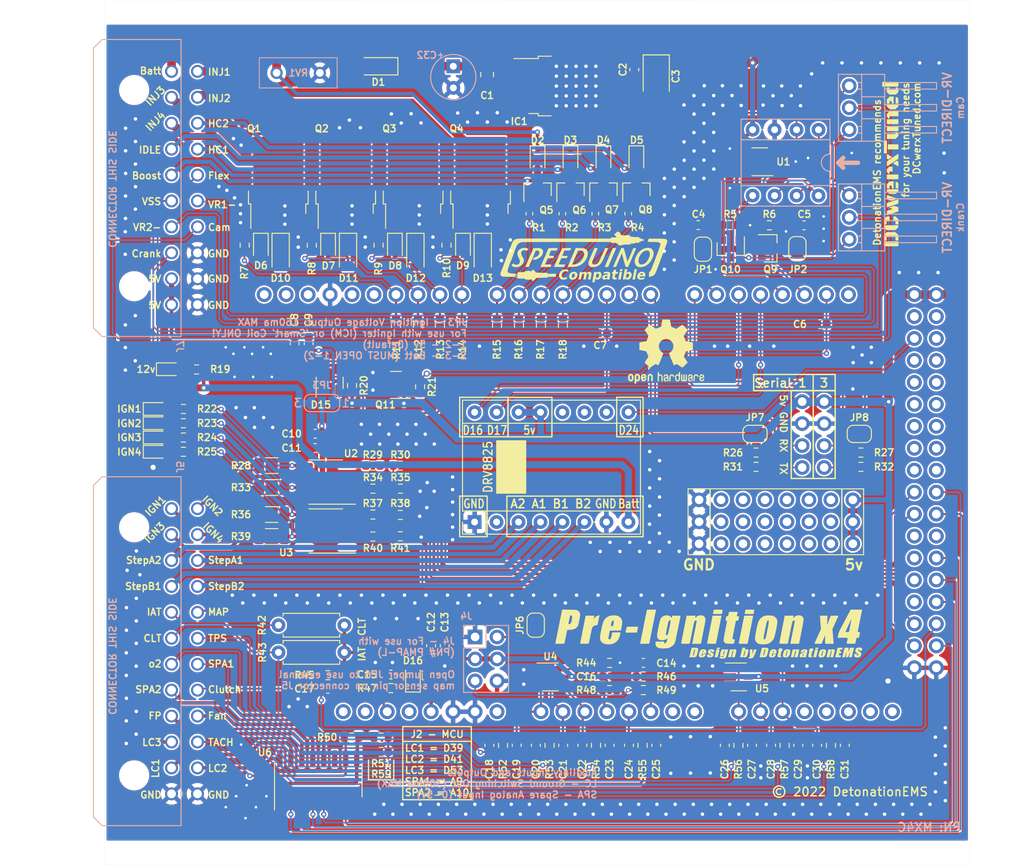
<source format=kicad_pcb>
(kicad_pcb (version 20211014) (generator pcbnew)
  (layers (0 "F.Cu" signal "Front") (31 "B.Cu" power "Back") (34 "B.Paste" user) (35 "F.Paste" user) (36 "B.SilkS" user "B.Silkscreen") (37 "F.SilkS" user "F.Silkscreen") (38 "B.Mask" user) (39 "F.Mask" user) (44 "Edge.Cuts" user))
  (net 0 "")
  (net 1 "+BATT")
  (net 2 "GND")
  (net 3 "IGN-V")
  (net 4 "MC-D38")
  (net 5 "MC-D40")
  (net 6 "IGN1")
  (net 7 "IGN2")
  (net 8 "MC-D50")
  (net 9 "MC-D52")
  (net 10 "IGN4")
  (net 11 "IGN3")
  (net 12 "MC-D53")
  (net 13 "12v-Protected")
  (net 14 "MC-D49")
  (net 15 "MC-D47")
  (net 16 "MC-D45")
  (net 17 "INJ1")
  (net 18 "INJ4")
  (net 19 "INJ2")
  (net 20 "INJ3")
  (net 21 "MC-D8")
  (net 22 "MC-D11")
  (net 23 "MC-D9")
  (net 24 "MC-D10")
  (net 25 "MC-D16")
  (net 26 "MC-D17")
  (net 27 "Step-B2")
  (net 28 "Step-B1")
  (net 29 "Step-A1")
  (net 30 "Step-A2")
  (net 31 "MC-D24")
  (net 32 "MC-A3")
  (net 33 "Flex")
  (net 34 "IAT")
  (net 35 "O2")
  (net 36 "MC-A0")
  (net 37 "MC-A8")
  (net 38 "CLT")
  (net 39 "A9")
  (net 40 "MC-A1")
  (net 41 "MC-A9")
  (net 42 "TPS")
  (net 43 "A10")
  (net 44 "MC-A2")
  (net 45 "MC-A10")
  (net 46 "Map-External")
  (net 47 "BOOST")
  (net 48 "HC1")
  (net 49 "IDLE")
  (net 50 "HC2")
  (net 51 "VR2-")
  (net 52 "VR1-")
  (net 53 "Crank-In")
  (net 54 "Cam-In")
  (net 55 "Tach")
  (net 56 "Fan")
  (net 57 "Fuel-Pump")
  (net 58 "D53")
  (net 59 "Clutch")
  (net 60 "MC-D7")
  (net 61 "MC-D6")
  (net 62 "MC-D5")
  (net 63 "MC-D4")
  (net 64 "VDD")
  (net 65 "MC-RESET")
  (net 66 "MC-D20")
  (net 67 "MC-D41")
  (net 68 "MC-D39")
  (net 69 "D39")
  (net 70 "D41")
  (net 71 "Net-(C25-Pad1)")
  (net 72 "BaroIn")
  (net 73 "MC-D15-RX")
  (net 74 "MC-D0-RX")
  (net 75 "MC-A5")
  (net 76 "MC-D3")
  (net 77 "MC-D21")
  (net 78 "MC-D42")
  (net 79 "MC-D44")
  (net 80 "MC-D46")
  (net 81 "MC-A15")
  (net 82 "MC-A14")
  (net 83 "MC-D18")
  (net 84 "MC-D19")
  (net 85 "Crank-VR")
  (net 86 "Cam-VR")
  (net 87 "Net-(D6-Pad1)")
  (net 88 "Net-(D7-Pad1)")
  (net 89 "Net-(D10-Pad2)")
  (net 90 "Net-(D11-Pad2)")
  (net 91 "Net-(D8-Pad1)")
  (net 92 "VSS")
  (net 97 "Net-(D9-Pad1)")
  (net 98 "Net-(D8-Pad2)")
  (net 99 "Net-(D9-Pad2)")
  (net 100 "Net-(J2-Pad4)")
  (net 101 "TVS15")
  (net 102 "TVS16")
  (net 103 "MC-D48")
  (net 104 "MC-D43")
  (net 105 "MC-D37")
  (net 106 "MC-D36")
  (net 107 "MC-D35")
  (net 108 "MC-D34")
  (net 109 "MC-D33")
  (net 110 "MC-D32")
  (net 111 "MC-D31")
  (net 112 "MC-D30")
  (net 113 "MC-D29")
  (net 114 "MC-D28")
  (net 115 "MC-D27")
  (net 116 "MC-D26")
  (net 117 "MC-D25")
  (net 118 "MC-D23")
  (net 119 "MC-D22")
  (net 120 "MC-A13")
  (net 121 "MC-A12")
  (net 122 "MC-A11")
  (net 123 "MC-A7")
  (net 124 "MC-A6")
  (net 125 "MC-D12")
  (net 126 "MC-D13")
  (net 127 "MC-AREF")
  (net 128 "MC-SDA")
  (net 129 "MC-SCL")
  (net 130 "MC-D14-TX")
  (net 131 "MC-D1-TX")
  (net 132 "MC-IOREF")
  (net 133 "+3V3")
  (net 135 "MC-A4")
  (net 136 "Net-(J3-Pad4)")
  (net 137 "Net-(JP2-Pad1)")
  (net 138 "Net-(D14-Pad2)")
  (net 139 "Net-(Q6-Pad1)")
  (net 140 "Net-(Q7-Pad1)")
  (net 141 "Net-(Q8-Pad1)")
  (net 142 "Net-(JP1-Pad1)")
  (net 143 "Net-(Q5-Pad1)")
  (net 144 "Net-(R33-Pad2)")
  (net 145 "Net-(R36-Pad2)")
  (net 146 "VDDA")
  (net 147 "Net-(R39-Pad2)")
  (net 148 "Net-(R34-Pad1)")
  (net 149 "Net-(IGN1-Pad2)")
  (net 150 "Net-(IGN2-Pad2)")
  (net 151 "Net-(IGN3-Pad2)")
  (net 152 "Net-(IGN4-Pad2)")
  (net 171 "Net-(R37-Pad1)")
  (net 172 "Net-(R40-Pad1)")
  (net 177 "Net-(R28-Pad2)")
  (net 178 "Net-(R29-Pad1)")
  (net 181 "MapIn")
  (footprint "Capacitor_SMD:C_0603_1608Metric" (layer "F.Cu") (at 108.2548 99.9236 180)
    (fp_text reference "C10")
    (fp_text value "100nF")
  )
  (footprint "Capacitor_SMD:C_0603_1608Metric" (layer "F.Cu") (at 108.2548 101.5746 180)
    (fp_text reference "C11")
    (fp_text value "1uF")
  )
  (footprint "Resistor_SMD:R_0603_1608Metric" (layer "F.Cu") (at 118.1154 106.2748)
    (fp_text reference "R35")
    (fp_text value "100k")
  )
  (footprint "Resistor_SMD:R_0603_1608Metric" (layer "F.Cu") (at 118.1154 103.6078 180)
    (fp_text reference "R30")
    (fp_text value "100k")
  )
  (footprint "Resistor_SMD:R_0603_1608Metric" (layer "F.Cu") (at 114.935 106.2748)
    (fp_text reference "R34")
    (fp_text value "1k")
  )
  (footprint "Resistor_SMD:R_0603_1608Metric" (layer "F.Cu") (at 114.935 103.6078)
    (fp_text reference "R29")
    (fp_text value "1k")
  )
  (footprint "Resistor_SMD:R_0603_1608Metric" (layer "F.Cu") (at 93.0148 98.7044 180)
    (fp_text reference "R23")
    (fp_text value "2.4k")
  )
  (footprint "Resistor_SMD:R_0603_1608Metric" (layer "F.Cu") (at 93.0148 97.0534)
    (fp_text reference "R22")
    (fp_text value "2.4k")
  )
  (footprint "Resistor_SMD:R_1206_3216Metric" (layer "F.Cu") (at 103.231 106.1478)
    (fp_text reference "R33")
    (fp_text value "10" hide)
  )
  (footprint "Resistor_SMD:R_1206_3216Metric" (layer "F.Cu") (at 103.231 103.6078)
    (fp_text reference "R28")
    (fp_text value "10" hide)
  )
  (footprint "Resistor_SMD:R_0603_1608Metric" (layer "F.Cu") (at 93.0148 102.0064 180)
    (fp_text reference "R25")
    (fp_text value "2.4k")
  )
  (footprint "Resistor_SMD:R_0603_1608Metric" (layer "F.Cu") (at 93.0148 100.3554)
    (fp_text reference "R24")
    (fp_text value "2.4k")
  )
  (footprint "Resistor_SMD:R_1206_3216Metric" (layer "F.Cu") (at 103.231 111.8114)
    (fp_text reference "R39")
    (fp_text value "10" hide)
  )
  (footprint "Resistor_SMD:R_1206_3216Metric" (layer "F.Cu") (at 103.231 109.2714)
    (fp_text reference "R36")
    (fp_text value "10" hide)
  )
  (footprint "Package_SO:SOIC-8_3.9x4.9mm_P1.27mm" (layer "F.Cu") (at 109.474 105.5128 180)
    (fp_text reference "U2")
    (fp_text value "TC4424" hide)
  )
  (footprint "Package_SO:SOIC-8_3.9x4.9mm_P1.27mm" (layer "F.Cu") (at 109.474 111.1764 180)
    (fp_text reference "U3")
    (fp_text value "TC4424" hide)
  )
  (footprint "Detonation:Arduino-Mega2560-Shield-Speeduino" (layer "F.Cu") (at 83.566 134.62)
    (fp_text reference "XA1" hide)
    (fp_text value "Arduino_Mega2560_Shield-Arduino" hide)
  )
  (footprint "Module:Pololu_Breakout-16_15.2x20.3mm" (layer "F.Cu") (at 126.6952 110.1344 90)
    (fp_text reference "A1" hide)
    (fp_text value "DRV8825" hide)
  )
  (footprint "Capacitor_SMD:C_0805_2012Metric" (layer "F.Cu") (at 128.143 58.357887 -90)
    (fp_text reference "C1")
    (fp_text value "330nF")
  )
  (footprint "Capacitor_Tantalum_SMD:CP_EIA-3528-15_AVX-H" (layer "F.Cu") (at 147.701 58.547 -90)
    (fp_text reference "C3")
    (fp_text value "100uF")
  )
  (footprint "Capacitor_SMD:C_0603_1608Metric" (layer "F.Cu") (at 145.161 57.785 90)
    (fp_text reference "C2")
    (fp_text value "100nF")
  )
  (footprint "Capacitor_SMD:C_0603_1608Metric" (layer "F.Cu") (at 117.01 127.788)
    (fp_text reference "C15")
    (fp_text value "4.7nF")
  )
  (footprint "Capacitor_SMD:C_0603_1608Metric" (layer "F.Cu") (at 147.7064 135.972151 90)
    (fp_text reference "C25")
    (fp_text value "100nF")
  )
  (footprint "Capacitor_SMD:C_0603_1608Metric" (layer "F.Cu") (at 123.2408 124.447 -90)
    (fp_text reference "C13")
    (fp_text value "100nF")
  )
  (footprint "Capacitor_SMD:C_0603_1608Metric" (layer "F.Cu") (at 121.666 124.447 -90)
    (fp_text reference "C12")
    (fp_text value "1uF")
  )
  (footprint "Capacitor_SMD:C_0603_1608Metric" (layer "F.Cu") (at 144.5446 135.972151 -90)
    (fp_text reference "C24")
    (fp_text value "220nF")
  )
  (footprint "Capacitor_SMD:C_0603_1608Metric" (layer "F.Cu") (at 141.224 88.2904 180)
    (fp_text reference "C7")
    (fp_text value "220nF")
  )
  (footprint "Capacitor_SMD:C_0603_1608Metric" (layer "F.Cu") (at 164.79255 75.8034 180)
    (fp_text reference "C5")
    (fp_text value "10nF")
  )
  (footprint "Capacitor_SMD:C_0603_1608Metric" (layer "F.Cu") (at 152.55265 75.7744)
    (fp_text reference "C4")
    (fp_text value "100nF")
  )
  (footprint "Capacitor_SMD:C_0603_1608Metric" (layer "F.Cu") (at 128.402232 135.972151 90)
    (fp_text reference "C18")
    (fp_text value "100nF")
  )
  (footprint "Capacitor_SMD:C_0603_1608Metric" (layer "F.Cu") (at 158.772847 135.972151 -90)
    (fp_text reference "C27")
    (fp_text value "100nF")
  )
  (footprint "Capacitor_SMD:C_0603_1608Metric" (layer "F.Cu") (at 131.562526 135.972151 -90)
    (fp_text reference "C19")
    (fp_text value "220nF")
  )
  (footprint "Capacitor_SMD:C_0603_1608Metric" (layer "F.Cu") (at 155.629065 135.972151 -90)
    (fp_text reference "C26")
    (fp_text value "220nF")
  )
  (footprint "Capacitor_SMD:C_0603_1608Metric" (layer "F.Cu") (at 133.777673 135.972151 -90)
    (fp_text reference "C20")
    (fp_text value "100nF")
  )
  (footprint "Capacitor_SMD:C_0603_1608Metric" (layer "F.Cu") (at 164.12352 135.972151 -90)
    (fp_text reference "C29")
    (fp_text value "100nF")
  )
  (footprint "Capacitor_SMD:C_0603_1608Metric" (layer "F.Cu") (at 136.937967 135.972151 -90)
    (fp_text reference "C21")
    (fp_text value "220nF")
  )
  (footprint "Capacitor_SMD:C_0603_1608Metric" (layer "F.Cu") (at 160.979738 135.972151 -90)
    (fp_text reference "C28")
    (fp_text value "220nF")
  )
  (footprint "Capacitor_SMD:C_0603_1608Metric" (layer "F.Cu") (at 142.313408 135.972151 -90)
    (fp_text reference "C23")
    (fp_text value "100nF")
  )
  (footprint "Capacitor_SMD:C_0603_1608Metric" (layer "F.Cu") (at 169.505411 135.972151 -90)
    (fp_text reference "C31")
    (fp_text value "100nF")
  )
  (footprint "Capacitor_SMD:C_0603_1608Metric" (layer "F.Cu") (at 139.153114 135.972151 -90)
    (fp_text reference "C22")
    (fp_text value "220nF")
  )
  (footprint "Capacitor_SMD:C_0603_1608Metric" (layer "F.Cu") (at 166.2992 135.972151 -90)
    (fp_text reference "C30")
    (fp_text value "220nF")
  )
  (footprint "Resistor_SMD:R_0603_1608Metric" (layer "F.Cu") (at 115.8802 136.7288)
    (fp_text reference "R59")
    (fp_text value "1k")
  )
  (footprint "Resistor_SMD:R_0603_1608Metric" (layer "F.Cu") (at 115.8802 135.0778 180)
    (fp_text reference "R51")
    (fp_text value "3.9k")
  )
  (footprint "Resistor_SMD:R_0603_1608Metric" (layer "F.Cu") (at 146.1194 135.972151 -90)
    (fp_text reference "R55")
    (fp_text value "470")
  )
  (footprint "Resistor_SMD:R_0603_1608Metric" (layer "F.Cu") (at 142.2962 129.5836 180)
    (fp_text reference "R48")
    (fp_text value "470")
  )
  (footprint "Resistor_SMD:R_0603_1608Metric" (layer "F.Cu") (at 112.522 94.3356 90)
    (fp_text reference "R20")
    (fp_text value "2.4k")
  )
  (footprint "Resistor_THT:R_Axial_DIN0207_L6.3mm_D2.5mm_P7.62mm_Horizontal" (layer "F.Cu") (at 104.013 125.222)
    (fp_text reference "R43")
    (fp_text value "2.49k")
  )
  (footprint "Resistor_SMD:R_0603_1608Metric" (layer "F.Cu") (at 129.982379 135.972151 -90)
    (fp_text reference "R52")
    (fp_text value "470")
  )
  (footprint "Resistor_SMD:R_0603_1608Metric" (layer "F.Cu") (at 157.200956 135.972151 -90)
    (fp_text reference "R56")
    (fp_text value "470")
  )
  (footprint "Resistor_SMD:R_0603_1608Metric" (layer "F.Cu") (at 109.728 127.8636 180)
    (fp_text reference "R45")
    (fp_text value "1k")
  )
  (footprint "Resistor_THT:R_Axial_DIN0207_L6.3mm_D2.5mm_P7.62mm_Horizontal" (layer "F.Cu") (at 104.013 122.0724)
    (fp_text reference "R42")
    (fp_text value "2.49k")
  )
  (footprint "Resistor_SMD:R_0603_1608Metric" (layer "F.Cu") (at 135.35782 135.972151 -90)
    (fp_text reference "R53")
    (fp_text value "470")
  )
  (footprint "Resistor_SMD:R_0603_1608Metric" (layer "F.Cu") (at 162.551629 135.972151 -90)
    (fp_text reference "R57")
    (fp_text value "470")
  )
  (footprint "Resistor_SMD:R_0603_1608Metric" (layer "F.Cu") (at 140.733261 135.972151 -90)
    (fp_text reference "R54")
    (fp_text value "470")
  )
  (footprint "Resistor_SMD:R_0603_1608Metric" (layer "F.Cu") (at 167.902302 135.972151 -90)
    (fp_text reference "R58")
    (fp_text value "470")
  )
  (footprint "Resistor_SMD:R_0603_1608Metric" (layer "F.Cu") (at 112.4512 135.0778)
    (fp_text reference "R50")
    (fp_text value "10k")
  )
  (footprint "Package_TO_SOT_SMD:SOT-23-6" (layer "F.Cu") (at 135.4582 128.0572)
    (fp_text reference "U4")
    (fp_text value "SRV05-4-P-T7")
  )
  (footprint "Package_TO_SOT_SMD:SOT-23-6" (layer "F.Cu") (at 157.2314 128.0572)
    (fp_text reference "U5")
    (fp_text value "SRV05-4-P-T7")
  )
  (footprint "Package_TO_SOT_SMD:SOT-23-6" (layer "F.Cu") (at 159.6644 68.453 180)
    (fp_text reference "U1")
    (fp_text value "SRV05-4-P-T7")
  )
  (footprint "Capacitor_SMD:C_0603_1608Metric" (layer "F.Cu") (at 142.2962 128.0088)
    (fp_text reference "C16")
    (fp_text value "47pF")
  )
  (footprint "Capacitor_SMD:C_0603_1608Metric" (layer "F.Cu") (at 166.624 87.249 180)
    (fp_text reference "C6")
    (fp_text value "10nF")
  )
  (footprint "Package_SO:SOIC-16_3.9x9.9mm_P1.27mm" (layer "F.Cu") (at 108.6158 139.9912 90)
    (fp_text reference "U6")
    (fp_text value "ULN2003A")
  )
  (footprint "Detonation:TO-252-2-Thermal-Pad" (layer "F.Cu") (at 136.525 59.69)
    (fp_text reference "IC1")
    (fp_text value "L78M05ABDT-TR")
  )
  (footprint "Resistor_SMD:R_0603_1608Metric" (layer "F.Cu") (at 117.01 129.355 180)
    (fp_text reference "R47")
    (fp_text value "10k")
  )
  (footprint "Diode_SMD:D_SOD-323F" (layer "F.Cu") (at 145.4023 68.1101 -90)
    (fp_text reference "D5")
    (fp_text value "1N4148WS")
  )
  (footprint "Diode_SMD:D_SOD-323F" (layer "F.Cu") (at 141.5923 68.1101 -90)
    (fp_text reference "D4")
    (fp_text value "1N4148WS")
  )
  (footprint "Diode_SMD:D_SOD-323F" (layer "F.Cu") (at 137.7823 68.1101 -90)
    (fp_text reference "D3")
    (fp_text value "1N4148WS")
  )
  (footprint "Diode_SMD:D_SOD-323F" (layer "F.Cu") (at 133.9723 68.1101 -90)
    (fp_text reference "D2")
    (fp_text value "1N4148WS")
  )
  (footprint "Package_TO_SOT_SMD:SOT-23" (layer "F.Cu") (at 145.4023 71.6661 90)
    (fp_text reference "Q8")
    (fp_text value "AO3400A")
  )
  (footprint "Package_TO_SOT_SMD:SOT-23" (layer "F.Cu") (at 141.5923 71.6661 90)
    (fp_text reference "Q7")
    (fp_text value "AO3400A")
  )
  (footprint "Package_TO_SOT_SMD:SOT-23" (layer "F.Cu") (at 137.7823 71.6661 90)
    (fp_text reference "Q6")
    (fp_text value "AO3400A")
  )
  (footprint "Package_TO_SOT_SMD:SOT-23" (layer "F.Cu") (at 133.9723 71.6661 90)
    (fp_text reference "Q5")
    (fp_text value "AO3400A")
  )
  (footprint "Resistor_SMD:R_0603_1608Metric" (layer "F.Cu") (at 136.906 87.376 90)
    (fp_text reference "R18")
    (fp_text value "100k")
  )
  (footprint "Resistor_SMD:R_0402_1005Metric" (layer "F.Cu") (at 144.4625 74.4601 -90)
    (fp_text reference "R4")
    (fp_text value "120")
  )
  (footprint "Resistor_SMD:R_0603_1608Metric" (layer "F.Cu") (at 134.366 87.376 90)
    (fp_text reference "R17")
    (fp_text value "100k")
  )
  (footprint "Resistor_SMD:R_0402_1005Metric" (layer "F.Cu") (at 140.6525 74.4601 -90)
    (fp_text reference "R3")
    (fp_text value "120")
  )
  (footprint "Resistor_SMD:R_0603_1608Metric" (layer "F.Cu") (at 131.826 87.376 90)
    (fp_text reference "R16")
    (fp_text value "100k")
  )
  (footprint "Resistor_SMD:R_0402_1005Metric" (layer "F.Cu") (at 136.8425 74.4601 -90)
    (fp_text reference "R2")
    (fp_text value "120")
  )
  (footprint "Resistor_SMD:R_0603_1608Metric" (layer "F.Cu") (at 129.286 87.376 90)
    (fp_text reference "R15")
    (fp_text value "100k")
  )
  (footprint "Resistor_SMD:R_0402_1005Metric" (layer "F.Cu") (at 133.0325 74.4601 -90)
    (fp_text reference "R1")
    (fp_text value "120")
  )
  (footprint "Capacitor_SMD:C_0603_1608Metric" (layer "F.Cu") (at 146.2078 126.4334)
    (fp_text reference "C14")
    (fp_text value "47pF")
  )
  (footprint "Resistor_SMD:R_0603_1608Metric" (layer "F.Cu") (at 146.2078 129.5836)
    (fp_text reference "R49")
    (fp_text value "470")
  )
  (footprint "Resistor_SMD:R_0603_1608Metric" (layer "F.Cu") (at 146.2078 128.0088)
    (fp_text reference "R46")
    (fp_text value "51k")
  )
  (footprint "Resistor_SMD:R_0603_1608Metric" (layer "F.Cu") (at 114.935 109.2714)
    (fp_text reference "R37")
    (fp_text value "1k")
  )
  (footprint "Resistor_SMD:R_0603_1608Metric" (layer "F.Cu") (at 118.1046 109.321 180)
    (fp_text reference "R38")
    (fp_text value "100k")
  )
  (footprint "Resistor_SMD:R_0603_1608Metric" (layer "F.Cu") (at 118.1046 111.7848)
    (fp_text reference "R41")
    (fp_text value "100k")
  )
  (footprint "Resistor_SMD:R_0603_1608Metric" (layer "F.Cu") (at 114.935 111.8114)
    (fp_text reference "R40")
    (fp_text value "1k")
  )
  (footprint "Detonation:1X4-PROTO" (layer "F.Cu") (at 164.577 96.2077)
    (fp_text reference "J2" hide)
    (fp_text value "Serial0")
  )
  (footprint "Resistor_SMD:R_0603_1608Metric" (layer "F.Cu") (at 159.243 103.7515)
    (fp_text reference "R31")
    (fp_text value "2k")
  )
  (footprint "Resistor_SMD:R_0603_1608Metric" (layer "F.Cu") (at 159.243 102.1005 180)
    (fp_text reference "R26")
    (fp_text value "1k")
  )
  (footprint "Jumper:SolderJumper-2_P1.3mm_Open_RoundedPad1.0x1.5mm" (layer "F.Cu") (at 164.019 78.5114 90)
    (fp_text reference "JP2")
    (fp_text value "MOS Bypass")
  )
  (footprint "Jumper:SolderJumper-2_P1.3mm_Open_RoundedPad1.0x1.5mm" (layer "F.Cu") (at 153.097 78.5681 90)
    (fp_text reference "JP1")
    (fp_text value "MOS Bypass")
  )
  (footprint "Resistor_SMD:R_0603_1608Metric" (layer "F.Cu") (at 160.77645 75.8034)
    (fp_text reference "R6")
    (fp_text value "1k")
  )
  (footprint "Resistor_SMD:R_0603_1608Metric" (layer "F.Cu") (at 156.23815 75.7744 180)
    (fp_text reference "R5")
    (fp_text value "1k")
  )
  (footprint "Resistor_SMD:R_0603_1608Metric" (layer "F.Cu") (at 94.5388 92.4814)
    (fp_text reference "R19")
    (fp_text value "2.4k")
  )
  (footprint "LED_SMD:LED_0603_1608Metric" (layer "F.Cu") (at 91.3892 92.456)
    (fp_text reference "D14" hide)
    (fp_text value "LED-Green")
  )
  (footprint "Diode_SMD:D_SOD-323F" (layer "F.Cu") (at 119.5632 128.3136 90)
    (fp_text reference "D16")
    (fp_text value "1N4148WS" hide)
  )
  (footprint "Detonation-Logos:DCWerx-19mm" (layer "F.Cu") (at 174.7774 68.718247 90)
    (fp_text reference "G1" hide)
    (fp_text value "DCWERX" hide)
  )
  (footprint "Detonation:SpeeduinoCompatible-21mm" (layer "F.Cu") (at 139.319 79.375)
    (fp_text reference "G3" hide)
    (fp_text value "Speedy Compatible" hide)
  )
  (footprint "Resistor_SMD:R_0603_1608Metric" (layer "F.Cu") (at 142.2962 126.4334 180)
    (fp_text reference "R44")
    (fp_text value "51k")
  )
  (footprint "Symbol:OSHW-Logo2_9.8x8mm_SilkScreen" (layer "F.Cu") (at 148.844 90.424)
    (fp_text reference "G2" hide)
    (fp_text value "OSHW" hide)
  )
  (footprint "Package_TO_SOT_SMD:SOT-23" (layer "F.Cu") (at 160.90345 78.4704)
    (fp_text reference "Q9")
    (fp_text value "AO3400A")
  )
  (footprint "Package_TO_SOT_SMD:SOT-23" (layer "F.Cu") (at 156.30895 78.5274 -90)
    (fp_text reference "Q10")
    (fp_text value "AO3400A")
  )
  (footprint "Diode_SMD:D_SOD-323F" (layer "F.Cu") (at 125.349 78.2262 -90)
    (fp_text reference "D9")
    (fp_text value "1N4148WS")
  )
  (footprint "Diode_SMD:D_SOD-323F" (layer "F.Cu") (at 117.475 78.2262 -90)
    (fp_text reference "D8")
    (fp_text value "1N4148WS")
  )
  (footprint "Diode_SMD:D_SOD-323F" (layer "F.Cu") (at 109.750833 78.2262 -90)
    (fp_text reference "D7")
    (fp_text value "1N4148WS")
  )
  (footprint "Diode_SMD:D_SOD-323F" (layer "F.Cu") (at 101.9765 78.2262 -90)
    (fp_text reference "D6")
    (fp_text value "1N4148WS")
  )
  (footprint "Package_TO_SOT_SMD:TO-252-2" (layer "F.Cu") (at 127.381 70.866 90)
    (fp_text reference "Q4")
    (fp_text value "IRFR024")
  )
  (footprint "Package_TO_SOT_SMD:TO-252-2" (layer "F.Cu") (at 119.585 70.866 90)
    (fp_text reference "Q3")
    (fp_text value "IRFR024")
  )
  (footprint "Package_TO_SOT_SMD:TO-252-2" (layer "F.Cu") (at 111.789 70.866 90)
    (fp_text reference "Q2")
    (fp_text value "IRFR024")
  )
  (footprint "Package_TO_SOT_SMD:TO-252-2" (layer "F.Cu") (at 103.993 70.866 90)
    (fp_text reference "Q1")
    (fp_text value "IRFR024")
  )
  (footprint "Resistor_SMD:R_0603_1608Metric" (layer "F.Cu") (at 125.222 87.376 90)
    (fp_text reference "R14")
    (fp_text value "100k")
  )
  (footprint "Resistor_SMD:R_0603_1608Metric" (layer "F.Cu") (at 122.682 87.376 90)
    (fp_text reference "R13")
    (fp_text value "100k")
  )
  (footprint "Resistor_SMD:R_0603_1608Metric" (layer "F.Cu") (at 123.444 78.1062 -90)
    (fp_text reference "R10")
    (fp_text value "1k")
  )
  (footprint "Resistor_SMD:R_0603_1608Metric" (layer "F.Cu") (at 115.586666 78.1062 -90)
    (fp_text reference "R9")
    (fp_text value "1k")
  )
  (footprint "Resistor_SMD:R_0603_1608Metric" (layer "F.Cu") (at 120.142 87.376 90)
    (fp_text reference "R12")
    (fp_text value "100k")
  )
  (footprint "Resistor_SMD:R_0603_1608Metric" (layer "F.Cu") (at 117.602 87.376 90)
    (fp_text reference "R11")
    (fp_text value "100k")
  )
  (footprint "Resistor_SMD:R_0603_1608Metric" (layer "F.Cu") (at 107.865333 78.1062 -90)
    (fp_text reference "R8")
    (fp_text value "1k")
  )
  (footprint "Resistor_SMD:R_0603_1608Metric" (layer "F.Cu") (at 100.106 78.1062 -90)
    (fp_text reference "R7")
    (fp_text value "1k")
  )
  (footprint "Package_TO_SOT_SMD:SOT-23" (layer "F.Cu") (at 117.602 94.268 180)
    (fp_text reference "Q11")
    (fp_text value "AO3400A")
  )
  (footprint "Resistor_SMD:R_0603_1608Metric" (layer "F.Cu") (at 120.396 94.488 90)
    (fp_text reference "R21")
    (fp_text value "1k")
  )
  (footprint "Diode_SMD:D_SOD-123" (layer "F.Cu") (at 119.845666 78.9762 -90)
    (fp_text reference "D12")
    (fp_text value "DDZ36-7")
  )
  (footprint "Diode_SMD:D_SOD-123" (layer "F.Cu") (at 112.056333 78.9762 -90)
    (fp_text reference "D11")
    (fp_text value "DDZ36-7")
  )
  (footprint "Diode_SMD:D_SOD-123" (layer "F.Cu") (at 115.57 57.404 180)
    (fp_text reference "D1")
    (fp_text value "B5819W")
  )
  (footprint "LED_SMD:LED_0603_1608Metric" (layer "F.Cu") (at 89.8652 102.0064)
    (fp_text reference "IGN4")
    (fp_text value "LED-Green")
  )
  (footprint "Capacitor_SMD:C_0603_1608Metric" (layer "F.Cu") (at 109.728 129.4384)
    (fp_text reference "C17")
    (fp_text value "220nF")
  )
  (footprint "Package_TO_SOT_SMD:SOT-23" (layer "F.Cu") (at 109.9312 94.0308 90)
    (fp_text reference "D15")
    (fp_text value "BAV99")
  )
  (footprint "LED_SMD:LED_0603_1608Metric" (layer "F.Cu") (at 89.8652 100.3554)
    (fp_text reference "IGN3")
    (fp_text value "LED-Green")
  )
  (footprint "LED_SMD:LED_0603_1608Metric" (layer "F.Cu") (at 89.8652 98.7044)
    (fp_text reference "IGN2")
    (fp_text value "LED-Green")
  )
  (footprint "LED_SMD:LED_0603_1608Metric" (layer "F.Cu") (at 89.8652 97.0534)
    (fp_text reference "IGN1")
    (fp_text value "LED-Green")
  )
  (footprint "Capacitor_SMD:C_0603_1608Metric" (layer "F.Cu") (at 107.5068 89.4966 90)
    (fp_text reference "C9")
    (fp_text value "1uF")
  )
  (footprint "Detonation:PROTO-3X8-24pin" (layer "F.Cu") (at 159.004 111.379)
    (fp_text reference "J1" hide)
    (fp_text value "Conn_02x12_Counter_Clockwise" hide)
  )
  (footprint "Resistor_SMD:R_0603_1608Metric" (layer "F.Cu") (at 171.371 103.7515 180)
    (fp_text reference "R32")
    (fp_text value "2k")
  )
  (footprint "Diode_SMD:D_SOD-123" (layer "F.Cu") (at 104.267 78.9762 -90)
    (fp_text reference "D10")
    (fp_text value "DDZ36-7")
  )
  (footprint "Jumper:SolderJumper-2_P1.3mm_Bridged_RoundedPad1.0x1.5mm" (layer "F.Cu") (at 133.7564 122.0724 -90)
    (fp_text reference "JP6")
    (fp_text value "SolderJumper_2_Bridged")
  )
  (footprint "Detonation:1X4-PROTO" (layer "F.Cu") (at 167.117 96.2077)
    (fp_text reference "J3" hide)
    (fp_text value "Serial3")
  )
  (footprint "Detonation-Logos:Pre-IgnitionX4-35mm" (layer "F.Cu") (at 153.76328 122.5042)
    (fp_text reference "G4" hide)
    (fp_text value "Pre-Ignition" hide)
  )
  (footprint "Jumper:SolderJumper-2_P1.3mm_Bridged_RoundedPad1.0x1.5mm" (layer "F.Cu") (at 159.116 99.9415 180)
    (fp_text reference "JP7")
    (fp_text value "SolderJumper_2_Bridged")
  )
  (footprint "Detonation-Logos:Design by 20mm" (layer "F.Cu") (at 161.5186 125.2982)
    (fp_text reference "G5" hide)
    (fp_text value "DESIGN" hide)
  )
  (footprint "Capacitor_SMD:C_0603_1608Metric" (layer "F.Cu") (at 105.8812 89.4998 90)
    (fp_text reference "C8")
    (fp_text value "100nF")
  )
  (footprint "Diode_SMD:D_SOD-123" (layer "F.Cu") (at 127.635 78.9762 -90)
    (fp_text reference "D13")
    (fp_text value "DDZ36-7")
  )
  (footprint "Jumper:SolderJumper-2_P1.3mm_Bridged_RoundedPad1.0x1.5mm" (layer "F.Cu") (at 171.181 99.9415)
    (fp_text reference "JP8")
    (fp_text value "SolderJumper_2_Bridged")
  )
  (footprint "Resistor_SMD:R_0603_1608Metric" (layer "F.Cu") (at 171.371 102.1005)
    (fp_text reference "R27")
    (fp_text value "1k")
  )
  (footprint "Capacitor_THT:CP_Radial_Tantal_D5.0mm_P2.50mm" (layer "B.Cu") (at 124.2314 57.404 -90)
    (fp_text reference "C32")
    (fp_text value "10uF")
  )
  (footprint "Detonation:MOV07D220KTR" (layer "B.Cu") (at 103.799 58.166)
    (fp_text reference "RV1")
    (fp_text value "7D220KTR" hide)
  )
  (footprint "Detonation:Socket_VRConditioner" (layer "B.Cu") (at 166.4628 72.3646 90)
    (fp_text reference "J6" hide)
    (fp_text value "VR_Header")
  )
  (footprint "Detonation:Molex_Micro-Fit_3.0_43045-2400_2x12_P3.00mm_Horizontal" (layer "B.Cu") (at 91.6486 108.5856 -90)
    (fp_text reference "J5")
    (fp_text value "Conn_02x12_Counter_Clockwise" hide)
  )
  (footprint "Detonation:Molex_Micro-Fit_3.0_43045-2000_2x10_P3.00mm_Horizontal" (layer "B.Cu") (at 91.6486 57.9888 -90)
    (fp_text reference "J7")
    (fp_text value "Conn_02x10_Counter_Clockwise")
  )
  (footprint "Detonation:1x03_Horizontal_2.54mm" (layer "B.Cu") (at 170.0126 77.4296)
    (fp_text reference "JP4" hide)
    (fp_text value "Conn_01x03")
  )
  (footprint "Connector_PinSocket_2.54mm:PinSocket_2x03_P2.54mm_Vertical" (layer "B.Cu") (at 126.7514 123.4336 180)
    (fp_text reference "J4")
    (fp_text value "Map/Baro Sensor Socket")
  )
  (footprint "Detonation:1x03_Horizontal_2.54mm" (layer "B.Cu") (at 170.0126 64.7446)
    (fp_text reference "JP5" hide)
    (fp_text value "Conn_01x03")
  )
  (footprint "Detonation:SolderJumper-3_P1.3mm_Bridged12_RoundedPad1.0x1.5mm_NumberLabels" (layer "B.Cu") (at 109.0422 96.3676 180)
    (fp_text reference "JP3")
    (fp_text value "SolderJumper_3_Bridged12")
  )
  (gr_line (start 114.427 139.954) (end 117.348 139.954) (layer "F.SilkS") (width 0.1524))
  (gr_rect (start 143.129 95.69708) (end 146.177 100.26908) (layer "F.SilkS") (width 0.154) (fill none))
  (gr_rect (start 124.968 107.134772) (end 128.143 111.833772) (layer "F.SilkS") (width 0.154) (fill none))
  (gr_line (start 169.164 106.3244) (end 169.164 113.8936) (layer "F.SilkS") (width 0.1524))
  (gr_line (start 118.3894 135.509) (end 126.3142 135.509) (layer "F.SilkS") (width 0.1524))
  (gr_rect (start 130.429 107.1372) (end 146.177 111.8362) (layer "F.SilkS") (width 0.154) (fill none))
  (gr_line (start 118.3894 133.8072) (end 126.3142 133.8072) (layer "F.SilkS") (width 0.1524))
  (gr_line (start 153.924 106.323387) (end 153.924 113.892587) (layer "F.SilkS") (width 0.1524))
  (gr_line (start 117.348 139.954) (end 117.348 137.668) (layer "F.SilkS") (width 0.1524))
  (gr_line (start 118.3894 135.509) (end 118.3894 133.8072) (layer "F.SilkS") (width 0.1524))
  (gr_line (start 114.427 137.668) (end 114.427 139.954) (layer "F.SilkS") (width 0.1524))
  (gr_rect (start 130.556 95.7072) (end 135.636 100.2792) (layer "F.SilkS") (width 0.154) (fill none))
  (gr_line (start 165.847 95.1155) (end 165.847 93.0835) (layer "F.SilkS") (width 0.1524))
  (gr_rect (start 124.968 95.704454) (end 130.556 100.276454) (layer "F.SilkS") (width 0.154) (fill none))
  (gr_line (start 126.3142 142.2654) (end 118.3894 142.2654) (layer "F.SilkS") (width 0.1524))
  (gr_line (start 126.3142 133.8072) (end 126.3142 135.509) (layer "F.SilkS") (width 0.1524))
  (gr_line (start 118.3894 142.2654) (end 118.3894 134.8994) (layer "F.SilkS") (width 0.1524))
  (gr_line (start 126.3142 135.509) (end 126.3142 142.2654) (layer "F.SilkS") (width 0.1524))
  (gr_rect (start 158.9636 93.0581) (end 168.387 94.9377) (layer "F.SilkS") (width 0.16) (fill none))
  (gr_rect (start 129.2606 106.7866) (end 132.588 100.7514) (layer "F.SilkS") (width 0.15) (fill solid))
  (gr_line (start 83.927 49.8) (end 83.927 149.7844) (layer "Edge.Cuts") (width 0.01))
  (gr_line (start 183.927 49.81) (end 83.927 49.8) (layer "Edge.Cuts") (width 0.01))
  (gr_line (start 83.927 149.7844) (end 183.927 149.7844) (layer "Edge.Cuts") (width 0.01))
  (gr_line (start 183.927 149.7844) (end 183.927 49.81) (layer "Edge.Cuts") (width 0.01))
  (gr_text "Cam" (at 182.8712 62.2046 90) (layer "B.SilkS") (effects (font (size 0.8 0.8) (thickness 0.16)) (justify mirror)))
  (gr_text "CONNECTOR THIS SIDE" (at 84.7906 71.6032 270) (layer "B.SilkS") (effects (font (size 0.8 0.8) (thickness 0.16)) (justify mirror)))
  (gr_text "Auxiliary Inputs and Outputs\nLC - Ground Switching Out (300ma MAX)\nSPA - Spare Analog Input (0-5v)" (at 140.97 140.4022) (layer "B.SilkS") (effects (font (size 0.8 0.8) (thickness 0.16)) (justify left mirror)))
  (gr_text "PN: MX4C" (at 179.2732 145.4404) (layer "B.SilkS") (effects (font (size 1 1) (thickness 0.18)) (justify mirror)))
  (gr_text "VR-DIRECT" (at 181.3472 62.2196 90) (layer "B.SilkS") (effects (font (size 1 1) (thickness 0.2)) (justify mirror)))
  (gr_text "J4 - For use with\n(PN# PMAP-L)\n\nOpen jumper JP6 to use external\nmap sensor pin on connector J5" (at 124.5108 126.492) (layer "B.SilkS") (effects (font (size 0.8 0.8) (thickness 0.16)) (justify left mirror)))
  (gr_text "Crank" (at 182.8712 74.8896 90) (layer "B.SilkS") (effects (font (size 0.8 0.8) (thickness 0.16)) (justify mirror)))
  (gr_text "VR-DIRECT" (at 181.3472 74.9046 90) (layer "B.SilkS") (effects (font (size 1 1) (thickness 0.2)) (justify mirror)))
  (gr_text "→ " (at 168.7488 68.3514) (layer "B.SilkS") (effects (font (size 3 3) (thickness 0.5)) (justify mirror)))
  (gr_text "CONNECTOR THIS SIDE" (at 84.7906 125.6544 270) (layer "B.SilkS") (effects (font (size 0.8 0.8) (thickness 0.16)) (justify mirror)))
  (gr_text "JP3 - Ignition Voltage Output: 150ma MAX\nFor use with Igniter (ICM) or 'Smart' Coil ONLY!\n1-2 - 5v (Default)\n2-3 - Batt (MUST OPEN 1-2)" (at 125.8824 88.9508) (layer "B.SilkS") (effects (font (size 0.8 0.8) (thickness 0.16)) (justify left mirror)))
  (gr_text "INJ3" (at 89.789 60.859 45) (layer "F.SilkS") (effects (font (size 0.8 0.8) (thickness 0.16))))
  (gr_text "IGN1" (at 89.8071 108.2808 45) (layer "F.SilkS") (effects (font (size 0.8 0.8) (thickness 0.16))))
  (gr_text "IGN2" (at 96.373 108.2808 -45) (layer "F.SilkS") (effects (font (size 0.8 0.8) (thickness 0.16))))
  (gr_text "StepB1" (at 88.38481 117.5772) (layer "F.SilkS") (effects (font (size 0.8 0.8) (thickness 0.16))))
  (gr_text "StepB2" (at 97.973091 117.5772) (layer "F.SilkS") (effects (font (size 0.8 0.8) (thickness 0.16))))
  (gr_text "GND" (at 97.0969 141.7072) (layer "F.SilkS") (effects (font (size 0.8 0.8) (thickness 0.16))))
  (gr_text "GND" (at 89.261 141.7072) (layer "F.SilkS") (effects (font (size 0.8 0.8) (thickness 0.16))))
  (gr_text "LC1" (at 89.796048 138.6338 90) (layer "F.SilkS") (effects (font (size 0.8 0.8) (thickness 0.16))))
  (gr_text "LC2" (at 96.982615 138.6338) (layer "F.SilkS") (effects (font (size 0.8 0.8) (thickness 0.16))))
  (gr_text "D16" (at 126.492 99.5172) (layer "F.SilkS") (effects (font (size 1 0.8) (thickness 0.16))))
  (gr_text "INJ1" (at 97.173091 58.065) (layer "F.SilkS") (effects (font (size 0.8 0.8) (thickness 0.16))))
  (gr_text "Flex" (at 97.0969 70.0665) (layer "F.SilkS") (effects (font (size 0.8 0.8) (thickness 0.16))))
  (gr_text "GND" (at 97.0969 79.0835) (layer "F.SilkS") (effects (font (size 0.8 0.8) (thickness 0.16))))
  (gr_text "Boost" (at 88.760357 70.0665) (layer "F.SilkS") (effects (font (size 0.8 0.8) (thickness 0.16))))
  (gr_text "VSS" (at 89.331786 73.051) (layer "F.SilkS") (effects (font (size 0.8 0.8) (thickness 0.16))))
  (gr_text "IAT" (at 113.665 126.352323 90) (layer "F.SilkS") (effects (font (size 0.8 0.8) (thickness 0.16)) (justify left)))
  (gr_text "VR2-" (at 88.8175 76.0355) (layer "F.SilkS") (effects (font (size 0.8 0.8) (thickness 0.16))))
  (gr_text "Crank" (at 88.74131 79.0835) (layer "F.SilkS") (effects (font (size 0.8 0.8) (thickness 0.16))))
  (gr_text "DRV8825" (at 128.2446 103.769 90) (layer "F.SilkS") (effects (font (size 1 0.9) (thickness 0.16))))
  (gr_text "CLT" (at 113.665 123.3932 90) (layer "F.SilkS") (effects (font (size 0.8 0.8) (thickness 0.16)) (justify left)))
  (gr_text "DetonationEMS recommends " (at 173.2534 69.387189 90) (layer "F.SilkS") (effects (font (size 0.8 0.8) (thickness 0.16))))
  (gr_text "RX  TX" (at 162.409626 102.5577 270) (layer "F.SilkS") (effects (font (size 0.8 0.8) (thickness 0.16))))
  (gr_text "Fan" (at 96.944519 132.5632) (layer "F.SilkS") (effects (font (size 0.8 0.8) (thickness 0.16))))
  (gr_text "D17" (at 129.286 99.5172) (layer "F.SilkS") (effects (font (size 1 0.8) (thickness 0.16))))
  (gr_text "o2" (at 89.737191 126.5434) (layer "F.SilkS") (effects (font (size 0.8 0.8) (thickness 0.16))))
  (gr_text "LC3" (at 89.375286 135.6366) (layer "F.SilkS") (effects (font (size 0.8 0.8) (thickness 0.16))))
  (gr_text "GND" (at 141.859 108.0262) (layer "F.SilkS") (effects (font (size 1 0.8) (thickness 0.16))))
  (gr_text "TACH" (at 97.344519 135.6366) (layer "F.SilkS") (effects (font (size 0.8 0.8) (thickness 0.16))))
  (gr_text "IGN3" (at 89.6928 111.3796 45) (layer "F.SilkS") (effects (font (size 0.8 0.8) (thickness 0.16))))
  (gr_text "GND" (at 97.0969 85.0525) (layer "F.SilkS") (effects (font (size 0.8 0.8) (thickness 0.16))))
  (gr_text "GND" (at 126.619 108.0262) (layer "F.SilkS") (effects (font (size 1 0.8) (thickness 0.16))))
  (gr_text "CLT" (at 89.451476 123.597) (layer "F.SilkS") (effects (font (size 0.8 0.8) (thickness 0.16))))
  (gr_text "IDLE" (at 89.160357 67.082) (layer "F.SilkS") (effects (font (size 0.8 0.8) (thickness 0.16))))
  (gr_text "© 2022 DetonationEMS" (at 170.0784 141.351) (layer "F.SilkS") (effects (font (size 1 1) (thickness 0.16))))
  (gr_text "D24" (at 144.526 99.5172) (layer "F.SilkS") (effects (font (size 1 0.8) (thickness 0.16))))
  (gr_text "MAP" (at 97.077853 120.549) (layer "F.SilkS") (effects (font (size 0.8 0.8) (thickness 0.16))))
  (gr_text "5v" (at 170.5664 115.0874) (layer "F.SilkS") (effects (font (size 1.2 1.2) (thickness 0.25))))
  (gr_text "TPS" (at 96.963567 123.597) (layer "F.SilkS") (effects (font (size 0.8 0.8) (thickness 0.16))))
  (gr_text "Serial 1  3" (at 163.307 94.0487) (layer "F.SilkS") (effects (font (size 1 1) (thickness 0.18))))
  (gr_text "HC2" (at 97.077853 64.034) (layer "F.SilkS") (effects (font (size 0.8 0.8) (thickness 0.16))))
  (gr_text "Cam" (at 97.173091 76.0355) (layer "F.SilkS") (effects (font (size 0.8 0.8) (thickness 0.16))))
  (gr_text "A2 A1 B1 B2" (at 135.509 108.0262) (layer "F.SilkS") (effects (font (size 1 0.95) (thickness 0.18))))
  (gr_text "SPA1" (at 97.382615 126.5434) (layer "F.SilkS") (effects (font (size 0.8 0.8) (thickness 0.16))))
  (gr_text "IAT" (at 89.641953 120.549) (layer "F.SilkS") (effects (font (size 0.8 0.8) (thickness 0.16))))
  (gr_text "HC1" (at 97.077853 67.082) (layer "F.SilkS") (effects (font (size 0.8 0.8) (thickness 0.16))))
  (gr_text "INJ2" (at 97.173091 61.113) (layer "F.SilkS") (effects (font (size 0.8 0.8) (thickness 0.16))))
  (gr_text "GND" (at 152.634 115.0874) (layer "F.SilkS") (effects (font (size 1.2 1.2) (thickness 0.25))))
  (gr_text "VR1-" (at 97.4969 73.4142) (layer "F.SilkS") (effects (font (size 0.8 0.8) (thickness 0.16))))
  (gr_text "GND" (at 97.0969 82.0045) (layer "F.SilkS") (effects (font (size 0.8 0.8) (thickness 0.16))))
  (gr_text "5V" (at 89.712738 82.0045) (layer "F.SilkS") (effects (font (size 0.8 0.8) (thickness 0.16))))
  (gr_text "Batt" (at 89.2175 57.938) (layer "F.SilkS") (effects (font (size 0.8 0.8) (thickness 0.16))))
  (gr_text "12v" (at 88.6968 92.456) (layer "F.SilkS") (effects (font (size 0.8 0.8) (thickness 0.16))))
  (gr_text "IGN4" (at 96.4746 111.3796 -45) (layer "F.SilkS") (effects (font (size 0.8 0.8) (thickness 0.16))))
  (gr_text "LC1 = D39\nLC2 = D41\nLC3 = D53\nSPA1 = A9\nSPA2 = A10" (at 118.5418 138.8618) (layer "F.SilkS") (effects (font (size 0.8 0.8) (thickness 0.16)) (justify left)))
  (gr_text "INJ4" (at 89.789 63.78 45) (layer "F.SilkS") (effects (font (size 0.8 0.8) (thickness 0.16))))
  (gr_text "StepA2" (at 88.441953 114.5546) (layer "F.SilkS") (effects (font (size 0.8 0.8) (thickness 0.16))))
  (gr_text "StepA1" (at 97.915948 114.5546) (layer "F.SilkS") (effects (font (size 0.8 0.8) (thickness 0.16))))
  (gr_text "J2 - MCU" (at 119.189419 134.6962) (layer "F.SilkS") (effects (font (size 0.8 0.8) (thickness 0.16)) (justify left)))
  (gr_text "SPA2" (at 88.975286 129.5152) (layer "F.SilkS") (effects (font (size 0.8 0.8) (thickness 0.16))))
  (gr_text "5v GND\n" (at 162.409626 97.6047 270) (layer "F.SilkS") (effects (font (size 0.8 0.8) (thickness 0.16))))
  (gr_text "FP" (at 89.737191 132.5632) (layer "F.SilkS") (effects (font (size 0.8 0.8) (thickness 0.16))))
  (gr_text "Clutch" (at 97.782615 129.5152) (layer "F.SilkS") (effects (font (size 0.8 0.8) (thickness 0.16))))
  (gr_text "for your tuning needs\nDCwerxTuned.com" (at 177.1904 59.2074 90) (layer "F.SilkS") (effects (font (size 0.8 0.8) (thickness 0.16)) (justify right)))
  (gr_text "5v" (at 133.0325 99.5172) (layer "F.SilkS") (effects (font (size 1 0.8) (thickness 0.16))))
  (gr_text "Batt" (at 144.526 108.0262) (layer "F.SilkS") (effects (font (size 1 0.8) (thickness 0.16))))
  (gr_text "5V" (at 89.712738 85.0525) (layer "F.SilkS") (effects (font (size 0.8 0.8) (thickness 0.16))))
  (segment (start 133.9723 65.0367) (end 133.9596 65.024) (width 0.4) (layer "F.Cu") (net 1))
  (segment (start 85.344 94.615) (end 95.377 94.615) (width 0.8) (layer "F.Cu") (net 1))
  (segment (start 113.919 56.134) (end 113.919 54.864) (width 1) (layer "F.Cu") (net 1))
  (segment (start 95.3638 94.6018) (end 95.377 94.615) (width 0.4) (layer "F.Cu") (net 1))
  (segment (start 112.8268 140.3858) (end 113.0608 140.1518) (width 0.4) (layer "F.Cu") (net 1))
  (segment (start 137.7823 67.0101) (end 141.5923 67.0101) (width 0.4) (layer "F.Cu") (net 1))
  (segment (start 91.6486 54.7824) (end 91.6486 57.9888) (width 1) (layer "F.Cu") (net 1))
  (segment (start 84.836 54.737) (end 84.836 94.107) (width 0.8) (layer "F.Cu") (net 1))
  (segment (start 84.943 90.3992) (end 84.943 143.79) (width 0.4) (layer "F.Cu") (net 1))
  (segment (start 113.0608 140.1518) (end 113.0608 137.5162) (width 0.4) (layer "F.Cu") (net 1))
  (segment (start 113.919 54.864) (end 113.538 54.483) (width 1) (layer "F.Cu") (net 1))
  (segment (start 95.3638 92.4814) (end 95.3638 94.6018) (width 0.4) (layer "F.Cu") (net 1))
  (segment (start 113.2762 135.0778) (end 115.0552 135.0778) (width 0.4) (layer "F.Cu") (net 1))
  (segment (start 87.122 54.483) (end 85.09 54.483) (width 0.8) (layer "F.Cu") (net 1))
  (segment (start 84.943 143.79) (end 85.425 144.272) (width 0.4) (layer "F.Cu") (net 1))
  (segment (start 98.552 144.272) (end 102.4382 140.3858) (width 0.4) (layer "F.Cu") (net 1))
  (segment (start 85.425 144.272) (end 98.552 144.272) (width 0.4) (layer "F.Cu") (net 1))
  (segment (start 84.836 94.107) (end 85.344 94.615) (width 0.8) (layer "F.Cu") (net 1))
  (segment (start 85.09 54.483) (end 84.836 54.737) (width 0.8) (layer "F.Cu") (net 1))
  (segment (start 103.799 54.483) (end 103.799 58.166) (width 1) (layer "F.Cu") (net 1))
  (segment (start 113.919 56.388) (end 113.92 56.389) (width 0.8) (layer "F.Cu") (net 1))
  (segment (start 113.538 54.483) (end 103.799 54.483) (width 1) (layer "F.Cu") (net 1))
  (segment (start 113.1316 137.4454) (end 113.1316 135.3494) (width 0.4) (layer "F.Cu") (net 1))
  (segment (start 133.9723 67.0101) (end 137.7823 67.0101) (width 0.4) (layer "F.Cu") (net 1))
  (segment (start 133.9723 67.0101) (end 133.9723 65.0367) (width 0.4) (layer "F.Cu") (net 1))
  (segment (start 87.122 54.483) (end 103.799 54.483) (width 1) (layer "F.Cu") (net 1))
  (segment (start 113.92 56.389) (end 113.92 57.404) (width 0.8) (layer "F.Cu") (net 1))
  (segment (start 102.4382 140.3858) (end 112.8268 140.3858) (width 0.4) (layer "F.Cu") (net 1))
  (segment (start 113.919 56.134) (end 113.919 56.388) (width 0.8) (layer "F.Cu") (net 1))
  (segment (start 141.5923 67.0101) (end 145.4023 67.0101) (width 0.4) (layer "F.Cu") (net 1))
  (via (at 133.9596 65.024) (size 0.6) (drill 0.3) (layers "F.Cu" "B.Cu") (net 1))
  (via (at 95.377 94.615) (size 0.7) (drill 0.4) (layers "F.Cu" "B.Cu") (net 1))
  (segment (start 143.7386 103.505) (end 144.4752 104.2416) (width 0.8) (layer "B.Cu") (net 1))
  (segment (start 108.839 103.505) (end 143.7386 103.505) (width 0.8) (layer "B.Cu") (net 1))
  (segment (start 106.1285 60.579) (end 103.799 58.2495) (width 0.4) (layer "B.Cu") (net 1))
  (segment (start 106.045 94.615) (end 106.426 94.996) (width 0.8) (layer "B.Cu") (net 1))
  (segment (start 123.952 65.024) (end 119.507 60.579) (width 0.4) (layer "B.Cu") (net 1))
  (segment (start 106.426 96.139) (end 106.426 101.092) (width 0.8) (layer "B.Cu") (net 1))
  (segment (start 106.426 96.139) (end 106.68 96.393) (width 0.8) (layer "B.Cu") (net 1))
  (segment (start 106.426 94.996) (end 106.426 96.139) (width 0.8) (layer "B.Cu") (net 1))
  (segment (start 144.4752 104.2416) (end 144.4752 110.1344) (width 0.8) (layer "B.Cu") (net 1))
  (segment (start 106.68 96.393) (end 107.7168 96.393) (width 0.8) (layer "B.Cu") (net 1))
  (segment (start 106.426 101.092) (end 108.839 103.505) (width 0.8) (layer "B.Cu") (net 1))
  (segment (start 133.9596 65.024) (end 123.952 65.024) (width 0.4) (layer "B.Cu") (net 1))
  (segment (start 119.507 60.579) (end 106.1285 60.579) (width 0.4) (layer "B.Cu") (net 1))
  (segment (start 95.377 94.615) (end 106.045 94.615) (width 0.8) (layer "B.Cu") (net 1))
  (via (at 113.607732 118.597989) (size 0.7) (drill 0.4) (layers "F.Cu" "B.Cu") (net 2))
  (via (at 103.349797 99.187) (size 0.7) (drill 0.4) (layers "F.Cu" "B.Cu") (net 2))
  (via (at 150.891939 126.80158) (size 0.7) (drill 0.4) (layers "F.Cu" "B.Cu") (net 2))
  (via (at 132.21886 119.502106) (size 0.7) (drill 0.4) (layers "F.Cu" "B.Cu") (net 2))
  (via (at 114.806724 119.502106) (size 0.7) (drill 0.4) (layers "F.Cu" "B.Cu") (net 2))
  (via (at 145.781283 113.542232) (size 0.7) (drill 0.4) (layers "F.Cu" "B.Cu") (net 2))
  (via (at 153.246047 59.65287) (size 0.7) (drill 0.4) (layers "F.Cu" "B.Cu") (net 2))
  (via (at 149.773677 79.822926) (size 0.7) (drill 0.4) (layers "F.Cu" "B.Cu") (net 2))
  (via (at 150.353283 113.529555) (size 0.7) (drill 0.4) (layers "F.Cu" "B.Cu") (net 2))
  (via (at 114.046 78.328478) (size 0.7) (drill 0.4) (layers "F.Cu" "B.Cu") (net 2))
  (via (at 132.38002 128.900106) (size 0.7) (drill 0.4) (layers "F.Cu" "B.Cu") (net 2))
  (via (at 165.676492 143.941799) (size 0.7) (drill 0.4) (layers "F.Cu" "B.Cu") (net 2))
  (via (at 111.0742 64.516) (size 0.7) (drill 0.4) (layers "F.Cu" "B.Cu") (net 2))
  (via (at 87.477599 63.495768) (size 0.7) (drill 0.4) (layers "F.Cu" "B.Cu") (net 2))
  (via (at 168.832928 142.798799) (size 0.7) (drill 0.4) (layers "F.Cu" "B.Cu") (net 2))
  (via (at 126.720888 142.7988) (size 0.7) (drill 0.4) (layers "F.Cu" "B.Cu") (net 2))
  (via (at 167.0558 74.7776) (size 0.6) (drill 0.3) (layers "F.Cu" "B.Cu") (net 2))
  (via (at 174.099348 143.941799) (size 0.7) (drill 0.4) (layers "F.Cu" "B.Cu") (net 2))
  (via (at 122.0216 106.5784) (size 0.7) (drill 0.4) (layers "F.Cu" "B.Cu") (net 2))
  (via (at 131.985068 143.9418) (size 0.7) (drill 0.4) (layers "F.Cu" "B.Cu") (net 2))
  (via (at 87.555171 126.808922) (size 0.7) (drill 0.4) (layers "F.Cu" "B.Cu") (net 2))
  (via (at 140.066283 112.489837) (size 0.7) (drill 0.4) (layers "F.Cu" "B.Cu") (net 2))
  (via (at 86.3346 67.185966) (size 0.7) (drill 0.4) (layers "F.Cu" "B.Cu") (net 2))
  (via (at 163.315413 60.808308) (size 0.7) (drill 0.4) (layers "F.Cu" "B.Cu") (net 2))
  (via (at 101.092 93.345) (size 0.6) (drill 0.3) (layers "F.Cu" "B.Cu") (net 2))
  (via (at 133.512708 118.597989) (size 0.7) (drill 0.4) (layers "F.Cu" "B.Cu") (net 2))
  (via (at 128.1684 63.850111) (size 0.7) (drill 0.4) (layers "F.Cu" "B.Cu") (net 2))
  (via (at 102.616 141.859) (size 0.6) (drill 0.3) (layers "F.Cu" "B.Cu") (net 2))
  (via (at 153.9494 134.965235) (size 0.7) (drill 0.4) (layers "F.Cu" "B.Cu") (net 2))
  (via (at 99.6242 74.463252) (size 0.7) (drill 0.4) (layers "F.Cu" "B.Cu") (net 2))
  (via (at 102.369484 119.502106) (size 0.7) (drill 0.4) (layers "F.Cu" "B.Cu") (net 2))
  (via (at 134.706308 119.502106) (size 0.7) (drill 0.4) (layers "F.Cu" "B.Cu") (net 2))
  (via (at 117.294172 119.502106) (size 0.7) (drill 0.4) (layers "F.Cu" "B.Cu") (net 2))
  (via (at 166.727326 142.798799) (size 0.7) (drill 0.4) (layers "F.Cu" "B.Cu") (net 2))
  (via (at 157.525924 61.938162) (size 0.7) (drill 0.4) (layers "F.Cu" "B.Cu") (net 2))
  (via (at 122.269068 119.502106) (size 0.7) (drill 0.4) (layers "F.Cu" "B.Cu") (net 2))
  (via (at 104.755 74.629172) (size 0.7) (drill 0.4) (layers "F.Cu" "B.Cu") (net 2))
  (via (at 102.235 89.913957) (size 0.6) (drill 0.3) (layers "F.Cu" "B.Cu") (net 2))
  (via (at 124.146048 104.9274) (size 0.7) (drill 0.4) (layers "F.Cu" "B.Cu") (net 2))
  (via (at 169.185662 57.013487) (size 0.7) (drill 0.4) (layers "F.Cu" "B.Cu") (net 2))
  (via (at 150.929562 118.597989) (size 0.7) (drill 0.4) (layers "F.Cu" "B.Cu") (net 2))
  (via (at 171.499153 90.805) (size 0.7) (drill 0.4) (layers "F.Cu" "B.Cu") (net 2))
  (via (at 126.048342 118.597989) (size 0.7) (drill 0.4) (layers "F.Cu" "B.Cu") (net 2))
  (via (at 175.798934 81.270487) (size 0.7) (drill 0.4) (layers "F.Cu" "B.Cu") (net 2))
  (via (at 158.393928 118.597989) (size 0.7) (drill 0.4) (layers "F.Cu" "B.Cu") (net 2))
  (via (at 150.913838 66.14769) (size 0.7) (drill 0.4) (layers "F.Cu" "B.Cu") (net 2))
  (via (at 156.21 66.929) (size 0.6) (drill 0.3) (layers "F.Cu" "B.Cu") (net 2))
  (via (at 125.8824 63.862788) (size 0.7) (drill 0.4) (layers "F.Cu" "B.Cu") (net 2))
  (via (at 179.976948 135.027001) (size 0.7) (drill 0.4) (layers "F.Cu" "B.Cu") (net 2))
  (via (at 86.310717 89.944366) (size 0.7) (drill 0.4) (layers "F.Cu" "B.Cu") (net 2))
  (via (at 179.360944 142.7985) (size 0.7) (drill 0.4) (layers "F.Cu" "B.Cu") (net 2))
  (via (at 157.09334 119.502106) (size 0.7) (drill 0.4) (layers "F.Cu" "B.Cu") (net 2))
  (via (at 148.6408 74.586832) (size 0.7) (drill 0.4) (layers "F.Cu" "B.Cu") (net 2))
  (via (at 100.203 144.399) (size 0.6) (drill 0.3) (layers "F.Cu" "B.Cu") (net 2))
  (via (at 121.456498 143.941799) (size 0.7) (drill 0.4) (layers "F.Cu" "B.Cu") (net 2))
  (via (at 165.67053 58.283487) (size 0.7) (drill 0.4) (layers "F.Cu" "B.Cu") (net 2))
  (via (at 152.118444 119.502106) (size 0.7) (drill 0.4) (layers "F.Cu" "B.Cu") (net 2))
  (via (at 115.139356 143.941799) (size 0.7) (drill 0.4) (layers "F.Cu" "B.Cu") (net 2))
  (via (at 152.069092 62.936324) (size 0.7) (drill 0.4) (layers "F.Cu" "B.Cu") (net 2))
  (via (at 153.9494 139.173717) (size 0.7) (drill 0.4) (layers "F.Cu" "B.Cu") (net 2))
  (via (at 143.565704 142.798799) (size 0.7) (drill 0.4) (layers "F.Cu" "B.Cu") (net 2))
  (via (at 129.879354 143.9418) (size 0.7) (drill 0.4) (layers "F.Cu" "B.Cu") (net 2))
  (via (at 86.433301 122.654288) (size 0.7) (drill 0.4) (layers "F.Cu" "B.Cu") (net 2))
  (via (at 124.7394 62.809266) (size 0.7) (drill 0.4) (layers "F.Cu" "B.Cu") (net 2))
  (via (at 181.1274 142.374117) (size 0.7) (drill 0.4) (layers "F.Cu" "B.Cu") (net 2))
  (via (at 148.44144 118.597989) (size 0.7) (drill 0.4) (layers "F.Cu" "B.Cu") (net 2))
  (via (at 148.630677 78.795323) (size 0.7) (drill 0.4) (layers "F.Cu" "B.Cu") (net 2))
  (via (at 181.119948 133.949235) (size 0.7) (drill 0.4) (layers "F.Cu" "B.Cu") (net 2))
  (via (at 99.6242 75.497894) (size 0.7) (drill 0.4) (layers "F.Cu" "B.Cu") (net 2))
  (via (at 160.104047 59.67827) (size 0.7) (drill 0.4) (layers "F.Cu" "B.Cu") (net 2))
  (via (at 120.3452 109.474) (size 0.7) (drill 0.4) (layers "F.Cu" "B.Cu") (net 2))
  (via (at 154.223906 129.08758) (size 0.7) (drill 0.4) (layers "F.Cu" "B.Cu") (net 2))
  (via (at 119.3546 62.892111) (size 0.7) (drill 0.4) (layers "F.Cu" "B.Cu") (net 2))
  (via (at 86.3346 64.572406) (size 0.7) (drill 0.4) (layers "F.Cu" "B.Cu") (net 2))
  (via (at 117.803553 98.8314) (size 0.7) (drill 0.4) (layers "F.Cu" "B.Cu") (net 2))
  (via (at 146.939 106.190638) (size 0.7) (drill 0.4) (layers "F.Cu" "B.Cu") (net 2))
  (via (at 100.190878 98.041101) (size 0.7) (drill 0.4) (layers "F.Cu" "B.Cu") (net 2))
  (via (at 152.0698 69.307765) (size 0.7) (drill 0.4) (layers "F.Cu" "B.Cu") (net 2))
  (via (at 146.939 101.982156) (size 0.7) (drill 0.4) (layers "F.Cu" "B.Cu") (net 2))
  (via (at 180.982847 67.449962) (size 0.7) (drill 0.4) (layers "F.Cu" "B.Cu") (net 2))
  (via (at 118.2116 63.969877) (size 0.7) (drill 0.4) (layers "F.Cu" "B.Cu") (net 2))
  (via (at 87.577267 118.963336) (size 0.7) (drill 0.4) (layers "F.Cu" "B.Cu") (net 2))
  (via (at 86.299025 76.545336) (size 0.7) (drill 0.4) (layers "F.Cu" "B.Cu") (net 2))
  (via (at 144.638283 112.489838) (size 0.7) (drill 0.4) (layers "F.Cu" "B.Cu") (net 2))
  (via (at 119.907794 98.8314) (size 0.7) (drill 0.4) (layers "F.Cu" "B.Cu") (net 2))
  (via (at 97.917 89.916) (size 0.6) (drill 0.3) (layers "F.Cu" "B.Cu") (net 2))
  (via (at 161.29 89.789) (size 0.7) (drill 0.4) (layers "F.Cu" "B.Cu") (net 2))
  (via (at 124.148949 107.823) (size 0.7) (drill 0.4) (layers "F.Cu" "B.Cu") (net 2))
  (via (at 118.880755 99.9744) (size 0.7) (drill 0.4) (layers "F.Cu" "B.Cu") (net 2))
  (via (at 120.159854 121.3104) (size 0.7) (drill 0.4) (layers "F.Cu" "B.Cu") (net 2))
  (via (at 99.882036 119.502106) (size 0.7) (drill 0.4) (layers "F.Cu" "B.Cu") (net 2))
  (via (at 155.350288 59.65287) (size 0.7) (drill 0.4) (layers "F.Cu" "B.Cu") (net 2))
  (via (at 164.555684 119.502106) (size 0.7) (drill 0.4) (layers "F.Cu" "B.Cu") (net 2))
  (via (at 153.2128 68.268613) (size 0.7) (drill 0.4) (layers "F.Cu" "B.Cu") (net 2))
  (via (at 143.129 89.789) (size 0.7) (drill 0.4) (layers "F.Cu" "B.Cu") (net 2))
  (via (at 170.834538 118.597989) (size 0.7) (drill 0.4) (layers "F.Cu" "B.Cu") (net 2))
  (via (at 117.827797 101.1174) (size 0.7) (drill 0.4) (layers "F.Cu" "B.Cu") (net 2))
  (via (at 103.124 90.675957) (size 0.6) (drill 0.3) (layers "F.Cu" "B.Cu") (net 2))
  (via (at 86.4362 120.040726) (size 0.7) (drill 0.4) (layers "F.Cu" "B.Cu") (net 2))
  (via (at 121.213032 105.577117) (size 0.7) (drill 0.4) (layers "F.Cu" "B.Cu") (net 2))
  (via (at 124.615286 142.7988) (size 0.7) (drill 0.4) (layers "F.Cu" "B.Cu") (net 2))
  (via (at 152.555639 126.80158) (size 0.7) (drill 0.4) (layers "F.Cu" "B.Cu") (net 2))
  (via (at 125.667926 143.9418) (size 0.7) (drill 0.4) (layers "F.Cu" "B.Cu") (net 2))
  (via (at 118.583976 118.597989) (size 0.7) (drill 0.4) (layers "F.Cu" "B.Cu") (net 2))
  (via (at 124.756516 119.502106) (size 0.7) (drill 0.4) (layers "F.Cu" "B.Cu") (net 2))
  (via (at 179.976948 137.130678) (size 0.7) (drill 0.4) (layers "F.Cu" "B.Cu") (net 2))
  (via (at 168.346416 118.597989) (size 0.7) (drill 0.4) (layers "F.Cu" "B.Cu") (net 2))
  (via (at 145.671306 142.798799) (size 0.7) (drill 0.4) (layers "F.Cu" "B.Cu") (net 2))
  (via (at 137.248898 142.7988) (size 0.7) (drill 0.4) (layers "F.Cu" "B.Cu") (net 2))
  (via (at 152.560206 129.08758) (size 0.7) (drill 0.4) (layers "F.Cu" "B.Cu") (net 2))
  (via (at 181.1274 138.165635) (size 0.7) (drill 0.4) (layers "F.Cu" "B.Cu") (net 2))
  (via (at 128.1684 74.6074) (size 0.7) (drill 0.4) (layers "F.Cu" "B.Cu") (net 2))
  (via (at 120.2944 73.5406) (size 0.7) (drill 0.4) (layers "F.Cu" "B.Cu") (net 2))
  (via (at 87.468391 73.932152) (size 0.7) (drill 0.4) (layers "F.Cu" "B.Cu") (net 2))
  (via (at 130.859089 78.74) (size 0.7) (drill 0.4) (layers "F.Cu" "B.Cu") (net 2))
  (via (at 171.993634 143.941799) (size 0.7) (drill 0.4) (layers "F.Cu" "B.Cu") (net 2))
  (via (at 165.133206 129.07984) (size 0.7) (drill 0.4) (layers "F.Cu" "B.Cu") (net 2))
  (via (at 124.148949 112.181079) (size 0.7) (drill 0.4) (layers "F.Cu" "B.Cu") (net 2))
  (via (at 134.090782 143.9418) (size 0.7) (drill 0.4) (layers "F.Cu" "B.Cu") (net 2))
  (via (at 170.93853 142.798799) (size 0.7) (drill 0.4) (layers "F.Cu" "B.Cu") (net 2))
  (via (at 120.2944 75.653922) (size 0.7) (drill 0.4) (layers "F.Cu" "B.Cu") (net 2))
  (via (at 123.2408 126.7968) (size 0.7) (drill 0.4) (layers "F.Cu" "B.Cu") (net 2))
  (via (at 97.125972 71.3178) (size 0.7) (drill 0.4) (layers "F.Cu" "B.Cu") (net 2))
  (via (at 123.562212 143.9418) (size 0.7) (drill 0.4) (layers "F.Cu" "B.Cu") (net 2))
  (via (at 87.451784 91.480536) (size 0.7) (drill 0.4) (layers "F.Cu" "B.Cu") (net 2))
  (via (at 162.068236 119.502106) (size 0.7) (drill 0.4) (layers "F.Cu" "B.Cu") (net 2))
  (via (at 139.681204 119.502106) (size 0.7) (drill 0.4) (layers "F.Cu" "B.Cu") (net 2))
  (via (at 155.905806 118.597989) (size 0.7) (drill 0.4) (layers "F.Cu" "B.Cu") (net 2))
  (via (at 170.307 67.437) (size 0.6) (drill 0.3) (layers "F.Cu" "B.Cu") (net 2))
  (via (at 99.695 66.5302) (size 0.7) (drill 0.4) (layers "F.Cu" "B.Cu") (net 2))
  (via (at 151.6634 139.186394) (size 0.7) (drill 0.4) (layers "F.Cu" "B.Cu") (net 2))
  (via (at 86.433301 130.528288) (size 0.7) (drill 0.4) (layers "F.Cu" "B.Cu") (net 2))
  (via (at 172.018036 119.502106) (size 0.7) (drill 0.4) (layers "F.Cu" "B.Cu") (net 2))
  (via (at 156.457413 60.782908) (size 0.7) (drill 0.4) (layers "F.Cu" "B.Cu") (net 2))
  (via (at 121.8692 77.1652) (size 0.7) (drill 0.4) (layers "F.Cu" "B.Cu") (net 2))
  (via (at 167.0558 76.2) (size 0.6) (drill 0.3) (layers "F.Cu" "B.Cu") (net 2))
  (via (at 157.253636 143.9418) (size 0.7) (drill 0.4) (layers "F.Cu" "B.Cu") (net 2))
  (via (at 106.299 78.328478) (size 0.7) (drill 0.4) (layers "F.Cu" "B.Cu") (net 2))
  (via (at 141.209283 113.542231) (size 0.7) (drill 0.4) (layers "F.Cu" "B.Cu") (net 2))
  (via (at 120.4976 63.9572) (size 0.7) (drill 0.4) (layers "F.Cu" "B.Cu") (net 2))
  (via (at 97.917 143.129) (size 0.6) (drill 0.3) (layers "F.Cu" "B.Cu") (net 2))
  (via (at 105.233356 131.4958) (size 0.7) (drill 0.4) (layers "F.Cu" "B.Cu") (net 2))
  (via (at 142.168652 119.502106) (size 0.7) (drill 0.4) (layers "F.Cu" "B.Cu") (net 2))
  (via (at 149.3774 139.210638) (size 0.7) (drill 0.4) (layers "F.Cu" "B.Cu") (net 2))
  (via (at 106.143366 118.597989) (size 0.7) (drill 0.4) (layers "F.Cu" "B.Cu") (net 2))
  (via (at 114.935 92.837) (size 0.7) (drill 0.4) (layers "F.Cu" "B.Cu") (net 2))
  (via (at 144.619352 143.941799) (size 0.7) (drill 0.4) (layers "F.Cu" "B.Cu") (net 2))
  (via (at 171.430794 57.013487) (size 0.7) (drill 0.4) (layers "F.Cu" "B.Cu") (net 2))
  (via (at 154.342838 65.057247) (size 0.7) (drill 0.4) (layers "F.Cu" "B.Cu") (net 2))
  (via (at 115.18361 121.3104) (size 0.7) (drill 0.4) (layers "F.Cu" "B.Cu") (net 2))
  (via (at 136.196496 143.9418) (size 0.7) (drill 0.4) (layers "F.Cu" "B.Cu") (net 2))
  (via (at 101.4095 143.129) (size 0.6) (drill 0.3) (layers "F.Cu" "B.Cu") (net 2))
  (via (at 159.35935 143.9418) (size 0.7) (drill 0.4) (layers "F.Cu" "B.Cu") (net 2))
  (via (at 143.495283 113.542231) (size 0.7) (drill 0.4) (layers "F.Cu" "B.Cu") (net 2))
  (via (at 146.924283 110.385597) (size 0.7) (drill 0.4) (layers "F.Cu" "B.Cu") (net 2))
  (via (at 101.167122 118.597989) (size 0.7) (drill 0.4) (layers "F.Cu" "B.Cu") (net 2))
  (via (at 118.29848 142.798799) (size 0.7) (drill 0.4) (layers "F.Cu" "B.Cu") (net 2))
  (via (at 179.9844 141.347078) (size 0.7) (drill 0.4) (layers "F.Cu" "B.Cu") (net 2))
  (via (at 121.162232 108.472717) (size 0.7) (drill 0.4) (layers "F.Cu" "B.Cu") (net 2))
  (via (at 139.319 89.789) (size 0.7) (drill 0.4) (layers "F.Cu" "B.Cu") (net 2))
  (via (at 177.255336 142.7985) (size 0.7) (drill 0.4) (layers "F.Cu" "B.Cu") (net 2))
  (via (at 172.563678 89.916) (size 0.7) (drill 0.4) (layers "F.Cu" "B.Cu") (net 2))
  (via (at 127.254 89.789) (size 0.7) (drill 0.4) (layers "F.Cu" "B.Cu") (net 2))
  (via (at 111.11961 118.597989) (size 0.7) (drill 0.4) (layers "F.Cu" "B.Cu") (net 2))
  (via (at 148.630677 80.899) (size 0.7) (drill 0.4) (layers "F.Cu" "B.Cu") (net 2))
  (via (at 112.319276 119.502106) (size 0.7) (drill 0.4) (layers "F.Cu" "B.Cu") (net 2))
  (via (at 140.977074 118.597989) (size 0.7) (drill 0.4) (layers "F.Cu" "B.Cu") (net 2))
  (via (at 159.7914 139.732517) (size 0.7) (drill 0.4) (layers "F.Cu" "B.Cu") (net 2))
  (via (at 87.475667 68.722136) (size 0.7) (drill 0.4) (layers "F.Cu" "B.Cu") (net 2))
  (via (at 98.806 90.678) (size 0.6) (drill 0.3) (layers "F.Cu" "B.Cu") (net 2))
  (via (at 120.396 106.5784) (size 0.7) (drill 0.4) (layers "F.Cu" "B.Cu") (net 2))
  (via (at 155.392324 61.925908) (size 0.7) (drill 0.4) (layers "F.Cu" "B.Cu") (net 2))
  (via (at 141.460102 142.798799) (size 0.7) (drill 0.4) (layers "F.Cu" "B.Cu") (net 2))
  (via (at 158.304918 142.7988) (size 0.7) (drill 0.4) (layers "F.Cu" "B.Cu") (net 2))
  (via (at 148.630677 76.691646) (size 0.7) (drill 0.4) (layers "F.Cu" "B.Cu") (net 2))
  (via (at 164.621724 142.798799) (size 0.7) (drill 0.4) (layers "F.Cu" "B.Cu") (net 2))
  (via (at 146.725066 143.941799) (size 0.7) (drill 0.4) (layers "F.Cu" "B.Cu") (net 2))
  (via (at 101.245556 99.187) (size 0.7) (drill 0.4) (layers "F.Cu" "B.Cu") (net 2))
  (via (at 109.831828 119.502106) (size 0.7) (drill 0.4) (layers "F.Cu" "B.Cu") (net 2))
  (via (at 150.9268 72.488644) (size 0.7) (drill 0.4) (layers "F.Cu" "B.Cu") (net 2))
  (via (at 161.465064 143.9418) (size 0.7) (drill 0.4) (layers "F.Cu" "B.Cu") (net 2))
  (via (at 128.1684 75.653922) (size 0.7) (drill 0.4) (layers "F.Cu" "B.Cu") (net 2))
  (via (at 154.3558 67.190847) (size 0.7) (drill 0.4) (layers "F.Cu" "B.Cu") (net 2))
  (via (at 160.88205 118.597989) (size 0.7) (drill 0.4) (layers "F.Cu" "B.Cu") (net 2))
  (via (at 99.113112 96.898101) (size 0.7) (drill 0.4) (layers "F.Cu" "B.Cu") (net 2))
  (via (at 130.826455 77.4954) (size 0.7) (drill 0.4) (layers "F.Cu" "B.Cu") (net 2))
  (via (at 146.939 104.086397) (size 0.7) (drill 0.4) (layers "F.Cu" "B.Cu") (net 2))
  (via (at 86.331701 72.413088) (size 0.7) (drill 0.4) (layers "F.Cu" "B.Cu") (net 2))
  (via (at 129.3114 62.772345) (size 0.7) (drill 0.4) (layers "F.Cu" "B.Cu") (net 2))
  (via (at 181.119948 136.053476) (size 0.7) (drill 0.4) (layers "F.Cu" "B.Cu") (net 2))
  (via (at 154.219339 126.80158) (size 0.7) (drill 0.4) (layers "F.Cu" "B.Cu") (net 2))
  (via (at 127.77364 143.9418) (size 0.7) (drill 0.4) (layers "F.Cu" "B.Cu") (net 2))
  (via (at 154.605892 119.502106) (size 0.7) (drill 0.4) (layers "F.Cu" "B.Cu") (net 2))
  (via (at 155.147922 143.9418) (size 0.7) (drill 0.4) (layers "F.Cu" "B.Cu") (net 2))
  (via (at 156.199316 142.7988) (size 0.7) (drill 0.4) (layers "F.Cu" "B.Cu") (net 2))
  (via (at 166.783871 126.79384) (size 0.7) (drill 0.4) (layers "F.Cu" "B.Cu") (net 2))
  (via (at 174.498 128.524) (size 1) (drill 0.6) (layers "F.Cu" "B.Cu") (net 2))
  (via (at 117.1956 126.3904) (size 0.7) (drill 0.4) (layers "F.Cu" "B.Cu") (net 2))
  (via (at 103.251 93.342957) (size 0.6) (drill 0.3) (layers "F.Cu" "B.Cu") (net 2))
  (via (at 148.067283 111.438555) (size 0.7) (drill 0.4) (layers "F.Cu" "B.Cu") (net 2))
  (via (at 100.076 89.916) (size 0.6) (drill 0.3) (layers "F.Cu" "B.Cu") (net 2))
  (via (at 149.3774 135.002156) (size 0.7) (drill 0.4) (layers "F.Cu" "B.Cu") (net 2))
  (via (at 116.095854 118.597989) (size 0.7) (drill 0.4) (layers "F.Cu" "B.Cu") (net 2))
  (via (at 120.523 111.887) (size 0.7) (drill 0.4) (layers "F.Cu" "B.Cu") (net 2))
  (via (at 116.192878 142.798799) (size 0.7) (drill 0.4) (layers "F.Cu" "B.Cu") (net 2))
  (via (at 154.559 80.899) (size 0.6) (drill 0.3) (layers "F.Cu" "B.Cu") (net 2))
  (via (at 86.41507 125.273126) (size 0.7) (drill 0.4) (layers "F.Cu" "B.Cu") (net 2))
  (via (at 131.024586 118.597989) (size 0.7) (drill 0.4) (layers "F.Cu" "B.Cu") (net 2))
  (via (at 154.34213 60.790047) (size 0.7) (drill 0.4) (layers "F.Cu" "B.Cu") (net 2))
  (via (at 153.2128 70.37229) (size 0.7) (drill 0.4) (layers "F.Cu" "B.Cu") (net 2))
  (via (at 112.522 74.619362) (size 0.7) (drill 0.4) (layers "F.Cu" "B.Cu") (net 2))
  (via (at 163.370172 118.597989) (size 0.7) (drill 0.4) (layers "F.Cu" "B.Cu") (net 2))
  (via (at 150.896506 129.08758) (size 0.7) (drill 0.4) (layers "F.Cu" "B.Cu") (net 2))
  (via (at 128.82649 142.7988) (size 0.7) (drill 0.4) (layers "F.Cu" "B.Cu") (net 2))
  (via (at 129.7432 78.6384) (size 0.7) (drill 0.4) (layers "F.Cu" "B.Cu") (net 2))
  (via (at 162.516122 142.7988) (size 0.7) (drill 0.4) (layers "F.Cu" "B.Cu") (net 2))
  (via (at 115.2144 126.3904) (size 0.7) (drill 0.4) (layers "F.Cu" "B.Cu") (net 2))
  (via (at 143.465196 118.597989) (size 0.7) (drill 0.4) (layers "F.Cu" "B.Cu") (net 2))
  (via (at 165.124405 126.79384) (size 0.7) (drill 0.4) (layers "F.Cu" "B.Cu") (net 2))
  (via (at 163.464939 126.79384) (size 0.7) (drill 0.4) (layers "F.Cu" "B.Cu") (net 2))
  (via (at 178.044066 81.270487) (size 0.7) (drill 0.4) (layers "F.Cu" "B.Cu") (net 2))
  (via (at 114.668878 99.971501) (size 0.7) (drill 0.4) (layers "F.Cu" "B.Cu") (net 2))
  (via (at 122.509684 142.798799) (size 0.7) (drill 0.4) (layers "F.Cu" "B.Cu") (net 2))
  (via (at 122.036279 101.1174) (size 0.7) (drill 0.4) (layers "F.Cu" "B.Cu") (net 2))
  (via (at 121.072098 118.597989) (size 0.7) (drill 0.4) (layers "F.Cu" "B.Cu") (net 2))
  (via (at 140.407924 143.941799) (size 0.7) (drill 0.4) (layers "F.Cu" "B.Cu") (net 2))
  (via (at 128.1684 73.5406) (size 0.7) (drill 0.4) (layers "F.Cu" "B.Cu") (net 2))
  (via (at 153.199838 66.135013) (size 0.7) (drill 0.4) (layers "F.Cu" "B.Cu") (net 2))
  (via (at 129.731412 119.502106) (size 0.7) (drill 0.4) (layers "F.Cu" "B.Cu") (net 2))
  (via (at 119.78162 119.502106) (size 0.7) (drill 0.4) (layers "F.Cu" "B.Cu") (net 2))
  (via (at 158.5468 75.7936) (size 0.6) (drill 0.3) (layers "F.Cu" "B.Cu") (net 2))
  (via (at 180.411324 57.013487) (size 0.7) (drill 0.4) (layers "F.Cu" "B.Cu") (net 2))
  (via (at 136.00083 118.597989) (size 0.7) (drill 0.4) (layers "F.Cu" "B.Cu") (net 2))
  (via (at 152.05613 60.802724) (size 0.7) (drill 0.4) (layers "F.Cu" "B.Cu") (net 2))
  (via (at 167.043132 119.502106) (size 0.7) (drill 0.4) (layers "F.Cu" "B.Cu") (net 2))
  (via (at 181.1274 140.269876) (size 0.7) (drill 0.4) (layers "F.Cu" "B.Cu") (net 2))
  (via (at 107.337597 131.4958) (size 0.7) (drill 0.4) (layers "F.Cu" "B.Cu") (net 2))
  (via (at 147.143548 119.502106) (size 0.7) (drill 0.4) (layers "F.Cu" "B.Cu") (net 2))
  (via (at 114.935 94.869) (size 0.7) (drill 0.4) (layers "F.Cu" "B.Cu") (net 2))
  (via (at 154.34213 62.894288) (size 0.7) (drill 0.4) (layers "F.Cu" "B.Cu") (net 2))
  (via (at 167.782206 143.941799) (size 0.7) (drill 0.4) (layers "F.Cu" "B.Cu") (net 2))
  (via (at 156.21 71.501) (size 0.6) (drill 0.3) (layers "F.Cu" "B.Cu") (net 2))
  (via (at 116.777078 99.9744) (size 0.7) (drill 0.4) (layers "F.Cu" "B.Cu") (net 2))
  (via (at 87.569991 124.173352) (size 0.7) (drill 0.4) (layers "F.Cu" "B.Cu") (net 2))
  (via (at 98.679 118.597989) (size 0.7) (drill 0.4) (layers "F.Cu" "B.Cu") (net 2))
  (via (at 148.082 103.035678) (size 0.7) (drill 0.4) (layers "F.Cu" "B.Cu") (net 2))
  (via (at 138.488952 118.597989) (size 0.7) (drill 0.4) (layers "F.Cu" "B.Cu") (net 2))
  (via (at 137.193756 119.502106) (size 0.7) (drill 0.4) (layers "F.Cu" "B.Cu") (net 2))
  (via (at 158.496 89.789) (size 0.7) (drill 0.4) (layers "F.Cu" "B.Cu") (net 2))
  (via (at 149.210283 112.465594) (size 0.7) (drill 0.4) (layers "F.Cu" "B.Cu") (net 2))
  (via (at 124.146048 106.380093) (size 0.7) (drill 0.4) (layers "F.Cu" "B.Cu") (net 2))
  (via (at 133.037694 142.7988) (size 0.7) (drill 0.4) (layers "F.Cu" "B.Cu") (net 2))
  (via (at 87.453716 86.254168) (size 0.7) (drill 0.4) (layers "F.Cu" "B.Cu") (net 2))
  (via (at 119.932038 101.1174) (size 0.7) (drill 0.4) (layers "F.Cu" "B.Cu") (net 2))
  (via (at 120.984432 99.9744) (size 0.7) (drill 0.4) (layers "F.Cu" "B.Cu") (net 2))
  (via (at 104.856932 119.502106) (size 0.7) (drill 0.4) (layers "F.Cu" "B.Cu") (net 2))
  (via (at 86.5124 115.7224) (size 0.7) (drill 0.4) (layers "F.Cu" "B.Cu") (net 2))
  (via (at 87.5792 113.4872) (size 0.7) (drill 0.4) (layers "F.Cu" "B.Cu") (net 2))
  (via (at 149.773677 75.614444) (size 0.7) (drill 0.4) (layers "F.Cu" "B.Cu") (net 2))
  (via (at 112.522 73.552562) (size 0.7) (drill 0.4) (layers "F.Cu" "B.Cu") (net 2))
  (via (at 135.143296 142.7988) (size 0.7) (drill 0.4) (layers "F.Cu" "B.Cu") (net 2))
  (via (at 148.067283 113.542232) (size 0.7) (drill 0.4) (layers "F.Cu" "B.Cu") (net 2))
  (via (at 144.6561 119.502106) (size 0.7) (drill 0.4) (layers "F.Cu" "B.Cu") (net 2))
  (via (at 101.221312 96.901) (size 0.7) (drill 0.4) (layers "F.Cu" "B.Cu") (net 2))
  (via (at 107.34438 119.502106) (size 0.7) (drill 0.4) (layers "F.Cu" "B.Cu") (net 2))
  (via (at 157.513247 59.652162) (size 0.7) (drill 0.4) (layers "F.Cu" "B.Cu") (net 2))
  (via (at 114.046 77.1652) (size 0.7) (drill 0.4) (layers "F.Cu" "B.Cu") (net 2))
  (via (at 150.936494 143.9418) (size 0.7) (drill 0.4) (layers "F.Cu" "B.Cu") (net 2))
  (via (at 163.469506 129.07984) (size 0.7) (drill 0.4) (layers "F.Cu" "B.Cu") (net 2))
  (via (at 121.8692 78.328478) (size 0.7) (drill 0.4) (layers "F.Cu" "B.Cu") (net 2))
  (via (at 172.576355 91.694) (size 0.7) (drill 0.4) (layers "F.Cu" "B.Cu") (net 2))
  (via (at 120.2944 74.6074) (size 0.7) (drill 0.4) (layers "F.Cu" "B.Cu") (net 2))
  (via (at 163.570778 143.941799) (size 0.7) (drill 0.4) (layers "F.Cu" "B.Cu") (net 2))
  (via (at 86.3346 69.799526) (size 0.7) (drill 0.4) (layers "F.Cu" "B.Cu") (net 2))
  (via (at 152.0698 67.203524) (size 0.7) (drill 0.4) (layers "F.Cu" "B.Cu") (net 2))
  (via (at 87.474701 71.335322) (size 0.7) (drill 0.4) (layers "F.Cu" "B.Cu") (net 2))
  (via (at 175.921058 57.013487) (size 0.7) (drill 0.4) (layers "F.Cu" "B.Cu") (net 2))
  (via (at 178.310802 143.9415) (size 0.7) (drill 0.4) (layers "F.Cu" "B.Cu") (net 2))
  (via (at 166.94053 57.013487) (size 0.7) (drill 0.4) (layers "F.Cu" "B.Cu") (net 2))
  (via (at 165.2524 68.0212) (size 0.6) (drill 0.3) (layers "F.Cu" "B.Cu") (net 2))
  (via (at 162.208288 59.67827) (size 0.7) (drill 0.4) (layers "F.Cu" "B.Cu") (net 2))
  (via (at 139.3545 142.798799) (size 0.7) (drill 0.4) (layers "F.Cu" "B.Cu") (net 2))
  (via (at 166.796906 129.07984) (size 0.7) (drill 0.4) (layers "F.Cu" "B.Cu") (net 2))
  (via (at 102.299078 98.044) (size 0.7) (drill 0.4) (layers "F.Cu" "B.Cu") (net 2))
  (via (at 150.9268 68.28129) (size 0.7) (drill 0.4) (layers "F.Cu" "B.Cu") (net 2))
  (via (at 87.569991 132.047352) (size 0.7) (drill 0.4) (layers "F.Cu" "B.Cu") (net 2))
  (via (at 86.41507 133.147126) (size 0.7) (drill 0.4) (layers "F.Cu" "B.Cu") (net 2))
  (via (at 160.05713 61.893213) (size 0.7) (drill 0.4) (layers "F.Cu" "B.Cu") (net 2))
  (via (at 173.044132 142.798799) (size 0.7) (drill 0.4) (layers "F.Cu" "B.Cu") (net 2))
  (via (at 150.91313 61.88049) (size 0.7) (drill 0.4) (layers "F.Cu" "B.Cu") (net 2))
  (via (at 151.988112 142.7988) (size 0.7) (drill 0.4) (layers "F.Cu" "B.Cu") (net 2))
  (via (at 127.0254 62.785022) (size 0.7) (drill 0.4) (layers "F.Cu" "B.Cu") (net 2))
  (via (at 162.7124 76.5048) (size 0.6) (drill 0.3) (layers "F.Cu" "B.Cu") (net 2))
  (via (at 148.6408 72.483155) (size 0.7) (drill 0.4) (layers "F.Cu" "B.Cu") (net 2))
  (via (at 165.858294 118.597989) (size 0.7) (drill 0.4) (layers "F.Cu" "B.Cu") (net 2))
  (via (at 160.41052 142.7988) (size 0.7) (drill 0.4) (layers "F.Cu" "B.Cu") (net 2))
  (via (at 148.83078 143.941799) (size 0.7) (drill 0.4) (layers "F.Cu" "B.Cu") (net 2))
  (via (at 106.299 77.1652) (size 0.7) (drill 0.4) (layers "F.Cu" "B.Cu") (net 2))
  (via (at 178.16619 57.013487) (size 0.7) (drill 0.4) (layers "F.Cu" "B.Cu") (net 2))
  (via (at 98.806 65.7682) (size 0.7) (drill 0.4) (layers "F.Cu" "B.Cu") (net 2))
  (via (at 142.352283 112.489837) (size 0.7) (drill 0.4) (layers "F.Cu" "B.Cu") (net 2))
  (via (at 180.2892 81.270487) (size 0.7) (drill 0.4) (layers "F.Cu" "B.Cu") (net 2))
  (via (at 148.067283 109.334878) (size 0.7) (drill 0.4) (layers "F.Cu" "B.Cu") (net 2))
  (via (at 149.630996 119.502106) (size 0.7) (drill 0.4) (layers "F.Cu" "B.Cu") (net 2))
  (via (at 153.417684 118.597989) (size 0.7) (drill 0.4) (layers "F.Cu" "B.Cu") (net 2))
  (via (at 173.322672 118.597989) (size 0.7) (drill 0.4) (layers "F.Cu" "B.Cu") (net 2))
  (via (at 86.412171 127.886688) (size 0.7) (drill 0.4) (layers "F.Cu" "B.Cu") (net 2))
  (via (at 112.522 75.665884) (size 0.7) (drill 0.4) (layers "F.Cu" "B.Cu") (net 2))
  (via (at 127.243964 119.502106) (size 0.7) (drill 0.4) (layers "F.Cu" "B.Cu") (net 2))
  (via (at 113.615356 101.114501) (size 0.7) (drill 0.4) (layers "F.Cu" "B.Cu") (net 2))
  (via (at 162.250324 61.951308) (size 0.7) (drill 0.4) (layers "F.Cu" "B.Cu") (net 2))
  (via (at 154.432 89.789) (size 0.7) (drill 0.4) (layers "F.Cu" "B.Cu") (net 2))
  (via (at 153.042208 143.9418) (size 0.7) (drill 0.4) (layers "F.Cu" "B.Cu") (net 2))
  (via (at 98.933 93.345) (size 0.6) (drill 0.3) (layers "F.Cu" "B.Cu") (net 2))
  (via (at 179.9844 139.243401) (size 0.7) (drill 0.4) (layers "F.Cu" "B.Cu") (net 2))
  (via (at 149.7838 73.510758) (size 0.7) (drill 0.4) (layers "F.Cu" "B.Cu") (net 2))
  (via (at 152.0698 71.412006) (size 0.7) (drill 0.4) (layers "F.Cu" "B.Cu") (net 2))
  (via (at 117.671732 121.3104) (size 0.7) (drill 0.4) (layers "F.Cu" "B.Cu") (net 2))
  (via (at 112.2172 63.627) (size 0.7) (drill 0.4) (layers "F.Cu" "B.Cu") (net 2))
  (via (at 146.924283 112.489838) (size 0.7) (drill 0.4) (layers "F.Cu" "B.Cu") (net 2))
  (via (at 129.794 79.883) (size 0.7) (drill 0.4) (layers "F.Cu" "B.Cu") (net 2))
  (via (at 87.555171 134.682922) (size 0.7) (drill 0.4) (layers "F.Cu" "B.Cu") (net 2))
  (via (at 86.310717 87.330806) (size 0.7) (drill 0.4) (layers "F.Cu" "B.Cu") (net 2))
  (via (at 104.755 73.562372) (size 0.7) (drill 0.4) (layers "F.Cu" "B.Cu") (net 2))
  (via (at 159.580788 119.502106) (size 0.7) (drill 0.4) (layers "F.Cu" "B.Cu") (net 2))
  (via (at 165.1762 138.360917) (size 0.7) (drill 0.4) (layers "F.Cu" "B.Cu") (net 2))
  (via (at 103.655244 118.597989) (size 0.7) (drill 0.4) (layers "F.Cu" "B.Cu") (net 2))
  (via (at 123.56022 118.597989) (size 0.7) (drill 0.4) (layers "F.Cu" "B.Cu") (net 2))
  (via (at 124.148949 109.275693) (size 0.7) (drill 0.4) (layers "F.Cu" "B.Cu") (net 2))
  (via (at 98.044 71.755) (size 0.7) (drill 0.4) (layers "F.Cu" "B.Cu") (net 2))
  (via (at 154.093714 142.7988) (size 0.7) (drill 0.4) (layers "F.Cu" "B.Cu") (net 2))
  (via (at 99.695 135.89) (size 0.6) (drill 0.3) (layers "F.Cu" "B.Cu") (net 2))
  (via (at 120.404082 142.798799) (size 0.7) (drill 0.4) (layers "F.Cu" "B.Cu") (net 2))
  (via (at 132.38002 127.223706) (size 0.7) (drill 0.4) (layers "F.Cu" "B.Cu") (net 2))
  (via (at 164.371247 59.677562) (size 0.7) (drill 0.4) (layers "F.Cu" "B.Cu") (net 2))
  (via (at 149.7838 71.406517) (size 0.7) (drill 0.4) (layers "F.Cu" "B.Cu") (net 2))
  (via (at 87.9856 116.2304) (size 0.7) (drill 0.4) (layers "F.Cu" "B.Cu") (net 2))
  (via (at 175.149734 142.798799) (size 0.7) (drill 0.4) (layers "F.Cu" "B.Cu") (net 2))
  (via (at 146.939 108.294879) (size 0.7) (drill 0.4) (layers "F.Cu" "B.Cu") (net 2))
  (via (at 119.350784 143.941799) (size 0.7) (drill 0.4) (layers "F.Cu" "B.Cu") (net 2))
  (via (at 159.7914 138.360917) (size 0.7) (drill 0.4) (layers "F.Cu" "B.Cu") (net 2))
  (via (at 149.88251 142.798799) (size 0.7) (drill 0.4) (layers "F.Cu" "B.Cu") (net 2))
  (via (at 99.1235 141.859) (size 0.6) (drill 0.3) (layers "F.Cu" "B.Cu") (net 2))
  (via (at 154.3558 69.295088) (size 0.7) (drill 0.4) (layers "F.Cu" "B.Cu") (net 2))
  (via (at 113.4872 64.516) (size 0.7) (drill 0.4) (layers "F.Cu" "B.Cu") (net 2))
  (via (at 152.056838 65.069924) (size 0.7) (drill 0.4) (layers "F.Cu" "B.Cu") (net 2))
  (via (at 115.699312 98.8314) (size 0.7) (drill 0.4) (layers "F.Cu" "B.Cu") (net 2))
  (via (at 149.7838 69.302276) (size 0.7) (drill 0.4) (layers "F.Cu" "B.Cu") (net 2))
  (via (at 168.443339 126.7861) (size 0.7) (drill 0.4) (layers "F.Cu" "B.Cu") (net 2))
  (via (at 170.434 94.742) (size 0.7) (drill 0.4) (layers "F.Cu" "B.Cu") (net 2))
  (via (at 100.965 90.678) (size 0.6) (drill 0.3) (layers "F.Cu" "B.Cu") (net 2))
  (via (at 164.383924 61.963562) (size 0.7) (drill 0.4) (layers "F.Cu" "B.Cu") (net 2))
  (via (at 98.933 72.6262) (size 0.7) (drill 0.4) (layers "F.Cu" "B.Cu") (net 2))
  (via (at 130.932092 142.7988) (size 0.7) (drill 0.4) (layers "F.Cu" "B.Cu") (net 2))
  (via (at 169.53058 119.502106) (size 0.7) (drill 0.4) (layers "F.Cu" "B.Cu") (net 2))
  (via (at 153.212092 64.001413) (size 0.7) (drill 0.4) (layers "F.Cu" "B.Cu") (net 2))
  (via (at 145.953318 118.597989) (size 0.7) (drill 0.4) (layers "F.Cu" "B.Cu") (net 2))
  (via (at 87.476633 66.108952) (size 0.7) (drill 0.4) (layers "F.Cu" "B.Cu") (net 2))
  (via (at 161.20013 60.815447) (size 0.7) (drill 0.4) (layers "F.Cu" "B.Cu") (net 2))
  (via (at 170.460001 89.916) (size 0.7) (drill 0.4) (layers "F.Cu" "B.Cu") (net 2))
  (via (at 176.205062 143.9415) (size 0.7) (drill 0.4) (layers "F.Cu" "B.Cu") (net 2))
  (via (at 148.6408 70.379478) (size 0.7) (drill 0.4) (layers "F.Cu" "B.Cu") (net 2))
  (via (at 86.310717 92.557926) (size 0.7) (drill 0.4) (layers "F.Cu" "B.Cu") (net 2))
  (via (at 148.082 107.243032) (size 0.7) (drill 0.4) (layers "F.Cu" "B.Cu") (net 2))
  (via (at 148.082 105.139355) (size 0.7) (drill 0.4) (layers "F.Cu" "B.Cu") (net 2))
  (via (at 151.6634 134.977912) (size 0.7) (drill 0.4) (layers "F.Cu" "B.Cu") (net 2))
  (via (at 108.631488 118.597989) (size 0.7) (drill 0.4) (layers "F.Cu" "B.Cu") (net 2))
  (via (at 167.0558 77.6224) (size 0.6) (drill 0.3) (layers "F.Cu" "B.Cu") (net 2))
  (via (at 86.412171 135.760688) (size 0.7) (drill 0.4) (layers "F.Cu" "B.Cu") (net 2))
  (via (at 170.472678 91.694) (size 0.7) (drill 0.4) (layers "F.Cu" "B.Cu") (net 2))
  (via (at 89.515 103.8104) (size 1) (drill 0.6) (layers "F.Cu" "B.Cu") (net 2))
  (via (at 180.995524 69.735962) (size 0.7) (drill 0.4) (layers "F.Cu" "B.Cu") (net 2))
  (via (at 150.9268 70.384967) (size 0.7) (drill 0.4) (layers "F.Cu" "B.Cu") (net 2))
  (via (at 87.576301 121.576522) (size 0.7) (drill 0.4) (layers "F.Cu" "B.Cu") (net 2))
  (via (at 117.24507 143.941799) (size 0.7) (drill 0.4) (layers "F.Cu" "B.Cu") (net 2))
  (via (at 128.536464 118.597989) (size 0.7) (drill 0.4) (layers "F.Cu" "B.Cu") (net 2))
  (via (at 115.723556 101.1174) (size 0.7) (drill 0.4) (layers "F.Cu" "B.Cu") (net 2))
  (via (at 149.773677 77.718685) (size 0.7) (drill 0.4) (layers "F.Cu" "B.Cu") (net 2))
  (via (at 153.19913 61.867813) (size 0.7) (drill 0.4) (layers "F.Cu" "B.Cu") (net 2))
  (via (at 117.0686 62.916355) (size 0.7) (drill 0.4) (layers "F.Cu" "B.Cu") (net 2))
  (via (at 143.5154 126.4164) (size 0.6) (drill 0.3) (layers "F.Cu" "B.Cu") (net 2))
  (via (at 86.326358 75.009166) (size 0.7) (drill 0.4) (layers "F.Cu" "B.Cu") (net 2))
  (via (at 130.4544 63.8556) (size 0.7) (drill 0.4) (layers "F.Cu" "B.Cu") (net 2))
  (via (at 113.591112 98.828501) (size 0.7) (drill 0.4) (layers "F.Cu" "B.Cu") (net 2))
  (via (at 163.83 68.4276) (size 0.6) (drill 0.3) (layers "F.Cu" "B.Cu") (net 2))
  (via (at 147.776908 142.798799) (size 0.7) (drill 0.4) (layers "F.Cu" "B.Cu") (net 2))
  (via (at 138.30221 143.941799) (size 0.7) (drill 0.4) (layers "F.Cu" "B.Cu") (net 2))
  (via (at 104.755 75.675694) (size 0.7) (drill 0.4) (layers "F.Cu" "B.Cu") (net 2))
  (via (at 173.675926 57.013487) (size 0.7) (drill 0.4) (layers "F.Cu" "B.Cu") (net 2))
  (via (at 86.298059 79.158522) (size 0.7) (drill 0.4) (layers "F.Cu" "B.Cu") (net 2))
  (via (at 165.1762 139.732517) (size 0.7) (drill 0.4) (layers "F.Cu" "B.Cu") (net 2))
  (via (at 99.6242 73.428612) (size 0.7) (drill 0.4) (layers "F.Cu" "B.Cu") (net 2))
  (via (at 168.447906 129.0721) (size 0.7) (drill 0.4) (layers "F.Cu" "B.Cu") (net 2))
  (via (at 155.956 89.789) (size 0.7) (drill 0.4) (layers "F.Cu" "B.Cu") (net 2))
  (via (at 169.88792 143.941799) (size 0.7) (drill 0.4) (layers "F.Cu" "B.Cu") (net 2))
  (via (at 100.33 140.589) (size 0.6) (drill 0.3) (layers "F.Cu" "B.Cu") (net 2))
  (via (at 106.286878 130.6068) (size 0.7) (drill 0.4) (layers "F.Cu" "B.Cu") (net 2))
  (via (at 124.148949 110.728386) (size 0.7) (drill 0.4) (layers "F.Cu" "B.Cu") (net 2))
  (via (at 142.513638 143.941799) (size 0.7) (drill 0.4) (layers "F.Cu" "B.Cu") (net 2))
  (segment (start 109.0298 101.5746) (end 109.0298 99.9236) (width 0.6) (layer "F.Cu") (net 3))
  (segment (start 106.999 110.5414) (end 108.9146 110.5414) (width 0.6) (layer "F.Cu") (net 3))
  (segment (start 106.999 104.8778) (end 108.9902 104.8778) (width 0.6) (layer "F.Cu") (net 3))
  (segment (start 109.093 104.775) (end 109.093 101.6378) (width 0.6) (layer "F.Cu") (net 3))
  (segment (start 108.9902 104.8778) (end 109.093 104.775) (width 0.6) (layer "F.Cu") (net 3))
  (segment (start 109.093 110.363) (end 109.093 104.775) (width 0.6) (layer "F.Cu") (net 3))
  (segment (start 109.0298 99.0216) (end 109.0298 99.9236) (width 0.6) (layer "F.Cu") (net 3))
  (segment (start 108.9146 110.5414) (end 109.093 110.363) (width 0.6) (layer "F.Cu") (net 3))
  (via (at 109.0298 99.0216) (size 0.6) (drill 0.3) (layers "F.Cu" "B.Cu") (net 3))
  (segment (start 109.0422 96.3676) (end 109.0422 99.0092) (width 0.6) (layer "B.Cu") (net 3))
  (segment (start 109.0422 99.0092) (end 109.0298 99.0216) (width 0.6) (layer "B.Cu") (net 3))
  (segment (start 174.879 109.347) (end 174.879 114.554) (width 0.2) (layer "F.Cu") (net 4))
  (segment (start 123.317 114.554) (end 123.317 105.029) (width 0.2) (layer "F.Cu") (net 4))
  (segment (start 177.546 106.68) (end 174.879 109.347) (width 0.2) (layer "F.Cu") (net 4))
  (segment (start 117.2904 104.5904) (end 117.2904 103.6078) (width 0.2) (layer "F.Cu") (net 4))
  (segment (start 117.475 104.775) (end 117.2904 104.5904) (width 0.2) (layer "F.Cu") (net 4))
  (segment (start 174.879 114.554) (end 174.625 114.808) (width 0.2) (layer "F.Cu") (net 4))
  (segment (start 123.571 114.808) (end 123.317 114.554) (width 0.2) (layer "F.Cu") (net 4))
  (segment (start 117.2904 103.6078) (end 115.76 103.6078) (width 0.2) (layer "F.Cu") (net 4))
  (segment (start 123.063 104.775) (end 117.475 104.775) (width 0.2) (layer "F.Cu") (net 4))
  (segment (start 174.625 114.808) (end 123.571 114.808) (width 0.2) (layer "F.Cu") (net 4))
  (segment (start 123.317 105.029) (end 123.063 104.775) (width 0.2) (layer "F.Cu") (net 4))
  (segment (start 122.428 115.443) (end 122.428 107.696) (width 0.2) (layer "F.Cu") (net 5))
  (segment (start 175.768 110.5535) (end 175.768 115.443) (width 0.2) (layer "F.Cu") (net 5))
  (segment (start 175.514 115.697) (end 122.682 115.697) (width 0.2) (layer "F.Cu") (net 5))
  (segment (start 122.428 107.696) (end 122.174 107.442) (width 0.2) (layer "F.Cu") (net 5))
  (segment (start 122.682 115.697) (end 122.428 115.443) (width 0.2) (layer "F.Cu") (net 5))
  (segment (start 117.2904 107.2574) (end 117.2904 106.2748) (width 0.2) (layer "F.Cu") (net 5))
  (segment (start 177.1015 109.22) (end 175.768 110.5535) (width 0.2) (layer "F.Cu") (net 5))
  (segment (start 117.2904 106.2748) (end 115.76 106.2748) (width 0.2) (layer "F.Cu") (net 5))
  (segment (start 117.475 107.442) (end 117.2904 107.2574) (width 0.2) (layer "F.Cu") (net 5))
  (segment (start 175.768 115.443) (end 175.514 115.697) (width 0.2) (layer "F.Cu") (net 5))
  (segment (start 122.174 107.442) (end 117.475 107.442) (width 0.2) (layer "F.Cu") (net 5))
  (segment (start 95.885 109.982) (end 93.045 109.982) (width 0.4) (layer "F.Cu") (net 6))
  (segment (start 93.045 109.982) (end 91.6486 108.5856) (width 0.4) (layer "F.Cu") (net 6))
  (segment (start 101.7685 106.1478) (end 99.7192 106.1478) (width 0.4) (layer "F.Cu") (net 6))
  (segment (start 99.7192 106.1478) (end 95.885 109.982) (width 0.4) (layer "F.Cu") (net 6))
  (segment (start 94.6486 108.5856) (end 99.6022 103.632) (width 0.4) (layer "F.Cu") (net 7))
  (segment (start 99.6022 103.632) (end 101.7443 103.632) (width 0.4) (layer "F.Cu") (net 7))
  (segment (start 175.514 116.586) (end 121.793 116.586) (width 0.2) (layer "F.Cu") (net 8))
  (segment (start 121.539 116.332) (end 121.539 110.744) (width 0.2) (layer "F.Cu") (net 8))
  (segment (start 121.285 110.49) (end 117.475 110.49) (width 0.2) (layer "F.Cu") (net 8))
  (segment (start 175.768 116.84) (end 175.514 116.586) (width 0.2) (layer "F.Cu") (net 8))
  (segment (start 121.539 110.744) (end 121.285 110.49) (width 0.2) (layer "F.Cu") (net 8))
  (segment (start 177.546 121.92) (end 175.768 120.142) (width 0.2) (layer "F.Cu") (net 8))
  (segment (start 175.768 120.142) (end 175.768 116.84) (width 0.2) (layer "F.Cu") (net 8))
  (segment (start 117.2796 109.321) (end 115.8096 109.321) (width 0.2) (layer "F.Cu") (net 8))
  (segment (start 117.2796 110.2946) (end 117.2796 109.321) (width 0.2) (layer "F.Cu") (net 8))
  (segment (start 117.475 110.49) (end 117.2796 110.2946) (width 0.2) (layer "F.Cu") (net 8))
  (segment (start 121.793 116.586) (end 121.539 116.332) (width 0.2) (layer "F.Cu") (net 8))
  (segment (start 117.2796 111.7848) (end 115.7866 111.7848) (width 0.2) (layer "F.Cu") (net 9))
  (segment (start 174.625 117.475) (end 120.904 117.475) (width 0.2) (layer "F.Cu") (net 9))
  (segment (start 174.879 117.729) (end 174.625 117.475) (width 0.2) (layer "F.Cu") (net 9))
  (segment (start 117.2796 112.7076) (end 117.2796 111.7848) (width 0.2) (layer "F.Cu") (net 9))
  (segment (start 174.879 121.793) (end 174.879 117.729) (width 0.2) (layer "F.Cu") (net 9))
  (segment (start 117.475 112.903) (end 117.2796 112.7076) (width 0.2) (layer "F.Cu") (net 9))
  (segment (start 177.546 124.46) (end 174.879 121.793) (width 0.2) (layer "F.Cu") (net 9))
  (segment (start 120.65 117.221) (end 120.65 113.157) (width 0.2) (layer "F.Cu") (net 9))
  (segment (start 120.396 112.903) (end 117.475 112.903) (width 0.2) (layer "F.Cu") (net 9))
  (segment (start 120.904 117.475) (end 120.65 117.221) (width 0.2) (layer "F.Cu") (net 9))
  (segment (start 120.65 113.157) (end 120.396 112.903) (width 0.2) (layer "F.Cu") (net 9))
  (segment (start 100.1516 109.2714) (end 101.7685 109.2714) (width 0.4) (layer "F.Cu") (net 10))
  (segment (start 94.6486 111.5856) (end 97.8374 111.5856) (width 0.4) (layer "F.Cu") (net 10))
  (segment (start 97.8374 111.5856) (end 100.1516 109.2714) (width 0.4) (layer "F.Cu") (net 10))
  (segment (start 99.7706 111.8114) (end 101.7685 111.8114) (width 0.4) (layer "F.Cu") (net 11))
  (segment (start 93.093 113.03) (end 98.552 113.03) (width 0.4) (layer "F.Cu") (net 11))
  (segment (start 98.552 113.03) (end 99.7706 111.8114) (width 0.4) (layer "F.Cu") (net 11))
  (segment (start 91.6486 111.5856) (end 93.093 113.03) (width 0.4) (layer "F.Cu") (net 11))
  (segment (start 109.2508 142.4662) (end 109.2508 143.9618) (width 0.2) (layer "F.Cu") (net 12))
  (via (at 109.2508 143.9618) (size 0.6) (drill 0.3) (layers "F.Cu" "B.Cu") (net 12))
  (segment (start 109.474 144.907) (end 109.2508 144.6838) (width 0.2) (layer "B.Cu") (net 12))
  (segment (start 181.61 124.46) (end 181.864 124.714) (width 0.2) (layer "B.Cu") (net 12))
  (segment (start 180.086 124.46) (end 181.61 124.46) (width 0.2) (layer "B.Cu") (net 12))
  (segment (start 109.2508 144.6838) (end 109.2508 143.9618) (width 0.2) (layer "B.Cu") (net 12))
  (segment (start 181.61 144.907) (end 109.474 144.907) (width 0.2) (layer "B.Cu") (net 12))
  (segment (start 181.864 124.714) (end 181.864 144.653) (width 0.2) (layer "B.Cu") (net 12))
  (segment (start 181.864 144.653) (end 181.61 144.907) (width 0.2) (layer "B.Cu") (net 12))
  (segment (start 118.237 57.404) (end 117.22 57.404) (width 0.8) (layer "F.Cu") (net 13))
  (segment (start 124.2314 57.404) (end 118.237 57.404) (width 1) (layer "F.Cu") (net 13))
  (segment (start 128.143 57.407887) (end 132.322887 57.407887) (width 1) (layer "F.Cu") (net 13))
  (segment (start 128.139113 57.404) (end 128.143 57.407887) (width 1) (layer "F.Cu") (net 13))
  (segment (start 124.2314 57.404) (end 128.139113 57.404) (width 1) (layer "F.Cu") (net 13))
  (segment (start 112.014 145.161) (end 111.7908 144.9378) (width 0.2) (layer "F.Cu") (net 14))
  (segment (start 181.864 145.161) (end 112.014 145.161) (width 0.2) (layer "F.Cu") (net 14))
  (segment (start 181.864 119.38) (end 182.118 119.634) (width 0.2) (layer "F.Cu") (net 14))
  (segment (start 180.086 119.38) (end 181.864 119.38) (width 0.2) (layer "F.Cu") (net 14))
  (segment (start 111.7908 144.9378) (end 111.7908 142.4662) (width 0.2) (layer "F.Cu") (net 14))
  (segment (start 182.118 144.907) (end 181.864 145.161) (width 0.2) (layer "F.Cu") (net 14))
  (segment (start 182.118 119.634) (end 182.118 144.907) (width 0.2) (layer "F.Cu") (net 14))
  (segment (start 108.0008 143.9418) (end 108.0008 142.4862) (width 0.2) (layer "F.Cu") (net 15))
  (via (at 108.0008 143.9618) (size 0.6) (drill 0.3) (layers "F.Cu" "B.Cu") (net 15))
  (segment (start 108.204 145.415) (end 108.0008 145.2118) (width 0.2) (layer "B.Cu") (net 15))
  (segment (start 180.1162 116.84) (end 182.118 116.84) (width 0.2) (layer "B.Cu") (net 15))
  (segment (start 182.118 116.84) (end 182.372 117.094) (width 0.2) (layer "B.Cu") (net 15))
  (segment (start 108.0008 145.2118) (end 108.0008 143.9618) (width 0.2) (layer "B.Cu") (net 15))
  (segment (start 182.118 145.415) (end 108.204 145.415) (width 0.2) (layer "B.Cu") (net 15))
  (segment (start 182.372 117.094) (end 182.372 145.161) (width 0.2) (layer "B.Cu") (net 15))
  (segment (start 182.372 145.161) (end 182.118 145.415) (width 0.2) (layer "B.Cu") (net 15))
  (segment (start 182.626 114.554) (end 182.626 145.415) (width 0.2) (layer "F.Cu") (net 16))
  (segment (start 106.934 145.669) (end 106.7108 145.4458) (width 0.2) (layer "F.Cu") (net 16))
  (segment (start 182.372 145.669) (end 106.934 145.669) (width 0.2) (layer "F.Cu") (net 16))
  (segment (start 182.626 145.415) (end 182.372 145.669) (width 0.2) (layer "F.Cu") (net 16))
  (segment (start 106.7108 145.4458) (end 106.7108 142.4662) (width 0.2) (layer "F.Cu") (net 16))
  (segment (start 180.086 114.3) (end 182.372 114.3) (width 0.2) (layer "F.Cu") (net 16))
  (segment (start 182.372 114.3) (end 182.626 114.554) (width 0.2) (layer "F.Cu") (net 16))
  (segment (start 126.619 76.31895) (end 127.635 77.33495) (width 0.4) (layer "F.Cu") (net 17))
  (segment (start 94.6486 57.9888) (end 99.2638 57.9888) (width 1) (layer "F.Cu") (net 17))
  (segment (start 126.619 69.4512) (end 126.619 76.31895) (width 0.4) (layer "F.Cu") (net 17))
  (segment (start 101.727 60.452) (end 119.888 60.452) (width 1) (layer "F.Cu") (net 17))
  (segment (start 119.888 60.452) (end 127.381 67.945) (width 1) (layer "F.Cu") (net 17))
  (segment (start 99.2638 57.9888) (end 101.727 60.452) (width 1) (layer "F.Cu") (net 17))
  (segment (start 95.8088 65.532) (end 96.52 65.532) (width 1) (layer "F.Cu") (net 18))
  (segment (start 103.251 76.2502) (end 104.267 77.2662) (width 0.4) (layer "F.Cu") (net 18))
  (segment (start 91.6486 63.9888) (end 93.1918 65.532) (width 1) (layer "F.Cu") (net 18))
  (segment (start 103.251 69.762) (end 103.251 76.2502) (width 0.4) (layer "F.Cu") (net 18))
  (segment (start 96.52 65.532) (end 99.3908 68.4028) (width 1) (layer "F.Cu") (net 18))
  (segment (start 93.1918 65.532) (end 93.5228 65.532) (width 1) (layer "F.Cu") (net 18))
  (segment (start 99.3908 68.4028) (end 103.993 68.4028) (width 1) (layer "F.Cu") (net 18))
  (segment (start 93.5228 65.532) (end 95.8088 65.532) (width 0.8) (layer "F.Cu") (net 18))
  (segment (start 100.838 62.23) (end 113.9196 62.23) (width 1) (layer "F.Cu") (net 19))
  (segment (start 94.6486 60.9888) (end 94.8806 60.7568) (width 1) (layer "F.Cu") (net 19))
  (segment (start 94.8806 60.7568) (end 99.3648 60.7568) (width 1) (layer "F.Cu") (net 19))
  (segment (start 118.872 76.2502) (end 119.845666 77.223866) (width 0.4) (layer "F.Cu") (net 19))
  (segment (start 113.9196 62.23) (end 119.585 67.8954) (width 1) (layer "F.Cu") (net 19))
  (segment (start 118.872 69.771198) (end 118.872 76.2502) (width 0.4) (layer "F.Cu") (net 19))
  (segment (start 99.3648 60.7568) (end 100.838 62.23) (width 1) (layer "F.Cu") (net 19))
  (segment (start 110.998 69.725866) (end 110.998 76.1232) (width 0.4) (layer "F.Cu") (net 20))
  (segment (start 93.0986 62.4388) (end 93.599 62.4388) (width 1) (layer "F.Cu") (net 20))
  (segment (start 98.3742 62.4332) (end 99.949 64.008) (width 1) (layer "F.Cu") (net 20))
  (segment (start 110.998 76.1232) (end 112.056333 77.181533) (width 0.4) (layer "F.Cu") (net 20))
  (segment (start 96.108 62.4388) (end 93.599 62.4388) (width 0.8) (layer "F.Cu") (net 20))
  (segment (start 96.1136 62.4332) (end 98.3742 62.4332) (width 1) (layer "F.Cu") (net 20))
  (segment (start 99.949 64.008) (end 107.823 64.008) (width 1) (layer "F.Cu") (net 20))
  (segment (start 91.6486 60.9888) (end 93.0986 62.4388) (width 1) (layer "F.Cu") (net 20))
  (segment (start 96.1136 62.4332) (end 96.108 62.4388) (width 0.8) (layer "F.Cu") (net 20))
  (segment (start 107.823 64.008) (end 111.789 67.974) (width 1) (layer "F.Cu") (net 20))
  (segment (start 125.222 83.82) (end 125.222 86.551) (width 0.25) (layer "F.Cu") (net 21))
  (segment (start 123.330801 78.980199) (end 122.682 79.629) (width 0.2) (layer "F.Cu") (net 21))
  (via (at 122.682 79.629) (size 0.6) (drill 0.3) (layers "F.Cu" "B.Cu") (net 21))
  (segment (start 125.222 79.883) (end 124.968 79.629) (width 0.2) (layer "B.Cu") (net 21))
  (segment (start 125.222 83.82) (end 125.222 79.883) (width 0.2) (layer "B.Cu") (net 21))
  (segment (start 124.968 79.629) (end 122.682 79.629) (width 0.2) (layer "B.Cu") (net 21))
  (segment (start 117.602 83.82) (end 117.602 86.551) (width 0.25) (layer "F.Cu") (net 22))
  (segment (start 100.076 79.883) (end 100.076 78.9612) (width 0.2) (layer "F.Cu") (net 22))
  (via (at 100.076 79.883) (size 0.6) (drill 0.3) (layers "F.Cu" "B.Cu") (net 22))
  (segment (start 113.411 82.169) (end 115.951 82.169) (width 0.2) (layer "B.Cu") (net 22))
  (segment (start 101.6 81.407) (end 112.649 81.407) (width 0.2) (layer "B.Cu") (net 22))
  (segment (start 100.076 79.883) (end 101.6 81.407) (width 0.2) (layer "B.Cu") (net 22))
  (segment (start 112.649 81.407) (end 113.411 82.169) (width 0.2) (layer "B.Cu") (net 22))
  (segment (start 115.951 82.169) (end 117.602 83.82) (width 0.2) (layer "B.Cu") (net 22))
  (segment (start 115.5058 78.9312) (end 114.808 79.629) (width 0.2) (layer "F.Cu") (net 23))
  (segment (start 122.682 83.82) (end 122.682 86.551) (width 0.25) (layer "F.Cu") (net 23))
  (via (at 114.808 79.629) (size 0.6) (drill 0.3) (layers "F.Cu" "B.Cu") (net 23))
  (segment (start 118.491 79.629) (end 122.682 83.82) (width 0.2) (layer "B.Cu") (net 23))
  (segment (start 118.491 79.629) (end 114.808 79.629) (width 0.2) (layer "B.Cu") (net 23))
  (segment (start 107.061 79.629) (end 107.7646 78.9254) (width 0.2) (layer "F.Cu") (net 24))
  (segment (start 120.142 83.82) (end 120.142 86.551) (width 0.25) (layer "F.Cu") (net 24))
  (via (at 107.061 79.629) (size 0.6) (drill 0.3) (layers "F.Cu" "B.Cu") (net 24))
  (segment (start 114.3 81.28) (end 117.602 81.28) (width 0.2) (layer "B.Cu") (net 24))
  (segment (start 117.602 81.28) (end 120.142 83.82) (width 0.2) (layer "B.Cu") (net 24))
  (segment (start 112.649 79.629) (end 114.3 81.28) (width 0.2) (layer "B.Cu") (net 24))
  (segment (start 107.061 79.629) (end 112.649 79.629) (width 0.2) (layer "B.Cu") (net 24))
  (segment (start 157.226 83.82) (end 157.226 91.948) (width 0.2) (layer "F.Cu") (net 25))
  (via (at 157.226 91.948) (size 0.6) (drill 0.3) (layers "F.Cu" "B.Cu") (net 25))
  (segment (start 157.226 94.107) (end 156.972 94.361) (width 0.2) (layer "B.Cu") (net 25))
  (segment (start 129.7686 94.361) (end 126.6952 97.4344) (width 0.2) (layer "B.Cu") (net 25))
  (segment (start 156.972 94.361) (end 129.7686 94.361) (width 0.2) (layer "B.Cu") (net 25))
  (segment (start 157.226 91.948) (end 157.226 94.107) (width 0.2) (layer "B.Cu") (net 25))
  (segment (start 159.766 91.948) (end 159.766 83.82) (width 0.2) (layer "F.Cu") (net 26))
  (via (at 159.766 91.948) (size 0.6) (drill 0.3) (layers "F.Cu" "B.Cu") (net 26))
  (segment (start 129.2352 97.4344) (end 131.2926 95.377) (width 0.2) (layer "B.Cu") (net 26))
  (segment (start 159.512 95.377) (end 159.766 95.123) (width 0.2) (layer "B.Cu") (net 26))
  (segment (start 131.2926 95.377) (end 159.512 95.377) (width 0.2) (layer "B.Cu") (net 26))
  (segment (start 159.766 95.123) (end 159.766 91.948) (width 0.2) (layer "B.Cu") (net 26))
  (segment (start 94.7592 117.475) (end 132.0546 117.475) (width 0.6) (layer "B.Cu") (net 27))
  (segment (start 132.0546 117.475) (end 139.3952 110.1344) (width 0.6) (layer "B.Cu") (net 27))
  (segment (start 93.1562 116.078) (end 130.9116 116.078) (width 0.6) (layer "B.Cu") (net 28))
  (segment (start 130.9116 116.078) (end 136.8552 110.1344) (width 0.6) (layer "B.Cu") (net 28))
  (segment (start 91.6486 117.5856) (end 93.1562 116.078) (width 0.6) (layer "B.Cu") (net 28))
  (segment (start 94.6486 114.5856) (end 129.864 114.5856) (width 0.6) (layer "B.Cu") (net 29))
  (segment (start 129.864 114.5856) (end 134.3152 110.1344) (width 0.6) (layer "B.Cu") (net 29))
  (segment (start 91.6486 114.5856) (end 93.1534 113.0808) (width 0.6) (layer "B.Cu") (net 30))
  (segment (start 93.1534 113.0808) (end 128.8288 113.0808) (width 0.6) (layer "B.Cu") (net 30))
  (segment (start 128.8288 113.0808) (end 131.7752 110.1344) (width 0.6) (layer "B.Cu") (net 30))
  (segment (start 160.274 97.409) (end 144.5006 97.409) (width 0.2) (layer "B.Cu") (net 31))
  (segment (start 173.8122 92.6338) (end 165.0492 92.6338) (width 0.2) (layer "B.Cu") (net 31))
  (segment (start 173.8122 92.6338) (end 177.546 88.9) (width 0.2) (layer "B.Cu") (net 31))
  (segment (start 165.0492 92.6338) (end 160.274 97.409) (width 0.2) (layer "B.Cu") (net 31))
  (segment (start 139.036022 127.148422) (end 136.5582 127.148422) (width 0.2) (layer "F.Cu") (net 32))
  (segment (start 141.4712 129.5836) (end 139.036022 127.148422) (width 0.2) (layer "F.Cu") (net 32))
  (segment (start 141.6866 129.799) (end 141.6866 131.7806) (width 0.25) (layer "F.Cu") (net 32))
  (segment (start 108.3056 92.5576) (end 109.0676 93.3196) (width 0.2) (layer "F.Cu") (net 33))
  (segment (start 112.522 93.5106) (end 113.5766 93.5106) (width 0.2) (layer "F.Cu") (net 33))
  (segment (start 113.5766 93.5106) (end 113.792 93.726) (width 0.2) (layer "F.Cu") (net 33))
  (segment (start 89.7636 71.5264) (end 89.535 71.755) (width 0.2) (layer "F.Cu") (net 33))
  (segment (start 122.301 97.536) (end 122.555 97.282) (width 0.2) (layer "F.Cu") (net 33))
  (segment (start 98.044 92.5576) (end 108.3056 92.5576) (width 0.2) (layer "F.Cu") (net 33))
  (segment (start 89.535 90.6018) (end 89.916 90.9828) (width 0.2) (layer "F.Cu") (net 33))
  (segment (start 89.916 90.9828) (end 96.4692 90.9828) (width 0.2) (layer "F.Cu") (net 33))
  (segment (start 96.4692 90.9828) (end 98.044 92.5576) (width 0.2) (layer "F.Cu") (net 33))
  (segment (start 89.535 71.755) (end 89.535 90.6018) (width 0.2) (layer "F.Cu") (net 33))
  (segment (start 122.555 95.123) (end 122.809 94.869) (width 0.2) (layer "F.Cu") (net 33))
  (segment (start 109.0676 93.3196) (end 112.1958 93.3196) (width 0.2) (layer "F.Cu") (net 33))
  (segment (start 122.555 97.282) (end 122.555 95.123) (width 0.2) (layer "F.Cu") (net 33))
  (segment (start 114.046 97.536) (end 122.301 97.536) (width 0.2) (layer "F.Cu") (net 33))
  (segment (start 113.792 93.726) (end 113.792 97.282) (width 0.2) (layer "F.Cu") (net 33))
  (segment (start 113.792 97.282) (end 114.046 97.536) (width 0.2) (layer "F.Cu") (net 33))
  (segment (start 141.986 94.615) (end 141.986 83.82) (width 0.2) (layer "F.Cu") (net 33))
  (segment (start 94.6486 69.9888) (end 93.111 71.5264) (width 0.2) (layer "F.Cu") (net 33))
  (segment (start 93.111 71.5264) (end 89.7636 71.5264) (width 0.2) (layer "F.Cu") (net 33))
  (segment (start 122.809 94.869) (end 141.732 94.869) (width 0.2) (layer "F.Cu") (net 33))
  (segment (start 141.732 94.869) (end 141.986 94.615) (width 0.2) (layer "F.Cu") (net 33))
  (segment (start 92.9074 121.8444) (end 97.7144 121.8444) (width 0.2) (layer "F.Cu") (net 34))
  (segment (start 129.982379 136.797151) (end 128.452232 136.797151) (width 0.25) (layer "F.Cu") (net 34))
  (segment (start 97.7144 121.8444) (end 101.092 125.222) (width 0.2) (layer "F.Cu") (net 34))
  (segment (start 101.092 125.222) (end 104.013 125.222) (width 0.2) (layer "F.Cu") (net 34))
  (segment (start 128.402232 136.747151) (end 127.412849 136.747151) (width 0.2) (layer "F.Cu") (net 34))
  (segment (start 91.6486 120.5856) (end 92.9074 121.8444) (width 0.2) (layer "F.Cu") (net 34))
  (segment (start 127.412849 136.747151) (end 127.381 136.779) (width 0.2) (layer "F.Cu") (net 34))
  (via (at 127.381 136.779) (size 0.6) (drill 0.3) (layers "F.Cu" "B.Cu") (net 34))
  (segment (start 127.381 136.7536) (end 127.381 136.779) (width 0.2) (layer "B.Cu") (net 34))
  (segment (start 125.9078 135.2804) (end 127.381 136.7536) (width 0.2) (layer "B.Cu") (net 34))
  (segment (start 104.013 125.222) (end 104.013 132.334) (width 0.2) (layer "B.Cu") (net 34))
  (segment (start 104.013 132.334) (end 106.9594 135.2804) (width 0.2) (layer "B.Cu") (net 34))
  (segment (start 106.9594 135.2804) (end 125.9078 135.2804) (width 0.2) (layer "B.Cu") (net 34))
  (segment (start 157.200956 137.540644) (end 157.200956 136.797151) (width 0.2) (layer "F.Cu") (net 35))
  (segment (start 156.3624 138.3792) (end 157.200956 137.540644) (width 0.2) (layer "F.Cu") (net 35))
  (segment (start 158.772847 135.22526) (end 157.200956 136.797151) (width 0.2) (layer "F.Cu") (net 35))
  (via (at 156.3624 138.43) (size 0.6) (drill 0.3) (layers "F.Cu" "B.Cu") (net 35))
  (segment (start 156.083 140.081) (end 126.238 140.081) (width 0.2) (layer "B.Cu") (net 35))
  (segment (start 124.587 138.43) (end 106.299 138.43) (width 0.2) (layer "B.Cu") (net 35))
  (segment (start 156.3624 138.3792) (end 156.3624 139.8016) (width 0.2) (layer "B.Cu") (net 35))
  (segment (start 99.568 125.349) (end 99.314 125.095) (width 0.2) (layer "B.Cu") (net 35))
  (segment (start 126.238 140.081) (end 124.587 138.43) (width 0.2) (layer "B.Cu") (net 35))
  (segment (start 156.3624 139.8016) (end 156.083 140.081) (width 0.2) (layer "B.Cu") (net 35))
  (segment (start 93.1392 125.095) (end 91.6486 126.5856) (width 0.2) (layer "B.Cu") (net 35))
  (segment (start 99.314 125.095) (end 93.1392 125.095) (width 0.2) (layer "B.Cu") (net 35))
  (segment (start 99.568 131.699) (end 99.568 125.349) (width 0.2) (layer "B.Cu") (net 35))
  (segment (start 106.299 138.43) (end 99.568 131.699) (width 0.2) (layer "B.Cu") (net 35))
  (segment (start 131.562526 135.197151) (end 131.562526 132.343474) (width 0.25) (layer "F.Cu") (net 36))
  (segment (start 131.562526 132.343474) (end 131.826 132.08) (width 0.25) (layer "F.Cu") (net 36))
  (segment (start 129.982379 135.147151) (end 131.512526 135.147151) (width 0.25) (layer "F.Cu") (net 36))
  (segment (start 134.3582 129.048422) (end 134.3582 132.0722) (width 0.2) (layer "F.Cu") (net 36))
  (segment (start 131.826 132.08) (end 134.366 132.08) (width 0.25) (layer "F.Cu") (net 36))
  (segment (start 157.0078 127.1072) (end 156.1314 127.1072) (width 0.2) (layer "F.Cu") (net 37))
  (segment (start 157.226 127.3254) (end 157.0078 127.1072) (width 0.2) (layer "F.Cu") (net 37))
  (segment (start 155.629065 135.197151) (end 157.150956 135.197151) (width 0.2) (layer "F.Cu") (net 37))
  (segment (start 157.226 132.08) (end 157.226 127.3254) (width 0.2) (layer "F.Cu") (net 37))
  (segment (start 157.226 135.168486) (end 157.226 132.08) (width 0.2) (layer "F.Cu") (net 37))
  (segment (start 133.777673 135.217004) (end 135.35782 136.797151) (width 0.25) (layer "F.Cu") (net 38))
  (segment (start 135.35782 138.09858) (end 135.1788 138.2776) (width 0.2) (layer "F.Cu") (net 38))
  (segment (start 135.1788 138.2776) (end 134.5692 138.2776) (width 0.2) (layer "F.Cu") (net 38))
  (segment (start 135.35782 136.797151) (end 135.35782 138.09858) (width 0.2) (layer "F.Cu") (net 38))
  (via (at 134.5692 138.2776) (size 0.6) (drill 0.3) (layers "F.Cu" "B.Cu") (net 38))
  (segment (start 106.7054 136.2964) (end 101.727 131.318) (width 0.2) (layer "B.Cu") (net 38))
  (segment (start 134.5438 138.303) (end 127 138.303) (width 0.2) (layer "B.Cu") (net 38))
  (segment (start 124.9934 136.2964) (end 106.7054 136.2964) (width 0.2) (layer "B.Cu") (net 38))
  (segment (start 101.7524 122.0724) (end 104.013 122.0724) (width 0.2) (layer "B.Cu") (net 38))
  (segment (start 91.6794 123.5856) (end 93.1926 122.0724) (width 0.2) (layer "B.Cu") (net 38))
  (segment (start 93.1926 122.0724) (end 101.7524 122.0724) (width 0.2) (layer "B.Cu") (net 38))
  (segment (start 127 138.303) (end 124.9934 136.2964) (width 0.2) (layer "B.Cu") (net 38))
  (segment (start 134.5692 138.2776) (end 134.5438 138.303) (width 0.2) (layer "B.Cu") (net 38))
  (segment (start 101.727 122.0978) (end 101.7524 122.0724) (width 0.2) (layer "B.Cu") (net 38))
  (segment (start 101.727 131.318) (end 101.727 122.0978) (width 0.2) (layer "B.Cu") (net 38))
  (segment (start 164.12352 135.22526) (end 162.551629 136.797151) (width 0.2) (layer "F.Cu") (net 39))
  (segment (start 162.551629 137.676371) (end 162.551629 136.797151) (width 0.2) (layer "F.Cu") (net 39))
  (segment (start 161.7472 138.4808) (end 162.551629 137.676371) (width 0.2) (layer "F.Cu") (net 39))
  (via (at 161.7472 138.43) (size 0.6) (drill 0.3) (layers "F.Cu" "B.Cu") (net 39))
  (segment (start 106.045 139.446) (end 98.171 131.572) (width 0.2) (layer "B.Cu") (net 39))
  (segment (start 124.333 139.446) (end 106.045 139.446) (width 0.2) (layer "B.Cu") (net 39))
  (segment (start 98.171 126.873) (end 97.8836 126.5856) (width 0.2) (layer "B.Cu") (net 39))
  (segment (start 97.8836 126.5856) (end 94.6486 126.5856) (width 0.2) (layer "B.Cu") (net 39))
  (segment (start 161.4805 140.97) (end 125.857 140.97) (width 0.2) (layer "B.Cu") (net 39))
  (segment (start 161.7472 138.4808) (end 161.7472 140.7033) (width 0.2) (layer "B.Cu") (net 39))
  (segment (start 161.7472 140.7033) (end 161.4805 140.97) (width 0.2) (layer "B.Cu") (net 39))
  (segment (start 125.857 140.97) (end 124.333 139.446) (width 0.2) (layer "B.Cu") (net 39))
  (segment (start 98.171 131.572) (end 98.171 126.873) (width 0.2) (layer "B.Cu") (net 39))
  (segment (start 135.489 130.663) (end 135.489 127.440422) (width 0.2) (layer "F.Cu") (net 40))
  (segment (start 135.489 127.440422) (end 135.197 127.148422) (width 0.2) (layer "F.Cu") (net 40))
  (segment (start 135.35782 135.147151) (end 136.887967 135.147151) (width 0.25) (layer "F.Cu") (net 40))
  (segment (start 136.906 132.08) (end 135.489 130.663) (width 0.2) (layer "F.Cu") (net 40))
  (segment (start 135.197 127.148422) (end 134.3582 127.148422) (width 0.2) (layer "F.Cu") (net 40))
  (segment (start 136.906 135.165184) (end 136.906 132.08) (width 0.25) (layer "F.Cu") (net 40))
  (segment (start 160.979738 133.674738) (end 160.979738 135.197151) (width 0.2) (layer "F.Cu") (net 41))
  (segment (start 158.3314 129.0404) (end 159.5204 129.0404) (width 0.2) (layer "F.Cu") (net 41))
  (segment (start 159.766 132.461) (end 160.979738 133.674738) (width 0.2) (layer "F.Cu") (net 41))
  (segment (start 160.979738 135.197151) (end 162.501629 135.197151) (width 0.2) (layer "F.Cu") (net 41))
  (segment (start 159.766 129.286) (end 159.766 132.08) (width 0.2) (layer "F.Cu") (net 41))
  (segment (start 159.5204 129.0404) (end 159.766 129.286) (width 0.2) (layer "F.Cu") (net 41))
  (segment (start 140.733261 137.701539) (end 140.733261 136.797151) (width 0.2) (layer "F.Cu") (net 42))
  (segment (start 139.954 138.4808) (end 140.733261 137.701539) (width 0.2) (layer "F.Cu") (net 42))
  (segment (start 140.733261 136.777298) (end 142.313408 135.197151) (width 0.25) (layer "F.Cu") (net 42))
  (via (at 139.954 138.4808) (size 0.6) (drill 0.3) (layers "F.Cu" "B.Cu") (net 42))
  (segment (start 126.619 139.192) (end 124.841 137.414) (width 0.2) (layer "B.Cu") (net 42))
  (segment (start 139.2428 139.192) (end 126.619 139.192) (width 0.2) (layer "B.Cu") (net 42))
  (segment (start 100.711 123.825) (end 100.4716 123.5856) (width 0.2) (layer "B.Cu") (net 42))
  (segment (start 100.711 131.572) (end 100.711 123.825) (width 0.2) (layer "B.Cu") (net 42))
  (segment (start 124.841 137.414) (end 106.553 137.414) (width 0.2) (layer "B.Cu") (net 42))
  (segment (start 106.553 137.414) (end 100.711 131.572) (width 0.2) (layer "B.Cu") (net 42))
  (segment (start 100.4716 123.5856) (end 94.6486 123.5856) (width 0.2) (layer "B.Cu") (net 42))
  (segment (start 139.954 138.4808) (end 139.2428 139.192) (width 0.2) (layer "B.Cu") (net 42))
  (segment (start 167.0812 138.43) (end 167.0812 137.618253) (width 0.2) (layer "F.Cu") (net 43))
  (segment (start 169.502302 135.197151) (end 167.902302 136.797151) (width 0.2) (layer "F.Cu") (net 43))
  (segment (start 167.0812 137.618253) (end 167.902302 136.797151) (width 0.2) (layer "F.Cu") (net 43))
  (via (at 167.0812 138.43) (size 0.6) (drill 0.3) (layers "F.Cu" "B.Cu") (net 43))
  (segment (start 166.8526 141.859) (end 125.476 141.859) (width 0.2) (layer "B.Cu") (net 43))
  (segment (start 96.393 131.064) (end 92.964 131.064) (width 0.2) (layer "B.Cu") (net 43))
  (segment (start 124.079 140.462) (end 105.791 140.462) (width 0.2) (layer "B.Cu") (net 43))
  (segment (start 92.964 131.064) (end 91.975396 130.075396) (width 0.2) (layer "B.Cu") (net 43))
  (segment (start 167.0812 141.6304) (end 166.8526 141.859) (width 0.2) (layer "B.Cu") (net 43))
  (segment (start 105.791 140.462) (end 96.393 131.064) (width 0.2) (layer "B.Cu") (net 43))
  (segment (start 167.0812 138.43) (end 167.0812 141.6304) (width 0.2) (layer "B.Cu") (net 43))
  (segment (start 125.476 141.859) (end 124.079 140.462) (width 0.2) (layer "B.Cu") (net 43))
  (segment (start 136.749422 129.048422) (end 139.446 131.745) (width 0.2) (layer "F.Cu") (net 44))
  (segment (start 139.192 132.334) (end 139.192 135.158265) (width 0.25) (layer "F.Cu") (net 44))
  (segment (start 139.153114 135.197151) (end 140.683261 135.197151) (width 0.25) (layer "F.Cu") (net 44))
  (segment (start 162.306 127.4778) (end 162.306 132.08) (width 0.2) (layer "F.Cu") (net 45))
  (segment (start 161.9354 127.1072) (end 162.306 127.4778) (width 0.2) (layer "F.Cu") (net 45))
  (segment (start 158.3314 127.1072) (end 161.9354 127.1072) (width 0.2) (layer "F.Cu") (net 45))
  (segment (start 163.957 133.858) (end 166.116 133.858) (width 0.2) (layer "F.Cu") (net 45))
  (segment (start 166.2992 134.0412) (end 166.2992 135.197151) (width 0.2) (layer "F.Cu") (net 45))
  (segment (start 167.902302 135.147151) (end 166.3492 135.147151) (width 0.2) (layer "F.Cu") (net 45))
  (segment (start 162.306 132.207) (end 163.957 133.858) (width 0.2) (layer "F.Cu") (net 45))
  (segment (start 166.116 133.858) (end 166.2992 134.0412) (width 0.2) (layer "F.Cu") (net 45))
  (segment (start 143.0954 129.583) (end 141.5212 128.0088) (width 0.25) (layer "F.Cu") (net 46))
  (segment (start 133.7564 120.5992) (end 133.7564 121.4224) (width 0.25) (layer "F.Cu") (net 46))
  (segment (start 141.5288 121.7168) (end 141.5288 126.3758) (width 0.25) (layer "F.Cu") (net 46))
  (segment (start 141.4712 126.4334) (end 141.4712 127.9588) (width 0.25) (layer "F.Cu") (net 46))
  (segment (start 141.2344 121.4224) (end 141.5288 121.7168) (width 0.25) (layer "F.Cu") (net 46))
  (segment (start 133.5532 120.396) (end 133.7564 120.5992) (width 0.25) (layer "F.Cu") (net 46))
  (segment (start 133.7564 121.4224) (end 141.2344 121.4224) (width 0.25) (layer "F.Cu") (net 46))
  (segment (start 94.8382 120.396) (end 133.5532 120.396) (width 0.25) (layer "F.Cu") (net 46))
  (segment (start 133.9723 70.6661) (end 133.9723 69.2101) (width 0.8) (layer "F.Cu") (net 47))
  (segment (start 132.8039 70.6755) (end 133.9629 70.6755) (width 0.5) (layer "F.Cu") (net 47))
  (via (at 132.8039 70.6755) (size 0.6) (drill 0.3) (layers "F.Cu" "B.Cu") (net 47))
  (segment (start 93.1838 68.4536) (end 91.6486 69.9888) (width 0.5) (layer "B.Cu") (net 47))
  (segment (start 96.1396 68.4536) (end 93.1838 68.4536) (width 0.5) (layer "B.Cu") (net 47))
  (segment (start 98.3615 70.6755) (end 96.1396 68.4536) (width 0.5) (layer "B.Cu") (net 47))
  (segment (start 132.8039 70.6755) (end 98.3615 70.6755) (width 0.5) (layer "B.Cu") (net 47))
  (segment (start 137.6504 69.342) (end 137.7823 69.2101) (width 0.5) (layer "F.Cu") (net 48))
  (segment (start 136.2964 69.342) (end 137.6504 69.342) (width 0.5) (layer "F.Cu") (net 48))
  (segment (start 137.7823 70.6661) (end 137.7823 69.2101) (width 0.8) (layer "F.Cu") (net 48))
  (via (at 136.2964 69.342) (size 0.6) (drill 0.3) (layers "F.Cu" "B.Cu") (net 48))
  (segment (start 136.2456 69.342) (end 98.933 69.342) (width 0.5) (layer "B.Cu") (net 48))
  (segment (start 98.933 69.342) (end 96.5798 66.9888) (width 0.5) (layer "B.Cu") (net 48))
  (segment (start 96.5798 66.9888) (end 94.6486 66.9888) (width 0.5) (layer "B.Cu") (net 48))
  (segment (start 140.0937 69.2023) (end 141.5845 69.2023) (width 0.5) (layer "F.Cu") (net 49))
  (segment (start 141.5923 70.6661) (end 141.5923 69.2101) (width 0.8) (layer "F.Cu") (net 49))
  (segment (start 141.5845 69.2023) (end 141.5923 69.2101) (width 0.5) (layer "F.Cu") (net 49))
  (via (at 140.0937 69.2023) (size 0.6) (drill 0.3) (layers "F.Cu" "B.Cu") (net 49))
  (segment (start 138.8491 67.9577) (end 99.469575 67.9577) (width 0.5) (layer "B.Cu") (net 49))
  (segment (start 140.0937 69.2023) (end 138.8491 67.9577) (width 0.5) (layer "B.Cu") (net 49))
  (segment (start 99.469575 67.9577) (end 97.019075 65.5072) (width 0.5) (layer "B.Cu") (net 49))
  (segment (start 93.1302 65.5072) (end 91.6486 66.9888) (width 0.5) (layer "B.Cu") (net 49))
  (segment (start 97.019075 65.5072) (end 93.1302 65.5072) (width 0.5) (layer "B.Cu") (net 49))
  (segment (start 144.0053 69.2277) (end 145.3847 69.2277) (width 0.5) (layer "F.Cu") (net 50))
  (segment (start 145.4023 69.2101) (end 145.4023 70.6661) (width 0.8) (layer "F.Cu") (net 50))
  (segment (start 145.3847 69.2277) (end 145.4023 69.2101) (width 0.5) (layer "F.Cu") (net 50))
  (via (at 144.0053 69.2277) (size 0.6) (drill 0.3) (layers "F.Cu" "B.Cu") (net 50))
  (segment (start 141.5669 66.7893) (end 102.8573 66.7893) (width 0.5) (layer "B.Cu") (net 50))
  (segment (start 144.0053 69.2277) (end 141.5669 66.7893) (width 0.5) (layer "B.Cu") (net 50))
  (segment (start 102.8573 66.7893) (end 100.0568 63.9888) (width 0.5) (layer "B.Cu") (net 50))
  (segment (start 100.0568 63.9888) (end 94.6486 63.9888) (width 0.5) (layer "B.Cu") (net 50))
  (segment (start 172.593 87.122) (end 97.663 87.122) (width 0.2) (layer "B.Cu") (net 51))
  (segment (start 156.972 80.645) (end 172.5422 80.645) (width 0.2) (layer "B.Cu") (net 51))
  (segment (start 97.155 74.803) (end 96.774 74.422) (width 0.2) (layer "B.Cu") (net 51))
  (segment (start 93.472 74.422) (end 91.9052 75.9888) (width 0.2) (layer "B.Cu") (net 51))
  (segment (start 158.8428 72.4496) (end 156.6164 74.676) (width 0.2) (layer "B.Cu") (net 51))
  (segment (start 156.6164 74.676) (end 156.6164 80.2894) (width 0.2) (layer "B.Cu") (net 51))
  (segment (start 96.774 74.422) (end 93.472 74.422) (width 0.2) (layer "B.Cu") (net 51))
  (segment (start 172.5422 80.645) (end 172.8724 80.9752) (width 0.2) (layer "B.Cu") (net 51))
  (segment (start 172.8724 80.9752) (end 172.8724 86.8426) (width 0.2) (layer "B.Cu") (net 51))
  (segment (start 156.6164 80.2894) (end 156.972 80.645) (width 0.2) (layer "B.Cu") (net 51))
  (segment (start 97.663 87.122) (end 97.155 86.614) (width 0.2) (layer "B.Cu") (net 51))
  (segment (start 97.155 86.614) (end 97.155 74.803) (width 0.2) (layer "B.Cu") (net 51))
  (segment (start 172.8724 86.8426) (end 172.593 87.122) (width 0.2) (layer "B.Cu") (net 51))
  (segment (start 155.5496 70.7644) (end 155.5496 81.2292) (width 0.2) (layer "B.Cu") (net 52))
  (segment (start 155.702 70.612) (end 155.5496 70.7644) (width 0.2) (layer "B.Cu") (net 52))
  (segment (start 155.8544 81.534) (end 171.704 81.534) (width 0.2) (layer "B.Cu") (net 52))
  (segment (start 98.4504 86.2584) (end 98.044 85.852) (width 0.2) (layer "B.Cu") (net 52))
  (segment (start 97.6966 73.0586) (end 94.6486 73.0586) (width 0.2) (layer "B.Cu") (net 52))
  (segment (start 171.704 81.534) (end 172.0088 81.8388) (width 0.2) (layer "B.Cu") (net 52))
  (segment (start 98.044 73.406) (end 97.6966 73.0586) (width 0.2) (layer "B.Cu") (net 52))
  (segment (start 172.0088 85.9282) (end 171.6786 86.2584) (width 0.2) (layer "B.Cu") (net 52))
  (segment (start 166.4628 72.3646) (end 164.7102 70.612) (width 0.2) (layer "B.Cu") (net 52))
  (segment (start 155.5496 81.2292) (end 155.8544 81.534) (width 0.2) (layer "B.Cu") (net 52))
  (segment (start 171.6786 86.2584) (end 98.4504 86.2584) (width 0.2) (layer "B.Cu") (net 52))
  (segment (start 98.044 85.852) (end 98.044 73.406) (width 0.2) (layer "B.Cu") (net 52))
  (segment (start 172.0088 81.8388) (end 172.0088 85.9282) (width 0.2) (layer "B.Cu") (net 52))
  (segment (start 164.7102 70.612) (end 155.702 70.612) (width 0.2) (layer "B.Cu") (net 52))
  (segment (start 89.535 81.1024) (end 89.535 87.503) (width 0.2) (layer "B.Cu") (net 53))
  (segment (start 173.736 75.0824) (end 173.5432 74.8896) (width 0.2) (layer "B.Cu") (net 53))
  (segment (start 91.6486 78.9888) (end 89.535 81.1024) (width 0.2) (layer "B.Cu") (net 53))
  (segment (start 89.535 87.503) (end 90.0684 88.0364) (width 0.2) (layer "B.Cu") (net 53))
  (segment (start 173.5432 74.8896) (end 170.0126 74.8896) (width 0.2) (layer "B.Cu") (net 53))
  (segment (start 90.0684 88.0364) (end 173.482 88.0364) (width 0.2) (layer "B.Cu") (net 53))
  (segment (start 173.736 87.7824) (end 173.736 75.0824) (width 0.2) (layer "B.Cu") (net 53))
  (segment (start 173.482 88.0364) (end 173.736 87.7824) (width 0.2) (layer "B.Cu") (net 53))
  (segment (start 174.5996 88.646) (end 174.5996 62.7126) (width 0.2) (layer "B.Cu") (net 54))
  (segment (start 174.3456 88.9) (end 174.5996 88.646) (width 0.2) (layer "B.Cu") (net 54))
  (segment (start 85.471 88.9) (end 174.3456 88.9) (width 0.2) (layer "B.Cu") (net 54))
  (segment (start 84.836 77.724) (end 84.836 88.265) (width 0.2) (layer "B.Cu") (net 54))
  (segment (start 94.6486 76.0394) (end 93.1672 77.5208) (width 0.2) (layer "B.Cu") (net 54))
  (segment (start 174.5996 62.7126) (end 174.0916 62.2046) (width 0.2) (layer "B.Cu") (net 54))
  (segment (start 84.836 88.265) (end 85.471 88.9) (width 0.2) (layer "B.Cu") (net 54))
  (segment (start 93.1672 77.5208) (end 85.0392 77.5208) (width 0.2) (layer "B.Cu") (net 54))
  (segment (start 85.0392 77.5208) (end 84.836 77.724) (width 0.2) (layer "B.Cu") (net 54))
  (segment (start 174.0916 62.2046) (end 170.0126 62.2046) (width 0.2) (layer "B.Cu") (net 54))
  (segment (start 100.711 139.4968) (end 111.5568 139.4968) (width 0.25) (layer "F.Cu") (net 55))
  (segment (start 111.5568 139.4968) (end 111.7908 139.2628) (width 0.25) (layer "F.Cu") (net 55))
  (segment (start 111.7908 139.2628) (end 111.7908 137.5162) (width 0.25) (layer "F.Cu") (net 55))
  (segment (start 111.7908 137.5162) (end 111.7908 135.1154) (width 0.25) (layer "F.Cu") (net 55))
  (via (at 100.711 139.4968) (size 0.6) (drill 0.3) (layers "F.Cu" "B.Cu") (net 55))
  (segment (start 100.711 139.4968) (end 96.7998 135.5856) (width 0.25) (layer "B.Cu") (net 55))
  (segment (start 96.7998 135.5856) (end 94.6486 135.5856) (width 0.25) (layer "B.Cu") (net 55))
  (segment (start 107.9808 135.2604) (end 106.2736 133.5532) (width 0.4) (layer "F.Cu") (net 56))
  (segment (start 106.2736 133.5532) (end 98.9076 133.5532) (width 0.4) (layer "F.Cu") (net 56))
  (segment (start 97.94 132.5856) (end 94.6486 132.5856) (width 0.4) (layer "F.Cu") (net 56))
  (segment (start 107.9808 137.5162) (end 107.9808 135.2604) (width 0.4) (layer "F.Cu") (net 56))
  (segment (start 98.9076 133.5532) (end 97.94 132.5856) (width 0.4) (layer "F.Cu") (net 56))
  (segment (start 97.6122 134.112) (end 98.1202 134.62) (width 0.4) (layer "F.Cu") (net 57))
  (segment (start 98.1202 134.62) (end 105.7148 134.62) (width 0.4) (layer "F.Cu") (net 57))
  (segment (start 106.7108 135.616) (end 106.7108 137.5162) (width 0.4) (layer "F.Cu") (net 57))
  (segment (start 105.7148 134.62) (end 106.7108 135.616) (width 0.4) (layer "F.Cu") (net 57))
  (segment (start 93.175 134.112) (end 97.6122 134.112) (width 0.4) (layer "F.Cu") (net 57))
  (segment (start 91.6486 132.5856) (end 93.175 134.112) (width 0.4) (layer "F.Cu") (net 57))
  (segment (start 99.7458 132.4864) (end 106.7816 132.4864) (width 0.4) (layer "F.Cu") (net 58))
  (segment (start 90.17 131.064) (end 98.3234 131.064) (width 0.4) (layer "F.Cu") (net 58))
  (segment (start 91.6486 135.5856) (end 90.1196 135.5856) (width 0.4) (layer "F.Cu") (net 58))
  (segment (start 109.2508 134.9556) (end 109.2508 137.5162) (width 0.4) (layer "F.Cu") (net 58))
  (segment (start 98.3234 131.064) (end 99.7458 132.4864) (width 0.4) (layer "F.Cu") (net 58))
  (segment (start 89.916 135.382) (end 89.916 131.318) (width 0.4) (layer "F.Cu") (net 58))
  (segment (start 106.7816 132.4864) (end 109.2508 134.9556) (width 0.4) (layer "F.Cu") (net 58))
  (segment (start 90.1196 135.5856) (end 89.916 135.382) (width 0.4) (layer "F.Cu") (net 58))
  (segment (start 89.916 131.318) (end 90.17 131.064) (width 0.4) (layer "F.Cu") (net 58))
  (segment (start 94.8212 129.413) (end 108.9276 129.413) (width 0.2) (layer "F.Cu") (net 59))
  (segment (start 108.953 129.4384) (end 108.953 127.9136) (width 0.2) (layer "F.Cu") (net 59))
  (segment (start 108.953 130.7214) (end 108.953 129.4384) (width 0.2) (layer "F.Cu") (net 59))
  (via (at 108.966 130.7592) (size 0.6) (drill 0.3) (layers "F.Cu" "B.Cu") (net 59))
  (segment (start 178.8214 133.7256) (end 178.8214 123.5716) (width 0.2) (layer "B.Cu") (net 59))
  (segment (start 178.435 134.112) (end 178.8214 133.7256) (width 0.2) (layer "B.Cu") (net 59))
  (segment (start 109.22 134.112) (end 178.435 134.112) (width 0.2) (layer "B.Cu") (net 59))
  (segment (start 178.8214 123.5716) (end 180.086 122.307) (width 0.2) (layer "B.Cu") (net 59))
  (segment (start 108.966 130.81) (end 108.966 133.858) (width 0.2) (layer "B.Cu") (net 59))
  (segment (start 108.966 133.858) (end 109.22 134.112) (width 0.2) (layer "B.Cu") (net 59))
  (segment (start 129.286 83.82) (end 129.286 86.551) (width 0.25) (layer "F.Cu") (net 60))
  (segment (start 133.0325 74.9701) (end 133.0325 75.6285) (width 0.2) (layer "F.Cu") (net 60))
  (via (at 133.0452 75.6063) (size 0.6) (drill 0.3) (layers "F.Cu" "B.Cu") (net 60))
  (segment (start 133.0452 80.0608) (end 129.286 83.82) (width 0.2) (layer "B.Cu") (net 60))
  (segment (start 133.0452 75.6412) (end 133.0452 80.0608) (width 0.2) (layer "B.Cu") (net 60))
  (segment (start 131.826 83.82) (end 131.826 86.551) (width 0.25) (layer "F.Cu") (net 61))
  (segment (start 136.8425 74.9701) (end 136.8425 75.5777) (width 0.2) (layer "F.Cu") (net 61))
  (via (at 136.8552 75.6063) (size 0.6) (drill 0.3) (layers "F.Cu" "B.Cu") (net 61))
  (segment (start 136.8552 78.7908) (end 131.826 83.82) (width 0.2) (layer "B.Cu") (net 61))
  (segment (start 136.8552 75.5904) (end 136.8552 78.7908) (width 0.2) (layer "B.Cu") (net 61))
  (segment (start 140.6525 74.9701) (end 140.6525 75.5269) (width 0.2) (layer "F.Cu") (net 62))
  (segment (start 134.366 83.82) (end 134.366 86.551) (width 0.2) (layer "F.Cu") (net 62))
  (via (at 140.6652 75.6063) (size 0.6) (drill 0.3) (layers "F.Cu" "B.Cu") (net 62))
  (segment (start 140.6652 77.5208) (end 134.366 83.82) (width 0.2) (layer "B.Cu") (net 62))
  (segment (start 140.6652 75.5396) (end 140.6652 77.5208) (width 0.2) (layer "B.Cu") (net 62))
  (segment (start 136.906 83.82) (end 136.906 86.551) (width 0.2) (layer "F.Cu") (net 63))
  (segment (start 144.4625 74.9701) (end 144.4625 75.4761) (width 0.2) (layer "F.Cu") (net 63))
  (via (at 144.4752 75.6063) (size 0.6) (drill 0.3) (layers "F.Cu" "B.Cu") (net 63))
  (segment (start 144.4752 76.2508) (end 136.906 83.82) (width 0.2) (layer "B.Cu") (net 63))
  (segment (start 144.4752 75.6063) (end 144.4752 76.2508) (width 0.2) (layer "B.Cu") (net 63))
  (segment (start 158.857 57.003) (end 160.361 55.499) (width 1) (layer "F.Cu") (net 64))
  (segment (start 107.5068 90.2716) (end 108.5964 90.2716) (width 0.4) (layer "F.Cu") (net 64))
  (segment (start 112.522 95.1606) (end 112.522 96.384404) (width 0.4) (layer "F.Cu") (net 64))
  (segment (start 119.5246 129.4136) (end 117.8936 129.4136) (width 0.25) (layer "F.Cu") (net 64))
  (segment (start 157.25895 77.5274) (end 159.89645 77.5274) (width 0.4) (layer "F.Cu") (net 64))
  (segment (start 134.366 61.722) (end 134.366 55.753) (width 0.8) (layer "F.Cu") (net 64))
  (segment (start 134.366 55.753) (end 134.62 55.499) (width 0.8) (layer "F.Cu") (net 64))
  (segment (start 111.4044 127.8636) (end 110.553 127.8636) (width 0.4) (layer "F.Cu") (net 64))
  (segment (start 118.5395 96.3821) (end 118.5164 96.4052) (width 0.4) (layer "F.Cu") (net 64))
  (segment (start 118.5395 95.2856) (end 118.5395 96.3821) (width 0.4) (layer "F.Cu") (net 64))
  (segment (start 126.7364 125.9586) (end 124.841 125.9586) (width 0.4) (layer "F.Cu") (net 64))
  (segment (start 182.626 83.439) (end 182.2644 83.8006) (width 1) (layer "F.Cu") (net 64))
  (segment (start 134.118 61.97) (end 134.366 61.722) (width 0.8) (layer "F.Cu") (net 64))
  (segment (start 159.90345 77.5204) (end 159.90345 75.8514) (width 0.4) (layer "F.Cu") (net 64))
  (segment (start 111.633 127.635) (end 111.4044 127.8636) (width 0.4) (layer "F.Cu") (net 64))
  (segment (start 182.2644 83.8006) (end 180.086 83.8006) (width 1) (layer "F.Cu") (net 64))
  (segment (start 112.3574 95.2328) (end 111.0105 95.2328) (width 0.4) (layer "F.Cu") (net 64))
  (segment (start 174.5488 96.1898) (end 174.5488 84.2772) (width 1) (layer "F.Cu") (net 64))
  (segment (start 119.5632 129.4136) (end 121.64 129.4136) (width 0.25) (layer "F.Cu") (net 64))
  (segment (start 118.5395 95.2856) (end 120.3686 95.2856) (width 0.4) (layer "F.Cu") (net 64))
  (segment (start 158.9708 68.453) (end 157.0482 68.453) (width 0.25) (layer "F.Cu") (net 64))
  (segment (start 121.666 125.222) (end 123.2408 125.222) (width 0.4) (layer "F.Cu") (net 64))
  (segment (start 174.5742 96.2152) (end 174.5488 96.1898) (width 1) (layer "F.Cu") (net 64))
  (segment (start 137.8808 128.0572) (end 137.922 128.016) (width 0.25) (layer "F.Cu") (net 64))
  (segment (start 134.62 55.499) (end 144.78 55.499) (width 0.8) (layer "F.Cu") (net 64))
  (segment (start 181.9402 55.499) (end 182.626 56.1848) (width 1) (layer "F.Cu") (net 64))
  (segment (start 136.5582 128.0572) (end 137.8808 128.0572) (width 0.4) (layer "F.Cu") (net 64))
  (segment (start 157.0228 68.4784) (end 157.0228 66.5646) (width 0.4) (layer "F.Cu") (net 64))
  (segment (start 124.1044 125.222) (end 123.2408 125.222) (width 0.4) (layer "F.Cu") (net 64))
  (segment (start 111.633 125.222) (end 111.633 122.0724) (width 0.4) (layer "F.Cu") (net 64))
  (segment (start 174.5488 84.2772) (end 175.006 83.82) (width 1) (layer "F.Cu") (net 64))
  (segment (start 132.325 61.97) (end 134.118 61.97) (width 0.8) (layer "F.Cu") (net 64))
  (segment (start 145.161 55.88) (end 145.161 57.01) (width 0.8) (layer "F.Cu") (net 64))
  (segment (start 157.0228 66.5646) (end 158.8428 64.7446) (width 0.4) (layer "F.Cu") (net 64))
  (segment (start 144.78 55.499) (end 145.161 55.88) (width 0.8) (layer "F.Cu") (net 64))
  (segment (start 124.841 125.9586) (end 124.1044 125.222) (width 0.4) (layer "F.Cu") (net 64))
  (segment (start 126.7514 125.9736) (end 129.2914 125.9736) (width 0.6) (layer "F.Cu") (net 64))
  (segment (start 107.5068 90.2716) (end 105.8844 90.2716) (width 0.4) (layer "F.Cu") (net 64))
  (segment (start 121.666 125.222) (end 121.666 132.08) (width 0.4) (layer "F.Cu") (net 64))
  (segment (start 177.546 83.82) (end 180.086 83.82) (width 1) (layer "F.Cu") (net 64))
  (segment (start 182.626 56.1848) (end 182.626 83.439) (width 1) (layer "F.Cu") (net 64))
  (segment (start 158.3314 128.0572) (end 159.4962 128.0572) (width 0.4) (layer "F.Cu") (net 64))
  (segment (start 157.0482 68.453) (end 157.0228 68.4784) (width 0.25) (layer "F.Cu") (net 64))
  (segment (start 157.10175 75.899) (end 157.10175 77.3702) (width 0.4) (layer "F.Cu") (net 64))
  (segment (start 157.0228 75.73405) (end 157.0228 68.4784) (width 0.4) (layer "F.Cu") (net 64))
  (segment (start 111.633 125.222) (end 121.666 125.222) (width 0.4) (layer "F.Cu") (net 64))
  (segment (start 175.006 83.82) (end 177.546 83.82) (width 1) (layer "F.Cu") (net 64))
  (segment (start 111.633 125.222) (end 111.633 127.635) (width 0.4) (layer "F.Cu") (net 64))
  (segment (start 160.361 55.499) (end 181.9402 55.499) (width 1) (layer "F.Cu") (net 64))
  (segment (start 145.161 57.01) (end 147.7005 57.01) (width 0.8) (layer "F.Cu") (net 64))
  (segment (start 158.857 57.003) (end 147.7075 57.003) (width 1) (layer "F.Cu") (net 64))
  (via (at 159.5374 128.016) (size 0.6) (drill 0.3) (layers "F.Cu" "B.Cu") (net 64))
  (via (at 118.5164 96.4052) (size 0.7) (drill 0.4) (layers "F.Cu" "B.Cu") (net 64))
  (via (at 158.857 57.003) (size 0.9) (drill 0.4) (layers "F.Cu" "B.Cu") (net 64))
  (via (at 108.6612 90.2716) (size 0.6) (drill 0.3) (layers "F.Cu" "B.Cu") (net 64))
  (via (at 112.522 96.384404) (size 0.7) (drill 0.4) (layers "F.Cu" "B.Cu") (net 64))
  (via (at 137.922 128.016) (size 0.6) (drill 0.3) (layers "F.Cu" "B.Cu") (net 64))
  (via (at 174.5742 96.2152) (size 0.9) (drill 0.4) (layers "F.Cu" "B.Cu") (net 64))
  (segment (start 170.18 128.016) (end 174.625 123.571) (width 0.8) (layer "B.Cu") (net 64))
  (segment (start 134.366 100.457) (end 159.639 100.457) (width 1) (layer "B.Cu") (net 64))
  (segment (start 174.5742 96.2152) (end 174.625 96.266) (width 0.8) (layer "B.Cu") (net 64))
  (segment (start 174.5742 96.2152) (end 167.894 96.2152) (width 1) (layer "B.Cu") (net 64))
  (segment (start 158.8428 64.7446) (end 158.8428 57.0172) (width 0.6) (layer "B.Cu") (net 64))
  (segment (start 108.6612 90.2716) (end 109.982 90.2716) (width 0.4) (layer "B.Cu") (net 64))
  (segment (start 169.291 128.016) (end 159.5374 128.016) (width 0.6) (layer "B.Cu") (net 64))
  (segment (start 170.434 107.569) (end 170.434 110.109) (width 0.6) (layer "B.Cu") (net 64))
  (segment (start 135.8796 125.9736) (end 129.2914 125.9736) (width 0.6) (layer "B.Cu") (net 64))
  (segment (start 134.366 100.457) (end 124.714 100.457) (width 1) (layer "B.Cu") (net 64))
  (segment (start 163.8808 96.2152) (end 165.354 96.2152) (width 1) (layer "B.Cu") (net 64))
  (segment (start 170.434 110.109) (end 170.434 112.649) (width 0.6) (layer "B.Cu") (net 64))
  (segment (start 124.714 100.457) (end 120.6246 96.3676) (width 1) (layer "B.Cu") (net 64))
  (segment (start 134.3152 97.4344) (end 131.7752 97.4344) (width 0.8) (layer "B.Cu") (net 64))
  (segment (start 110.3422 90.6318) (end 110.3422 96.3676) (width 0.4) (layer "B.Cu") (net 64))
  (segment (start 120.6246 96.3676) (end 110.3168 96.3676) (width 1) (layer "B.Cu") (net 64))
  (segment (start 174.625 96.266) (end 174.625 107.569) (width 0.8) (layer "B.Cu") (net 64))
  (segment (start 134.3152 100.4062) (end 134.366 100.457) (width 0.8) (layer "B.Cu") (net 64))
  (segment (start 158.8428 57.0172) (end 158.857 57.003) (width 0.8) (layer "B.Cu") (net 64))
  (segment (start 137.922 128.016) (end 135.8796 125.9736) (width 0.6) (layer "B.Cu") (net 64))
  (segment (start 170.434 107.569) (end 174.625 107.569) (width 0.6) (layer "B.Cu") (net 64))
  (segment (start 109.982 90.2716) (end 110.3422 90.6318) (width 0.4) (layer "B.Cu") (net 64))
  (segment (start 169.291 128.016) (end 170.18 128.016) (width 0.8) (layer "B.Cu") (net 64))
  (segment (start 134.3152 97.4344) (end 134.3152 100.4062) (width 0.8) (layer "B.Cu") (net 64))
  (segment (start 174.625 123.571) (end 174.625 107.569) (width 0.8) (layer "B.Cu") (net 64))
  (segment (start 159.5374 128.016) (end 137.922 128.016) (width 0.6) (layer "B.Cu") (net 64))
  (segment (start 165.354 96.2152) (end 167.894 96.2152) (width 1) (layer "B.Cu") (net 64))
  (segment (start 159.639 100.457) (end 163.8808 96.2152) (width 1) (layer "B.Cu") (net 64))
  (segment (start 116.218 129.355) (end 117.785 127.788) (width 0.25) (layer "F.Cu") (net 65))
  (segment (start 118.3594 127.2136) (end 117.785 127.788) (width 0.25) (layer "F.Cu") (net 65))
  (segment (start 116.185 132.0854) (end 116.185 129.355) (width 0.25) (layer "F.Cu") (net 65))
  (segment (start 119.5246 127.2136) (end 118.3594 127.2136) (width 0.25) (layer "F.Cu") (net 65))
  (segment (start 121.095 92.964) (end 120.396 93.663) (width 0.2) (layer "F.Cu") (net 66))
  (segment (start 118.53915 93.5228) (end 120.42405 93.5228) (width 0.2) (layer "F.Cu") (net 66))
  (segment (start 121.158 92.964) (end 121.095 92.964) (width 0.2) (layer "F.Cu") (net 66))
  (segment (start 167.386 90.6272) (end 167.386 83.82) (width 0.2) (layer "F.Cu") (net 66))
  (via (at 167.386 90.6272) (size 0.6) (drill 0.3) (layers "F.Cu" "B.Cu") (net 66))
  (via (at 121.158 92.964) (size 0.7) (drill 0.4) (layers "F.Cu" "B.Cu") (net 66))
  (segment (start 145.923 92.964) (end 121.158 92.964) (width 0.2) (layer "B.Cu") (net 66))
  (segment (start 167.386 90.6272) (end 148.2598 90.6272) (width 0.2) (layer "B.Cu") (net 66))
  (segment (start 148.2598 90.6272) (end 145.923 92.964) (width 0.2) (layer "B.Cu") (net 66))
  (segment (start 182.88 146.177) (end 104.394 146.177) (width 0.2) (layer "F.Cu") (net 67))
  (segment (start 104.1708 145.9538) (end 104.1708 142.4662) (width 0.2) (layer "F.Cu") (net 67))
  (segment (start 183.134 145.923) (end 182.88 146.177) (width 0.2) (layer "F.Cu") (net 67))
  (segment (start 183.134 109.474) (end 183.134 145.923) (width 0.2) (layer "F.Cu") (net 67))
  (segment (start 180.086 109.22) (end 182.88 109.22) (width 0.2) (layer "F.Cu") (net 67))
  (segment (start 182.88 109.22) (end 183.134 109.474) (width 0.2) (layer "F.Cu") (net 67))
  (segment (start 104.394 146.177) (end 104.1708 145.9538) (width 0.2) (layer "F.Cu") (net 67))
  (segment (start 105.4408 143.9218) (end 105.4408 142.4662) (width 0.2) (layer "F.Cu") (net 68))
  (via (at 105.4408 143.9618) (size 0.6) (drill 0.3) (layers "F.Cu" "B.Cu") (net 68))
  (segment (start 182.88 106.934) (end 182.88 145.669) (width 0.2) (layer "B.Cu") (net 68))
  (segment (start 182.88 145.669) (end 182.626 145.923) (width 0.2) (layer "B.Cu") (net 68))
  (segment (start 180.086 106.68) (end 182.626 106.68) (width 0.2) (layer "B.Cu") (net 68))
  (segment (start 182.626 145.923) (end 105.664 145.923) (width 0.2) (layer "B.Cu") (net 68))
  (segment (start 105.4408 145.6998) (end 105.4408 143.9618) (width 0.2) (layer "B.Cu") (net 68))
  (segment (start 105.664 145.923) (end 105.4408 145.6998) (width 0.2) (layer "B.Cu") (net 68))
  (segment (start 182.626 106.68) (end 182.88 106.934) (width 0.2) (layer "B.Cu") (net 68))
  (segment (start 104.9528 135.6868) (end 101.854 135.6868) (width 0.4) (layer "F.Cu") (net 69))
  (segment (start 100.5078 137.033) (end 93.2012 137.033) (width 0.4) (layer "F.Cu") (net 69))
  (segment (start 101.854 135.6868) (end 100.5078 137.033) (width 0.4) (layer "F.Cu") (net 69))
  (segment (start 105.4408 136.1748) (end 104.9528 135.6868) (width 0.4) (layer "F.Cu") (net 69))
  (segment (start 93.2012 137.033) (end 91.6486 138.5856) (width 0.4) (layer "F.Cu") (net 69))
  (segment (start 105.4408 137.5162) (end 105.4408 136.1748) (width 0.4) (layer "F.Cu") (net 69))
  (segment (start 103.1234 137.5162) (end 102.054 138.5856) (width 0.4) (layer "F.Cu") (net 70))
  (segment (start 104.1708 137.5162) (end 103.1234 137.5162) (width 0.4) (layer "F.Cu") (net 70))
  (segment (start 102.054 138.5856) (end 94.6486 138.5856) (width 0.4) (layer "F.Cu") (net 70))
  (segment (start 145.8462 140.4118) (end 146.177 140.081) (width 0.25) (layer "F.Cu") (net 71))
  (segment (start 116.7052 136.7288) (end 116.7052 140.0732) (width 0.25) (layer "F.Cu") (net 71))
  (segment (start 117.0438 140.4118) (end 145.8462 140.4118) (width 0.25) (layer "F.Cu") (net 71))
  (segment (start 146.1194 136.797151) (end 147.6564 136.797151) (width 0.2) (layer "F.Cu") (net 71))
  (segment (start 146.177 140.081) (end 146.177 136.854751) (width 0.25) (layer "F.Cu") (net 71))
  (segment (start 116.7052 140.0732) (end 117.0438 140.4118) (width 0.25) (layer "F.Cu") (net 71))
  (segment (start 116.7052 135.0778) (end 116.7052 136.7288) (width 0.25) (layer "F.Cu") (net 71))
  (segment (start 145.3828 129.5836) (end 144.457 129.5836) (width 0.2) (layer "F.Cu") (net 72))
  (segment (start 144.457 129.5836) (end 144.4498 129.5908) (width 0.2) (layer "F.Cu") (net 72))
  (segment (start 145.3828 129.5836) (end 145.3828 128.0091) (width 0.25) (layer "F.Cu") (net 72))
  (segment (start 145.4328 126.4346) (end 145.4328 127.9591) (width 0.25) (layer "F.Cu") (net 72))
  (via (at 144.4498 129.5908) (size 0.5) (drill 0.3) (layers "F.Cu" "B.Cu") (net 72))
  (segment (start 143.8656 130.175) (end 127 130.175) (width 0.2) (layer "B.Cu") (net 72))
  (segment (start 127 130.175) (end 126.7514 129.9264) (width 0.2) (layer "B.Cu") (net 72))
  (segment (start 144.4498 129.5908) (end 143.8656 130.175) (width 0.2) (layer "B.Cu") (net 72))
  (segment (start 126.7514 129.9264) (end 126.7514 128.5136) (width 0.2) (layer "B.Cu") (net 72))
  (segment (start 151.638 85.852) (end 151.638 93.98) (width 0.2) (layer "F.Cu") (net 73))
  (segment (start 151.257 82.296) (end 150.368 83.185) (width 0.2) (layer "F.Cu") (net 73))
  (segment (start 168.5648 101.2877) (end 167.117 101.2877) (width 0.2) (layer "F.Cu") (net 73))
  (segment (start 169.276 100.5765) (end 168.5648 101.2877) (width 0.2) (layer "F.Cu") (net 73))
  (segment (start 168.91 94.361) (end 169.276 94.727) (width 0.2) (layer "F.Cu") (net 73))
  (segment (start 153.162 82.296) (end 151.257 82.296) (width 0.2) (layer "F.Cu") (net 73))
  (segment (start 152.019 94.361) (end 168.91 94.361) (width 0.2) (layer "F.Cu") (net 73))
  (segment (start 169.276 94.727) (end 169.276 100.5765) (width 0.2) (layer "F.Cu") (net 73))
  (segment (start 150.368 84.582) (end 151.638 85.852) (width 0.2) (layer "F.Cu") (net 73))
  (segment (start 150.368 83.185) (end 150.368 84.582) (width 0.2) (layer "F.Cu") (net 73))
  (segment (start 154.686 83.82) (end 153.162 82.296) (width 0.2) (layer "F.Cu") (net 73))
  (segment (start 151.638 93.98) (end 152.019 94.361) (width 0.2) (layer "F.Cu") (net 73))
  (segment (start 161.402 98.664) (end 160.909 98.171) (width 0.2) (layer "F.Cu") (net 74))
  (segment (start 160.909 98.171) (end 147.828 98.171) (width 0.2) (layer "F.Cu") (net 74))
  (segment (start 147.828 98.171) (end 147.574 97.917) (width 0.2) (layer "F.Cu") (net 74))
  (segment (start 164.577 101.2877) (end 161.7322 101.2877) (width 0.2) (layer "F.Cu") (net 74))
  (segment (start 147.574 97.917) (end 147.574 84.328) (width 0.2) (layer "F.Cu") (net 74))
  (segment (start 161.402 100.9575) (end 161.402 98.664) (width 0.2) (layer "F.Cu") (net 74))
  (segment (start 161.7322 101.2877) (end 161.402 100.9575) (width 0.2) (layer "F.Cu") (net 74))
  (segment (start 147.066 129.6168) (end 147.066 132.08) (width 0.25) (layer "F.Cu") (net 75))
  (segment (start 163.9228 63.1356) (end 163.576 62.7888) (width 0.2) (layer "F.Cu") (net 83))
  (segment (start 153.2128 77.8023) (end 153.2128 75.88925) (width 0.2) (layer "F.Cu") (net 83))
  (segment (start 155.41315 63.12845) (end 155.41315 75.7744) (width 0.2) (layer "F.Cu") (net 83))
  (segment (start 163.6878 67.503) (end 163.9228 67.268) (width 0.2) (layer "F.Cu") (net 83))
  (segment (start 153.543 81.026) (end 151.384 81.026) (width 0.2) (layer "F.Cu") (net 83))
  (segment (start 163.576 62.7888) (end 155.7528 62.7888) (width 0.2) (layer "F.Cu") (net 83))
  (segment (start 155.35895 77.5274) (end 155.35895 75.9146) (width 0.2) (layer "F.Cu") (net 83))
  (segment (start 151.0792 78.1558) (end 151.3169 77.9181) (width 0.2) (layer "F.Cu") (net 83))
  (segment (start 151.0792 80.7212) (end 151.0792 78.1558) (width 0.2) (layer "F.Cu") (net 83))
  (segment (start 151.384 81.026) (end 151.0792 80.7212) (width 0.2) (layer "F.Cu") (net 83))
  (segment (start 163.9228 64.7446) (end 163.9228 63.1356) (width 0.2) (layer "F.Cu") (net 83))
  (segment (start 155.7528 62.7888) (end 155.41315 63.12845) (width 0.2) (layer "F.Cu") (net 83))
  (segment (start 154.305 81.788) (end 153.543 81.026) (width 0.2) (layer "F.Cu") (net 83))
  (segment (start 163.9228 67.268) (end 163.9228 64.7446) (width 0.2) (layer "F.Cu") (net 83))
  (segment (start 151.3169 77.9181) (end 153.097 77.9181) (width 0.2) (layer "F.Cu") (net 83))
  (segment (start 153.32765 75.7744) (end 155.41315 75.7744) (width 0.2) (layer "F.Cu") (net 83))
  (segment (start 160.274 81.788) (end 154.305 81.788) (width 0.2) (layer "F.Cu") (net 83))
  (segment (start 162.306 83.82) (end 160.274 81.788) (width 0.2) (layer "F.Cu") (net 83))
  (segment (start 160.7644 67.503) (end 163.6878 67.503) (width 0.2) (layer "F.Cu") (net 83))
  (segment (start 160.7644 69.403) (end 166.182 69.403) (width 0.2) (layer "F.Cu") (net 84))
  (segment (start 161.60145 74.78425) (end 161.60145 75.8034) (width 0.2) (layer "F.Cu") (net 84))
  (segment (start 160.9344 79.9084) (end 160.9344 79.3496) (width 0.2) (layer "F.Cu") (net 84))
  (segment (start 160.1216 73.3044) (end 161.60145 74.78425) (width 0.2) (layer "F.Cu") (net 84))
  (segment (start 159.90345 79.4204) (end 160.9144 79.4204) (width 0.2) (layer "F.Cu") (net 84))
  (segment (start 166.497 69.088) (end 166.497 65.32) (width 0.2) (layer "F.Cu") (net 84))
  (segment (start 164.01755 75.8034) (end 164.01755 77.85995) (width 0.2) (layer "F.Cu") (net 84))
  (segment (start 160.9344 76.47045) (end 161.60145 75.8034) (width 0.2) (layer "F.Cu") (net 84))
  (segment (start 160.9344 79.3496) (end 160.9344 76.47045) (width 0.2) (layer "F.Cu") (net 84))
  (segment (start 160.7644 69.9184) (end 160.1216 70.5612) (width 0.2) (layer "F.Cu") (net 84))
  (segment (start 160.7644 69.403) (end 160.7644 69.9184) (width 0.2) (layer "F.Cu") (net 84))
  (segment (start 164.846 83.82) (end 160.9344 79.9084) (width 0.2) (layer "F.Cu") (net 84))
  (segment (start 160.9344 79.4004) (end 160.9344 79.3496) (width 0.2) (layer "F.Cu") (net 84))
  (segment (start 160.9144 79.4204) (end 160.9344 79.4004) (width 0.2) (layer "F.Cu") (net 84))
  (segment (start 160.1216 70.5612) (end 160.1216 73.3044) (width 0.2) (layer "F.Cu") (net 84))
  (segment (start 161.60145 75.8034) (end 164.01755 75.8034) (width 0.2) (layer "F.Cu") (net 84))
  (segment (start 166.182 69.403) (end 166.497 69.088) (width 0.2) (layer "F.Cu") (net 84))
  (segment (start 168.7576 71.0946) (end 170.0126 72.3496) (width 0.2) (layer "F.Cu") (net 85))
  (segment (start 165.1928 71.0946) (end 168.7576 71.0946) (width 0.2) (layer "F.Cu") (net 85))
  (segment (start 163.9228 72.3646) (end 165.1928 71.0946) (width 0.2) (layer "F.Cu") (net 85))
  (segment (start 167.682 70.6374) (end 168.0376 70.2818) (width 0.2) (layer "F.Cu") (net 86))
  (segment (start 168.0376 70.2818) (end 168.0376 61.6396) (width 0.2) (layer "F.Cu") (net 86))
  (segment (start 161.3828 72.3646) (end 163.11 70.6374) (width 0.2) (layer "F.Cu") (net 86))
  (segment (start 168.0376 61.6396) (end 170.0126 59.6646) (width 0.2) (layer "F.Cu") (net 86))
  (segment (start 163.11 70.6374) (end 167.682 70.6374) (width 0.2) (layer "F.Cu") (net 86))
  (segment (start 101.9765 77.1262) (end 101.9765 75.3295) (width 0.25) (layer "F.Cu") (net 87))
  (segment (start 101.9765 77.1262) (end 100.261 77.1262) (width 0.25) (layer "F.Cu") (net 87))
  (segment (start 109.750833 77.132533) (end 109.750833 75.307833) (width 0.25) (layer "F.Cu") (net 88))
  (segment (start 107.936866 77.216) (end 109.667366 77.216) (width 0.25) (layer "F.Cu") (net 88))
  (segment (start 103.982 79.3262) (end 101.9765 79.3262) (width 0.25) (layer "F.Cu") (net 89))
  (segment (start 104.267 79.6112) (end 103.982 79.3262) (width 0.25) (layer "F.Cu") (net 89))
  (segment (start 104.267 80.6262) (end 104.267 79.6112) (width 0.25) (layer "F.Cu") (net 89))
  (segment (start 112.056333 79.5477) (end 111.841166 79.332533) (width 0.25) (layer "F.Cu") (net 90))
  (segment (start 111.841166 79.332533) (end 109.750833 79.332533) (width 0.25) (layer "F.Cu") (net 90))
  (segment (start 112.056333 80.6262) (end 112.056333 79.5477) (width 0.25) (layer "F.Cu") (net 90))
  (segment (start 117.475 77.1262) (end 117.475 75.236) (width 0.25) (layer "F.Cu") (net 91))
  (segment (start 117.475 77.1262) (end 115.741666 77.1262) (width 0.25) (layer "F.Cu") (net 91))
  (segment (start 116.6645 92.0265) (end 116.6645 94.3356) (width 0.2) (layer "F.Cu") (net 92))
  (segment (start 98.4504 91.5416) (end 116.1796 91.5416) (width 0.2) (layer "F.Cu") (net 92))
  (segment (start 90.3332 72.9888) (end 90.043 73.279) (width 0.2) (layer "F.Cu") (net 92))
  (segment (start 97.028 90.1192) (end 98.4504 91.5416) (width 0.2) (layer "F.Cu") (net 92))
  (segment (start 90.043 89.7382) (end 90.424 90.1192) (width 0.2) (layer "F.Cu") (net 92))
  (segment (start 90.424 90.1192) (end 97.028 90.1192) (width 0.2) (layer "F.Cu") (net 92))
  (segment (start 90.043 73.279) (end 90.043 89.7382) (width 0.2) (layer "F.Cu") (net 92))
  (segment (start 116.1796 91.5416) (end 116.6645 92.0265) (width 0.2) (layer "F.Cu") (net 92))
  (segment (start 91.6486 72.9888) (end 90.3332 72.9888) (width 0.2) (layer "F.Cu") (net 92))
  (segment (start 123.685199 77.089) (end 125.262801 77.089) (width 0.25) (layer "F.Cu") (net 97))
  (segment (start 125.349 77.048199) (end 125.349 75.314) (width 0.25) (layer "F.Cu") (net 97))
  (segment (start 119.845666 80.6262) (end 119.845666 79.568866) (width 0.25) (layer "F.Cu") (net 98))
  (segment (start 119.845666 79.568866) (end 119.603 79.3262) (width 0.25) (layer "F.Cu") (net 98))
  (segment (start 119.603 79.3262) (end 117.475 79.3262) (width 0.25) (layer "F.Cu") (net 98))
  (segment (start 127.398999 79.375199) (end 127.635 79.6112) (width 0.25) (layer "F.Cu") (net 99))
  (segment (start 125.349 79.375199) (end 127.398999 79.375199) (width 0.25) (layer "F.Cu") (net 99))
  (segment (start 127.635 79.6112) (end 127.635 80.6262) (width 0.25) (layer "F.Cu") (net 99))
  (segment (start 160.0172 103.8277) (end 164.577 103.8277) (width 0.2) (layer "F.Cu") (net 100))
  (segment (start 160.068 102.1005) (end 160.068 100.2435) (width 0.2) (layer "F.Cu") (net 100))
  (segment (start 160.068 103.7515) (end 160.068 102.1005) (width 0.2) (layer "F.Cu") (net 100))
  (segment (start 152.146 83.82) (end 152.146 93.472) (width 0.2) (layer "F.Cu") (net 130))
  (segment (start 171.831 94.234) (end 171.831 99.9415) (width 0.2) (layer "F.Cu") (net 130))
  (segment (start 171.45 93.853) (end 171.831 94.234) (width 0.2) (layer "F.Cu") (net 130))
  (segment (start 152.146 93.472) (end 152.527 93.853) (width 0.2) (layer "F.Cu") (net 130))
  (segment (start 152.527 93.853) (end 171.45 93.853) (width 0.2) (layer "F.Cu") (net 130))
  (segment (start 172.07 101.9745) (end 172.07 100.1805) (width 0.2) (layer "F.Cu") (net 130))
  (segment (start 144.526 83.82) (end 147.066 86.36) (width 0.2) (layer "F.Cu") (net 131))
  (segment (start 147.32 99.949) (end 158.4585 99.949) (width 0.2) (layer "F.Cu") (net 131))
  (segment (start 158.466 99.9415) (end 158.466 102.0525) (width 0.25) (layer "F.Cu") (net 131))
  (segment (start 147.066 99.695) (end 147.32 99.949) (width 0.2) (layer "F.Cu") (net 131))
  (segment (start 147.066 86.36) (end 147.066 99.695) (width 0.2) (layer "F.Cu") (net 131))
  (segment (start 144.526 135.178551) (end 144.526 133.731) (width 0.25) (layer "F.Cu") (net 135))
  (segment (start 144.526 133.731) (end 144.526 132.08) (width 0.25) (layer "F.Cu") (net 135))
  (segment (start 154.305 133.477) (end 154.305 130.683) (width 0.2) (layer "F.Cu") (net 135))
  (segment (start 144.5446 135.197151) (end 146.0694 135.197151) (width 0.25) (layer "F.Cu") (net 135))
  (segment (start 144.526 133.731) (end 154.051 133.731) (width 0.2) (layer "F.Cu") (net 135))
  (segment (start 154.305 130.683) (end 155.9808 129.0072) (width 0.2) (layer "F.Cu") (net 135))
  (segment (start 154.051 133.731) (end 154.305 133.477) (width 0.2) (layer "F.Cu") (net 135))
  (segment (start 170.546 103.7515) (end 170.546 102.1005) (width 0.2) (layer "F.Cu") (net 136))
  (segment (start 170.531 102.0855) (end 170.531 99.9415) (width 0.2) (layer "F.Cu") (net 136))
  (segment (start 167.117 103.8277) (end 170.4698 103.8277) (width 0.2) (layer "F.Cu") (net 136))
  (segment (start 168.2808 79.1614) (end 170.0126 77.4296) (width 0.2) (layer "F.Cu") (net 137))
  (segment (start 161.90345 78.4704) (end 162.59445 79.1614) (width 0.2) (layer "F.Cu") (net 137))
  (segment (start 164.019 79.1614) (end 168.2808 79.1614) (width 0.2) (layer "F.Cu") (net 137))
  (segment (start 162.59445 79.1614) (end 164.019 79.1614) (width 0.2) (layer "F.Cu") (net 137))
  (segment (start 92.1512 92.456) (end 93.69995 92.456) (width 0.25) (layer "F.Cu") (net 138))
  (segment (start 136.8323 72.6661) (end 136.8323 73.9399) (width 0.2) (layer "F.Cu") (net 139))
  (segment (start 140.6423 72.6661) (end 140.6423 73.9399) (width 0.2) (layer "F.Cu") (net 140))
  (segment (start 144.4523 72.6661) (end 144.4523 73.9399) (width 0.2) (layer "F.Cu") (net 141))
  (segment (start 153.4063 79.5274) (end 156.30895 79.5274) (width 0.2) (layer "F.Cu") (net 142))
  (segment (start 158.3944 79.5528) (end 156.33435 79.5528) (width 0.2) (layer "F.Cu") (net 142))
  (via (at 158.3944 79.5528) (size 0.6) (drill 0.3) (layers "F.Cu" "B.Cu") (net 142))
  (segment (start 168.148 79.2988) (end 168.148 66.6092) (width 0.2) (layer "B.Cu") (net 142))
  (segment (start 168.148 66.6092) (end 170.0126 64.7446) (width 0.2) (layer "B.Cu") (net 142))
  (segment (start 158.3944 79.5528) (end 167.894 79.5528) (width 0.2) (layer "B.Cu") (net 142))
  (segment (start 167.894 79.5528) (end 168.148 79.2988) (width 0.2) (layer "B.Cu") (net 142))
  (segment (start 133.0223 72.6661) (end 133.0223 73.9399) (width 0.2) (layer "F.Cu") (net 143))
  (segment (start 105.5866 106.1478) (end 105.5878 106.1466) (width 0.4) (layer "F.Cu") (net 144))
  (segment (start 105.589 106.1478) (end 106.999 106.1478) (width 0.4) (layer "F.Cu") (net 144))
  (segment (start 93.8398 98.7044) (end 97.3836 98.7044) (width 0.25) (layer "F.Cu") (net 144))
  (segment (start 104.6935 106.1478) (end 105.5866 106.1478) (width 0.4) (layer "F.Cu") (net 144))
  (segment (start 105.5878 106.1466) (end 105.589 106.1478) (width 0.4) (layer "F.Cu") (net 144))
  (via (at 97.3836 98.7044) (size 0.6) (drill 0.3) (layers "F.Cu" "B.Cu") (net 144))
  (via (at 105.5878 106.1466) (size 0.6) (drill 0.3) (layers "F.Cu" "B.Cu") (net 144))
  (segment (start 104.8512 106.1466) (end 97.409 98.7044) (width 0.25) (layer "B.Cu") (net 144))
  (segment (start 105.5878 106.1466) (end 104.8512 106.1466) (width 0.25) (layer "B.Cu") (net 144))
  (segment (start 104.6935 109.2714) (end 105.5878 109.2714) (width 0.4) (layer "F.Cu") (net 145))
  (segment (start 106.999 109.2714) (end 105.5878 109.2714) (width 0.4) (layer "F.Cu") (net 145))
  (segment (start 93.8398 100.3554) (end 97.3582 100.3554) (width 0.25) (layer "F.Cu") (net 145))
  (segment (start 97.3582 100.3554) (end 97.3836 100.3808) (width 0.25) (layer "F.Cu") (net 145))
  (via (at 97.3836 100.3808) (size 0.6) (drill 0.3) (layers "F.Cu" "B.Cu") (net 145))
  (via (at 105.5878 109.2714) (size 0.6) (drill 0.3) (layers "F.Cu" "B.Cu") (net 145))
  (segment (start 105.5878 109.2714) (end 105.5878 108.585) (width 0.25) (layer "B.Cu") (net 145))
  (segment (start 105.5878 108.585) (end 97.3836 100.3808) (width 0.25) (layer "B.Cu") (net 145))
  (segment (start 91.6486 84.9888) (end 91.6486 88.499) (width 0.4) (layer "F.Cu") (net 146))
  (segment (start 91.6486 88.499) (end 91.8464 88.6968) (width 0.4) (layer "F.Cu") (net 146))
  (segment (start 105.8812 88.7248) (end 107.5036 88.7248) (width 0.4) (layer "F.Cu") (net 146))
  (segment (start 91.8464 88.6968) (end 105.8532 88.6968) (width 0.4) (layer "F.Cu") (net 146))
  (segment (start 91.6486 81.9888) (end 91.6486 84.9888) (width 0.6) (layer "F.Cu") (net 146))
  (segment (start 104.6935 111.8114) (end 105.5878 111.8114) (width 0.4) (layer "F.Cu") (net 147))
  (segment (start 93.8398 102.0064) (end 97.3836 102.0064) (width 0.25) (layer "F.Cu") (net 147))
  (segment (start 106.999 111.8114) (end 105.5878 111.8114) (width 0.4) (layer "F.Cu") (net 147))
  (via (at 105.5878 111.8114) (size 0.6) (drill 0.3) (layers "F.Cu" "B.Cu") (net 147))
  (via (at 97.3836 102.0064) (size 0.6) (drill 0.3) (layers "F.Cu" "B.Cu") (net 147))
  (segment (start 105.5878 110.2106) (end 97.3836 102.0064) (width 0.25) (layer "B.Cu") (net 147))
  (segment (start 105.5878 111.8114) (end 105.5878 110.2106) (width 0.25) (layer "B.Cu") (net 147))
  (segment (start 113.983 106.1478) (end 111.949 106.1478) (width 0.2) (layer "F.Cu") (net 148))
  (segment locked (start 90.6273 97.0534) (end 92.1898 97.0534) (width 0.25) (layer "F.Cu") (net 149))
  (segment locked (start 90.6273 98.7044) (end 92.1898 98.7044) (width 0.25) (layer "F.Cu") (net 150))
  (segment locked (start 92.1898 100.3554) (end 90.6273 100.3554) (width 0.25) (layer "F.Cu") (net 151))
  (segment locked (start 90.6273 102.0064) (end 92.1898 102.0064) (width 0.25) (layer "F.Cu") (net 152))
  (segment (start 114.11 109.2714) (end 111.949 109.2714) (width 0.25) (layer "F.Cu") (net 171))
  (segment (start 114.11 111.8114) (end 111.949 111.8114) (width 0.25) (layer "F.Cu") (net 172))
  (segment (start 93.8398 97.0534) (end 97.3582 97.0534) (width 0.25) (layer "F.Cu") (net 177))
  (segment (start 105.5878 103.6066) (end 105.589 103.6078) (width 0.4) (layer "F.Cu") (net 177))
  (segment (start 105.589 103.6078) (end 106.999 103.6078) (width 0.4) (layer "F.Cu") (net 177))
  (segment (start 105.5866 103.6078) (end 105.5878 103.6066) (width 0.4) (layer "F.Cu") (net 177))
  (segment (start 97.3582 97.0534) (end 97.3836 97.0788) (width 0.25) (layer "F.Cu") (net 177))
  (segment (start 104.6935 103.6078) (end 105.5866 103.6078) (width 0.4) (layer "F.Cu") (net 177))
  (via (at 97.3836 97.0788) (size 0.6) (drill 0.3) (layers "F.Cu" "B.Cu") (net 177))
  (via (at 105.5878 103.6066) (size 0.6) (drill 0.3) (layers "F.Cu" "B.Cu") (net 177))
  (segment (start 103.9114 103.6066) (end 105.5878 103.6066) (width 0.25) (layer "B.Cu") (net 177))
  (segment (start 97.3836 97.0788) (end 103.9114 103.6066) (width 0.25) (layer "B.Cu") (net 177))
  (segment (start 114.11 103.6078) (end 111.949 103.6078) (width 0.25) (layer "F.Cu") (net 178))
  (segment (start 133.0348 123.444) (end 133.7564 122.7224) (width 0.25) (layer "F.Cu") (net 181))
  (segment (start 129.3018 123.444) (end 133.0348 123.444) (width 0.25) (layer "F.Cu") (net 181))
  (zone (net 2) (net_name "GND") (layer "F.Cu") (connect_pads thru_hole_only (clearance 0.2)) (min_thickness 0.254) (fill yes (thermal_gap 0.508) (thermal_bridge_width 0.508))
    (polygon (pts (xy 184.4956 147.2698) (xy 83.292 147.2698) (xy 83.292 52.3246) (xy 184.4956 52.3246)))
  )
  (zone (net 2) (net_name "GND") (layer "B.Cu") (connect_pads thru_hole_only (clearance 0.2)) (min_thickness 0.254) (fill yes (thermal_gap 0.508) (thermal_bridge_width 0.508))
    (polygon (pts (xy 184.4956 147.2698) (xy 83.292 147.2698) (xy 83.292 52.3246) (xy 184.4956 52.3246)))
  )
)
</source>
